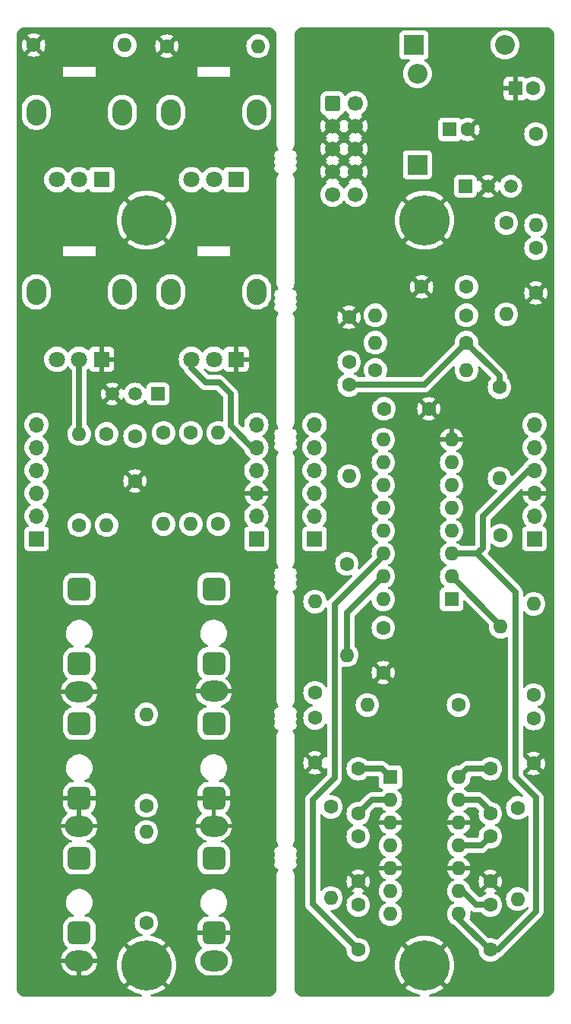
<source format=gbl>
%TF.GenerationSoftware,KiCad,Pcbnew,8.0.3*%
%TF.CreationDate,2024-07-04T10:47:54+01:00*%
%TF.ProjectId,dual-vca,6475616c-2d76-4636-912e-6b696361645f,rev?*%
%TF.SameCoordinates,Original*%
%TF.FileFunction,Copper,L2,Bot*%
%TF.FilePolarity,Positive*%
%FSLAX46Y46*%
G04 Gerber Fmt 4.6, Leading zero omitted, Abs format (unit mm)*
G04 Created by KiCad (PCBNEW 8.0.3) date 2024-07-04 10:47:54*
%MOMM*%
%LPD*%
G01*
G04 APERTURE LIST*
G04 Aperture macros list*
%AMRoundRect*
0 Rectangle with rounded corners*
0 $1 Rounding radius*
0 $2 $3 $4 $5 $6 $7 $8 $9 X,Y pos of 4 corners*
0 Add a 4 corners polygon primitive as box body*
4,1,4,$2,$3,$4,$5,$6,$7,$8,$9,$2,$3,0*
0 Add four circle primitives for the rounded corners*
1,1,$1+$1,$2,$3*
1,1,$1+$1,$4,$5*
1,1,$1+$1,$6,$7*
1,1,$1+$1,$8,$9*
0 Add four rect primitives between the rounded corners*
20,1,$1+$1,$2,$3,$4,$5,0*
20,1,$1+$1,$4,$5,$6,$7,0*
20,1,$1+$1,$6,$7,$8,$9,0*
20,1,$1+$1,$8,$9,$2,$3,0*%
G04 Aperture macros list end*
%TA.AperFunction,ComponentPad*%
%ADD10C,1.600000*%
%TD*%
%TA.AperFunction,ComponentPad*%
%ADD11O,1.600000X1.600000*%
%TD*%
%TA.AperFunction,ComponentPad*%
%ADD12R,2.200000X2.200000*%
%TD*%
%TA.AperFunction,ComponentPad*%
%ADD13O,2.200000X2.200000*%
%TD*%
%TA.AperFunction,ComponentPad*%
%ADD14RoundRect,0.250000X-0.600000X-0.600000X0.600000X-0.600000X0.600000X0.600000X-0.600000X0.600000X0*%
%TD*%
%TA.AperFunction,ComponentPad*%
%ADD15C,1.700000*%
%TD*%
%TA.AperFunction,ComponentPad*%
%ADD16R,1.600000X1.600000*%
%TD*%
%TA.AperFunction,ComponentPad*%
%ADD17R,1.500000X1.500000*%
%TD*%
%TA.AperFunction,ComponentPad*%
%ADD18C,1.500000*%
%TD*%
%TA.AperFunction,ComponentPad*%
%ADD19R,1.700000X1.700000*%
%TD*%
%TA.AperFunction,ComponentPad*%
%ADD20O,1.700000X1.700000*%
%TD*%
%TA.AperFunction,ComponentPad*%
%ADD21C,5.600000*%
%TD*%
%TA.AperFunction,ComponentPad*%
%ADD22O,2.200000X2.900000*%
%TD*%
%TA.AperFunction,ComponentPad*%
%ADD23R,1.800000X1.800000*%
%TD*%
%TA.AperFunction,ComponentPad*%
%ADD24C,1.800000*%
%TD*%
%TA.AperFunction,ComponentPad*%
%ADD25O,3.100000X2.300000*%
%TD*%
%TA.AperFunction,ComponentPad*%
%ADD26RoundRect,0.650000X0.650000X0.650000X-0.650000X0.650000X-0.650000X-0.650000X0.650000X-0.650000X0*%
%TD*%
%TA.AperFunction,ViaPad*%
%ADD27C,0.762000*%
%TD*%
%TA.AperFunction,Conductor*%
%ADD28C,0.635000*%
%TD*%
G04 APERTURE END LIST*
D10*
%TO.P,C8,1*%
%TO.N,Net-(U2A--)*%
X118110000Y-117602000D03*
%TO.P,C8,2*%
%TO.N,/OUTPUT1_MAIN*%
X118110000Y-112602000D03*
%TD*%
%TO.P,R3,1*%
%TO.N,AREF_-2.5*%
X133858000Y-70104000D03*
D11*
%TO.P,R3,2*%
%TO.N,/CV2_ATTN_MAIN*%
X133858000Y-80264000D03*
%TD*%
D10*
%TO.P,R10,1*%
%TO.N,Net-(C2-Pad2)*%
X130175000Y-62103000D03*
D11*
%TO.P,R10,2*%
%TO.N,Net-(R10-Pad2)*%
X120015000Y-62103000D03*
%TD*%
D10*
%TO.P,R11,1*%
%TO.N,GND*%
X96774000Y-32131000D03*
D11*
%TO.P,R11,2*%
%TO.N,Net-(R11-Pad2)*%
X106934000Y-32131000D03*
%TD*%
D10*
%TO.P,C7,1*%
%TO.N,Net-(U2D--)*%
X132842000Y-117602000D03*
%TO.P,C7,2*%
%TO.N,/OUTPUT2_MAIN*%
X132842000Y-112602000D03*
%TD*%
%TO.P,C11,1*%
%TO.N,VCC*%
X120904000Y-96901000D03*
%TO.P,C11,2*%
%TO.N,GND*%
X120904000Y-101901000D03*
%TD*%
%TO.P,C5,1*%
%TO.N,GND*%
X137668000Y-112014000D03*
%TO.P,C5,2*%
%TO.N,Net-(C5-Pad2)*%
X137668000Y-107014000D03*
%TD*%
%TO.P,R14,1*%
%TO.N,Net-(C5-Pad2)*%
X137668000Y-104394000D03*
D11*
%TO.P,R14,2*%
%TO.N,Net-(R13-Pad2)*%
X137668000Y-94234000D03*
%TD*%
D10*
%TO.P,C4,1*%
%TO.N,/CV1_ATTN_MAIN*%
X118110000Y-127762000D03*
%TO.P,C4,2*%
%TO.N,/RESPONSE1_TOP_MAIN*%
X118110000Y-132762000D03*
%TD*%
%TO.P,R4,1*%
%TO.N,AREF_-2.5*%
X134620000Y-51816000D03*
D11*
%TO.P,R4,2*%
%TO.N,Net-(R4-Pad2)*%
X134620000Y-61976000D03*
%TD*%
D10*
%TO.P,R9,1*%
%TO.N,Net-(J2-PadT)*%
X86995000Y-85471000D03*
D11*
%TO.P,R9,2*%
%TO.N,Net-(R9-Pad2)*%
X86995000Y-75311000D03*
%TD*%
D10*
%TO.P,R15,1*%
%TO.N,/INPUT1_MAIN*%
X116840000Y-89789000D03*
D11*
%TO.P,R15,2*%
%TO.N,Net-(R15-Pad2)*%
X116840000Y-99949000D03*
%TD*%
D10*
%TO.P,C2,1*%
%TO.N,GND*%
X125175000Y-58928000D03*
%TO.P,C2,2*%
%TO.N,Net-(C2-Pad2)*%
X130175000Y-58928000D03*
%TD*%
%TO.P,R18,1*%
%TO.N,/OUTPUT1_MAIN*%
X115062000Y-116840000D03*
D11*
%TO.P,R18,2*%
%TO.N,Net-(U2A--)*%
X115062000Y-127000000D03*
%TD*%
D12*
%TO.P,D1,1,K*%
%TO.N,VCC*%
X124714000Y-45339000D03*
D13*
%TO.P,D1,2,A*%
%TO.N,Net-(D1-A)*%
X124714000Y-35179000D03*
%TD*%
D10*
%TO.P,R1,1*%
%TO.N,/10V_REF_CTRL*%
X99441000Y-75184000D03*
D11*
%TO.P,R1,2*%
%TO.N,Net-(J1-PadTN)*%
X99441000Y-85344000D03*
%TD*%
D10*
%TO.P,R13,1*%
%TO.N,/INPUT2_MAIN*%
X133985000Y-86614000D03*
D11*
%TO.P,R13,2*%
%TO.N,Net-(R13-Pad2)*%
X133985000Y-96774000D03*
%TD*%
D14*
%TO.P,J5,1,-12V*%
%TO.N,Net-(D2-K)*%
X115250000Y-38500000D03*
D15*
%TO.P,J5,2,-12V*%
X117790000Y-38500000D03*
%TO.P,J5,3,GND*%
%TO.N,GND*%
X115250000Y-41040000D03*
%TO.P,J5,4,GND*%
X117790000Y-41040000D03*
%TO.P,J5,5,GND*%
X115250000Y-43580000D03*
%TO.P,J5,6,GND*%
X117790000Y-43580000D03*
%TO.P,J5,7,GND*%
X115250000Y-46120000D03*
%TO.P,J5,8,GND*%
X117790000Y-46120000D03*
%TO.P,J5,9,+12V*%
%TO.N,Net-(D1-A)*%
X115250000Y-48660000D03*
%TO.P,J5,10,+12V*%
X117790000Y-48660000D03*
%TD*%
D10*
%TO.P,C16,1*%
%TO.N,AREF_-2.5*%
X137922000Y-54610000D03*
%TO.P,C16,2*%
%TO.N,GND*%
X137922000Y-59610000D03*
%TD*%
D16*
%TO.P,U1,1,MODE*%
%TO.N,Net-(U1E-MODE)*%
X128524000Y-93726000D03*
D11*
%TO.P,U1,2*%
%TO.N,Net-(R13-Pad2)*%
X128524000Y-91186000D03*
%TO.P,U1,3*%
%TO.N,/RESPONSE2_TOP_MAIN*%
X128524000Y-88646000D03*
%TO.P,U1,4*%
%TO.N,Net-(U2D--)*%
X128524000Y-86106000D03*
%TO.P,U1,5*%
%TO.N,/CV2_ATTN_MAIN*%
X128524000Y-83566000D03*
%TO.P,U1,6*%
%TO.N,/RESPONSE2_WIPER_MAIN*%
X128524000Y-81026000D03*
%TO.P,U1,7*%
%TO.N,Net-(R4-Pad2)*%
X128524000Y-78486000D03*
%TO.P,U1,8,GND*%
%TO.N,GND*%
X128524000Y-75946000D03*
%TO.P,U1,9,V-*%
%TO.N,VEE*%
X120904000Y-75946000D03*
%TO.P,U1,10*%
%TO.N,Net-(R10-Pad2)*%
X120904000Y-78486000D03*
%TO.P,U1,11*%
%TO.N,/RESPONSE1_WIPER_MAIN*%
X120904000Y-81026000D03*
%TO.P,U1,12*%
%TO.N,/CV1_ATTN_MAIN*%
X120904000Y-83566000D03*
%TO.P,U1,13*%
%TO.N,Net-(U2A--)*%
X120904000Y-86106000D03*
%TO.P,U1,14*%
%TO.N,/RESPONSE1_TOP_MAIN*%
X120904000Y-88646000D03*
%TO.P,U1,15*%
%TO.N,Net-(R15-Pad2)*%
X120904000Y-91186000D03*
%TO.P,U1,16,V+*%
%TO.N,VCC*%
X120904000Y-93726000D03*
%TD*%
D17*
%TO.P,U3,1,NC*%
%TO.N,unconnected-(U3-NC-Pad1)*%
X95758000Y-70866000D03*
D18*
%TO.P,U3,2,K*%
%TO.N,/10V_REF_CTRL*%
X93218000Y-70866000D03*
%TO.P,U3,3,A*%
%TO.N,GND*%
X90678000Y-70866000D03*
%TD*%
D10*
%TO.P,R12,1*%
%TO.N,GND*%
X81915000Y-32004000D03*
D11*
%TO.P,R12,2*%
%TO.N,Net-(R12-Pad2)*%
X92075000Y-32004000D03*
%TD*%
D10*
%TO.P,C12,1*%
%TO.N,GND*%
X125984000Y-72517000D03*
%TO.P,C12,2*%
%TO.N,VEE*%
X120984000Y-72517000D03*
%TD*%
%TO.P,C15,1*%
%TO.N,/10V_REF_CTRL*%
X93218000Y-75565000D03*
%TO.P,C15,2*%
%TO.N,GND*%
X93218000Y-80565000D03*
%TD*%
%TO.P,C6,1*%
%TO.N,GND*%
X113284000Y-111934000D03*
%TO.P,C6,2*%
%TO.N,Net-(C6-Pad2)*%
X113284000Y-106934000D03*
%TD*%
%TO.P,C3,1*%
%TO.N,/CV2_ATTN_MAIN*%
X132842000Y-127762000D03*
%TO.P,C3,2*%
%TO.N,/RESPONSE2_TOP_MAIN*%
X132842000Y-132762000D03*
%TD*%
D19*
%TO.P,J9,1,Pin_1*%
%TO.N,/OUTPUT1_CTRL*%
X82250000Y-87000000D03*
D20*
%TO.P,J9,2,Pin_2*%
%TO.N,/INPUT1_CTRL*%
X82250000Y-84460000D03*
%TO.P,J9,3,Pin_3*%
%TO.N,/VCC_CTRL*%
X82250000Y-81920000D03*
%TO.P,J9,4,Pin_4*%
%TO.N,/RESPONSE1_TOP_CTRL*%
X82250000Y-79380000D03*
%TO.P,J9,5,Pin_5*%
%TO.N,/CV1_ATTN_CTRL*%
X82250000Y-76840000D03*
%TO.P,J9,6,Pin_6*%
%TO.N,/RESPONSE1_WIPER_CTRL*%
X82250000Y-74300000D03*
%TD*%
D10*
%TO.P,R21,1*%
%TO.N,/VCC_CTRL*%
X90043000Y-75311000D03*
D11*
%TO.P,R21,2*%
%TO.N,/10V_REF_CTRL*%
X90043000Y-85471000D03*
%TD*%
D10*
%TO.P,R6,1*%
%TO.N,Net-(C1-Pad2)*%
X120015000Y-68199000D03*
D11*
%TO.P,R6,2*%
%TO.N,Net-(R4-Pad2)*%
X130175000Y-68199000D03*
%TD*%
D16*
%TO.P,C9,1*%
%TO.N,VCC*%
X128330887Y-41402000D03*
D10*
%TO.P,C9,2*%
%TO.N,GND*%
X130330887Y-41402000D03*
%TD*%
%TO.P,R5,1*%
%TO.N,Net-(J1-PadT)*%
X102489000Y-85344000D03*
D11*
%TO.P,R5,2*%
%TO.N,Net-(R5-Pad2)*%
X102489000Y-75184000D03*
%TD*%
D21*
%TO.P,H1,1,1*%
%TO.N,GND*%
X94500000Y-134500000D03*
%TD*%
D10*
%TO.P,C1,1*%
%TO.N,GND*%
X117094000Y-62310000D03*
%TO.P,C1,2*%
%TO.N,Net-(C1-Pad2)*%
X117094000Y-67310000D03*
%TD*%
D19*
%TO.P,J11,1,Pin_1*%
%TO.N,/OUTPUT2_CTRL*%
X106750000Y-87000000D03*
D20*
%TO.P,J11,2,Pin_2*%
%TO.N,/INPUT2_CTRL*%
X106750000Y-84460000D03*
%TO.P,J11,3,Pin_3*%
%TO.N,GND*%
X106750000Y-81920000D03*
%TO.P,J11,4,Pin_4*%
%TO.N,/RESPONSE2_TOP_CTRL*%
X106750000Y-79380000D03*
%TO.P,J11,5,Pin_5*%
%TO.N,/CV2_ATTN_CTRL*%
X106750000Y-76840000D03*
%TO.P,J11,6,Pin_6*%
%TO.N,/RESPONSE2_WIPER_CTRL*%
X106750000Y-74300000D03*
%TD*%
D10*
%TO.P,R17,1*%
%TO.N,/OUTPUT2_MAIN*%
X135890000Y-116967000D03*
D11*
%TO.P,R17,2*%
%TO.N,Net-(U2D--)*%
X135890000Y-127127000D03*
%TD*%
D10*
%TO.P,R8,1*%
%TO.N,AREF_-2.5*%
X130175000Y-65151000D03*
D11*
%TO.P,R8,2*%
%TO.N,Net-(R10-Pad2)*%
X120015000Y-65151000D03*
%TD*%
D10*
%TO.P,R7,1*%
%TO.N,AREF_-2.5*%
X117094000Y-69850000D03*
D11*
%TO.P,R7,2*%
%TO.N,/CV1_ATTN_MAIN*%
X117094000Y-80010000D03*
%TD*%
D10*
%TO.P,R2,1*%
%TO.N,/10V_REF_CTRL*%
X96393000Y-75184000D03*
D11*
%TO.P,R2,2*%
%TO.N,Net-(J2-PadTN)*%
X96393000Y-85344000D03*
%TD*%
D10*
%TO.P,C14,1*%
%TO.N,GND*%
X118110000Y-125142000D03*
%TO.P,C14,2*%
%TO.N,VCC*%
X118110000Y-120142000D03*
%TD*%
%TO.P,C13,1*%
%TO.N,GND*%
X132842000Y-125142000D03*
%TO.P,C13,2*%
%TO.N,VEE*%
X132842000Y-120142000D03*
%TD*%
D16*
%TO.P,C10,1*%
%TO.N,GND*%
X135636000Y-36830000D03*
D10*
%TO.P,C10,2*%
%TO.N,VEE*%
X137636000Y-36830000D03*
%TD*%
D12*
%TO.P,D2,1,K*%
%TO.N,Net-(D2-K)*%
X124333000Y-32004000D03*
D13*
%TO.P,D2,2,A*%
%TO.N,VEE*%
X134493000Y-32004000D03*
%TD*%
D16*
%TO.P,U2,1*%
%TO.N,/OUTPUT1_MAIN*%
X121700000Y-113538000D03*
D11*
%TO.P,U2,2,-*%
%TO.N,Net-(U2A--)*%
X121700000Y-116078000D03*
%TO.P,U2,3,+*%
%TO.N,GND*%
X121700000Y-118618000D03*
%TO.P,U2,4,V+*%
%TO.N,VCC*%
X121700000Y-121158000D03*
%TO.P,U2,5,+*%
%TO.N,GND*%
X121700000Y-123698000D03*
%TO.P,U2,6,-*%
%TO.N,/CV1_ATTN_MAIN*%
X121700000Y-126238000D03*
%TO.P,U2,7*%
%TO.N,/RESPONSE1_TOP_MAIN*%
X121700000Y-128778000D03*
%TO.P,U2,8*%
%TO.N,/RESPONSE2_TOP_MAIN*%
X129320000Y-128778000D03*
%TO.P,U2,9,-*%
%TO.N,/CV2_ATTN_MAIN*%
X129320000Y-126238000D03*
%TO.P,U2,10,+*%
%TO.N,GND*%
X129320000Y-123698000D03*
%TO.P,U2,11,V-*%
%TO.N,VEE*%
X129320000Y-121158000D03*
%TO.P,U2,12,+*%
%TO.N,GND*%
X129320000Y-118618000D03*
%TO.P,U2,13,-*%
%TO.N,Net-(U2D--)*%
X129320000Y-116078000D03*
%TO.P,U2,14*%
%TO.N,/OUTPUT2_MAIN*%
X129320000Y-113538000D03*
%TD*%
D10*
%TO.P,R20,1*%
%TO.N,Net-(J7-PadT)*%
X94488000Y-116713000D03*
D11*
%TO.P,R20,2*%
%TO.N,/OUTPUT1_CTRL*%
X94488000Y-106553000D03*
%TD*%
D10*
%TO.P,R16,1*%
%TO.N,Net-(C6-Pad2)*%
X113284000Y-104140000D03*
D11*
%TO.P,R16,2*%
%TO.N,Net-(R15-Pad2)*%
X113284000Y-93980000D03*
%TD*%
D10*
%TO.P,R22,1*%
%TO.N,VEE*%
X137922000Y-41910000D03*
D11*
%TO.P,R22,2*%
%TO.N,AREF_-2.5*%
X137922000Y-52070000D03*
%TD*%
D21*
%TO.P,H3,1,1*%
%TO.N,GND*%
X125500000Y-51500000D03*
%TD*%
%TO.P,H2,1,1*%
%TO.N,GND*%
X94500000Y-51500000D03*
%TD*%
D10*
%TO.P,R19,1*%
%TO.N,Net-(J6-PadT)*%
X94488000Y-129794000D03*
D11*
%TO.P,R19,2*%
%TO.N,/OUTPUT2_CTRL*%
X94488000Y-119634000D03*
%TD*%
D10*
%TO.P,R23,1*%
%TO.N,Net-(U1E-MODE)*%
X129286000Y-105500000D03*
D11*
%TO.P,R23,2*%
%TO.N,VCC*%
X119126000Y-105500000D03*
%TD*%
D17*
%TO.P,U4,1,NC*%
%TO.N,unconnected-(U4-NC-Pad1)*%
X130048000Y-47731000D03*
D18*
%TO.P,U4,2,K*%
%TO.N,GND*%
X132588000Y-47731000D03*
%TO.P,U4,3,A*%
%TO.N,AREF_-2.5*%
X135128000Y-47731000D03*
%TD*%
D21*
%TO.P,H4,1,1*%
%TO.N,GND*%
X125500000Y-134500000D03*
%TD*%
D22*
%TO.P,RV1,*%
%TO.N,*%
X106800000Y-59500000D03*
X97200000Y-59500000D03*
D23*
%TO.P,RV1,1,1*%
%TO.N,GND*%
X104500000Y-67000000D03*
D24*
%TO.P,RV1,2,2*%
%TO.N,Net-(R5-Pad2)*%
X102000000Y-67000000D03*
%TO.P,RV1,3,3*%
%TO.N,/CV2_ATTN_CTRL*%
X99500000Y-67000000D03*
%TD*%
D19*
%TO.P,J8,1,Pin_1*%
%TO.N,/OUTPUT2_MAIN*%
X137750000Y-87000000D03*
D20*
%TO.P,J8,2,Pin_2*%
%TO.N,/INPUT2_MAIN*%
X137750000Y-84460000D03*
%TO.P,J8,3,Pin_3*%
%TO.N,GND*%
X137750000Y-81920000D03*
%TO.P,J8,4,Pin_4*%
%TO.N,/RESPONSE2_TOP_MAIN*%
X137750000Y-79380000D03*
%TO.P,J8,5,Pin_5*%
%TO.N,/CV2_ATTN_MAIN*%
X137750000Y-76840000D03*
%TO.P,J8,6,Pin_6*%
%TO.N,/RESPONSE2_WIPER_MAIN*%
X137750000Y-74300000D03*
%TD*%
D25*
%TO.P,J2,S*%
%TO.N,GND*%
X87000000Y-104000000D03*
D26*
%TO.P,J2,T*%
%TO.N,Net-(J2-PadT)*%
X87000000Y-92600000D03*
%TO.P,J2,TN*%
%TO.N,Net-(J2-PadTN)*%
X87000000Y-100900000D03*
%TD*%
D25*
%TO.P,J6,S*%
%TO.N,unconnected-(J6-PadS)*%
X102000000Y-133980000D03*
D26*
%TO.P,J6,T*%
%TO.N,Net-(J6-PadT)*%
X102000000Y-122580000D03*
%TO.P,J6,TN*%
%TO.N,GND*%
X102000000Y-130880000D03*
%TD*%
D25*
%TO.P,J1,S*%
%TO.N,GND*%
X102000000Y-103980000D03*
D26*
%TO.P,J1,T*%
%TO.N,Net-(J1-PadT)*%
X102000000Y-92580000D03*
%TO.P,J1,TN*%
%TO.N,Net-(J1-PadTN)*%
X102000000Y-100880000D03*
%TD*%
D22*
%TO.P,RV4,*%
%TO.N,*%
X91800000Y-39500000D03*
X82200000Y-39500000D03*
D23*
%TO.P,RV4,1,1*%
%TO.N,Net-(R12-Pad2)*%
X89500000Y-47000000D03*
D24*
%TO.P,RV4,2,2*%
%TO.N,/RESPONSE1_WIPER_CTRL*%
X87000000Y-47000000D03*
%TO.P,RV4,3,3*%
%TO.N,/RESPONSE1_TOP_CTRL*%
X84500000Y-47000000D03*
%TD*%
D22*
%TO.P,RV2,*%
%TO.N,*%
X91800000Y-59500000D03*
X82200000Y-59500000D03*
D23*
%TO.P,RV2,1,1*%
%TO.N,GND*%
X89500000Y-67000000D03*
D24*
%TO.P,RV2,2,2*%
%TO.N,Net-(R9-Pad2)*%
X87000000Y-67000000D03*
%TO.P,RV2,3,3*%
%TO.N,/CV1_ATTN_CTRL*%
X84500000Y-67000000D03*
%TD*%
D25*
%TO.P,J7,S*%
%TO.N,GND*%
X87000000Y-133980000D03*
D26*
%TO.P,J7,T*%
%TO.N,Net-(J7-PadT)*%
X87000000Y-122580000D03*
%TO.P,J7,TN*%
%TO.N,unconnected-(J7-PadTN)*%
X87000000Y-130880000D03*
%TD*%
D25*
%TO.P,J3,S*%
%TO.N,GND*%
X102000000Y-118980000D03*
D26*
%TO.P,J3,T*%
%TO.N,/INPUT2_CTRL*%
X102000000Y-107580000D03*
%TO.P,J3,TN*%
%TO.N,GND*%
X102000000Y-115880000D03*
%TD*%
D25*
%TO.P,J4,S*%
%TO.N,GND*%
X87000000Y-118980000D03*
D26*
%TO.P,J4,T*%
%TO.N,/INPUT1_CTRL*%
X87000000Y-107580000D03*
%TO.P,J4,TN*%
%TO.N,GND*%
X87000000Y-115880000D03*
%TD*%
D19*
%TO.P,J12,1,Pin_1*%
%TO.N,/OUTPUT1_MAIN*%
X113250000Y-87000000D03*
D20*
%TO.P,J12,2,Pin_2*%
%TO.N,/INPUT1_MAIN*%
X113250000Y-84460000D03*
%TO.P,J12,3,Pin_3*%
%TO.N,VCC*%
X113250000Y-81920000D03*
%TO.P,J12,4,Pin_4*%
%TO.N,/RESPONSE1_TOP_MAIN*%
X113250000Y-79380000D03*
%TO.P,J12,5,Pin_5*%
%TO.N,/CV1_ATTN_MAIN*%
X113250000Y-76840000D03*
%TO.P,J12,6,Pin_6*%
%TO.N,/RESPONSE1_WIPER_MAIN*%
X113250000Y-74300000D03*
%TD*%
D22*
%TO.P,RV3,*%
%TO.N,*%
X106800000Y-39500000D03*
X97200000Y-39500000D03*
D23*
%TO.P,RV3,1,1*%
%TO.N,Net-(R11-Pad2)*%
X104500000Y-47000000D03*
D24*
%TO.P,RV3,2,2*%
%TO.N,/RESPONSE2_WIPER_CTRL*%
X102000000Y-47000000D03*
%TO.P,RV3,3,3*%
%TO.N,/RESPONSE2_TOP_CTRL*%
X99500000Y-47000000D03*
%TD*%
D27*
%TO.N,GND*%
X121412000Y-108712000D03*
X123698000Y-82296000D03*
X129032000Y-109220000D03*
%TD*%
D28*
%TO.N,GND*%
X104500000Y-67000000D02*
X104000000Y-67500000D01*
%TO.N,/CV2_ATTN_MAIN*%
X131262000Y-127762000D02*
X132842000Y-127762000D01*
X129738000Y-126238000D02*
X131262000Y-127762000D01*
X129320000Y-126238000D02*
X129738000Y-126238000D01*
%TO.N,/RESPONSE2_TOP_MAIN*%
X128524000Y-88646000D02*
X131354000Y-88646000D01*
X132000000Y-84500000D02*
X137120000Y-79380000D01*
X133684000Y-132762000D02*
X132842000Y-132762000D01*
X131354000Y-88646000D02*
X132000000Y-88000000D01*
X137922000Y-128524000D02*
X133684000Y-132762000D01*
X137120000Y-79380000D02*
X137750000Y-79380000D01*
X132000000Y-88000000D02*
X132000000Y-84500000D01*
X137922000Y-115824000D02*
X137922000Y-128524000D01*
X131318000Y-88646000D02*
X135636000Y-92964000D01*
X135636000Y-113538000D02*
X137922000Y-115824000D01*
X135636000Y-92964000D02*
X135636000Y-113538000D01*
X129320000Y-128778000D02*
X129320000Y-129320000D01*
X128524000Y-88646000D02*
X131318000Y-88646000D01*
X132762000Y-132762000D02*
X132842000Y-132762000D01*
X129320000Y-129320000D02*
X132762000Y-132762000D01*
%TO.N,/RESPONSE1_TOP_MAIN*%
X113030000Y-127682000D02*
X118110000Y-132762000D01*
X115468500Y-94335500D02*
X115468500Y-113639500D01*
X120904000Y-88646000D02*
X120904000Y-88900000D01*
X113030000Y-116078000D02*
X113030000Y-127682000D01*
X120904000Y-88900000D02*
X115468500Y-94335500D01*
X115468500Y-113639500D02*
X113030000Y-116078000D01*
%TO.N,VEE*%
X129320000Y-121158000D02*
X131826000Y-121158000D01*
X131826000Y-121158000D02*
X132842000Y-120142000D01*
%TO.N,AREF_-2.5*%
X130175000Y-65151000D02*
X133858000Y-68834000D01*
X117094000Y-69850000D02*
X125476000Y-69850000D01*
X125476000Y-69850000D02*
X130175000Y-65151000D01*
X133858000Y-68834000D02*
X133858000Y-69977000D01*
%TO.N,/OUTPUT1_MAIN*%
X118110000Y-112602000D02*
X120764000Y-112602000D01*
X120764000Y-112602000D02*
X121700000Y-113538000D01*
%TO.N,/OUTPUT2_MAIN*%
X130222000Y-112602000D02*
X132842000Y-112602000D01*
X129320000Y-113504000D02*
X130222000Y-112602000D01*
X129320000Y-113538000D02*
X129320000Y-113504000D01*
%TO.N,/CV2_ATTN_CTRL*%
X99500000Y-68004000D02*
X99500000Y-67000000D01*
X101092000Y-69596000D02*
X99500000Y-68004000D01*
X103886000Y-70866000D02*
X102616000Y-69596000D01*
X106750000Y-76840000D02*
X106304000Y-76840000D01*
X106304000Y-76840000D02*
X103886000Y-74422000D01*
X103886000Y-74422000D02*
X103886000Y-70866000D01*
X102616000Y-69596000D02*
X101092000Y-69596000D01*
%TO.N,Net-(U2D--)*%
X129320000Y-116078000D02*
X131572000Y-116078000D01*
X132842000Y-117348000D02*
X132842000Y-117602000D01*
X131572000Y-116078000D02*
X132842000Y-117348000D01*
%TO.N,Net-(U2A--)*%
X118110000Y-117602000D02*
X119634000Y-116078000D01*
X119634000Y-116078000D02*
X121700000Y-116078000D01*
%TO.N,Net-(R9-Pad2)*%
X87000000Y-75306000D02*
X86995000Y-75311000D01*
X87000000Y-67000000D02*
X87000000Y-75306000D01*
%TO.N,Net-(R13-Pad2)*%
X133985000Y-96647000D02*
X133985000Y-96774000D01*
X128524000Y-91186000D02*
X133985000Y-96647000D01*
%TO.N,Net-(R15-Pad2)*%
X120904000Y-91186000D02*
X116840000Y-95250000D01*
X116840000Y-95250000D02*
X116840000Y-99695000D01*
%TD*%
%TA.AperFunction,Conductor*%
%TO.N,GND*%
G36*
X87250000Y-118680000D02*
G01*
X86750000Y-118680000D01*
X86750000Y-116180000D01*
X87250000Y-116180000D01*
X87250000Y-118680000D01*
G37*
%TD.AperFunction*%
%TA.AperFunction,Conductor*%
G36*
X102250000Y-118680000D02*
G01*
X101750000Y-118680000D01*
X101750000Y-116180000D01*
X102250000Y-116180000D01*
X102250000Y-118680000D01*
G37*
%TD.AperFunction*%
%TA.AperFunction,Conductor*%
G36*
X108001509Y-30000037D02*
G01*
X108007232Y-30000177D01*
X108087583Y-30002145D01*
X108108728Y-30004490D01*
X108279013Y-30038362D01*
X108302261Y-30045413D01*
X108461257Y-30111272D01*
X108482692Y-30122730D01*
X108625775Y-30218335D01*
X108644565Y-30233756D01*
X108766243Y-30355434D01*
X108781664Y-30374224D01*
X108877269Y-30517307D01*
X108888728Y-30538745D01*
X108951588Y-30690502D01*
X108954583Y-30697731D01*
X108961639Y-30720993D01*
X108995508Y-30891266D01*
X108997854Y-30912419D01*
X108999963Y-30998488D01*
X109000000Y-31001526D01*
X109000000Y-42999992D01*
X109002407Y-43098252D01*
X109002408Y-43098261D01*
X109040742Y-43290979D01*
X109040744Y-43290987D01*
X109115943Y-43472533D01*
X109115948Y-43472543D01*
X109187117Y-43579054D01*
X109207995Y-43645731D01*
X109189511Y-43713112D01*
X109137532Y-43759802D01*
X109116109Y-43767720D01*
X109056812Y-43783608D01*
X108942686Y-43849500D01*
X108942683Y-43849502D01*
X108849502Y-43942683D01*
X108849500Y-43942686D01*
X108783608Y-44056812D01*
X108749500Y-44184108D01*
X108749500Y-44315892D01*
X108756327Y-44341372D01*
X108783609Y-44443188D01*
X108783609Y-44443189D01*
X108852782Y-44563000D01*
X108869255Y-44630900D01*
X108852782Y-44687000D01*
X108783609Y-44806810D01*
X108783609Y-44806811D01*
X108749500Y-44934108D01*
X108749500Y-45065891D01*
X108783609Y-45193188D01*
X108783609Y-45193189D01*
X108852782Y-45313000D01*
X108869255Y-45380900D01*
X108852782Y-45437000D01*
X108783609Y-45556810D01*
X108783609Y-45556811D01*
X108783609Y-45556812D01*
X108783608Y-45556814D01*
X108749500Y-45684108D01*
X108749500Y-45815892D01*
X108749746Y-45816810D01*
X108783608Y-45943187D01*
X108793422Y-45960185D01*
X108849500Y-46057314D01*
X108942686Y-46150500D01*
X109056814Y-46216392D01*
X109116109Y-46232280D01*
X109175768Y-46268644D01*
X109206298Y-46331490D01*
X109198004Y-46400866D01*
X109187117Y-46420944D01*
X109115951Y-46527451D01*
X109115943Y-46527466D01*
X109040744Y-46709012D01*
X109040742Y-46709020D01*
X109002408Y-46901738D01*
X109002407Y-46901747D01*
X109000000Y-47000007D01*
X109000000Y-58499992D01*
X109002407Y-58598252D01*
X109002408Y-58598261D01*
X109040742Y-58790979D01*
X109040744Y-58790987D01*
X109115943Y-58972533D01*
X109115948Y-58972543D01*
X109187117Y-59079054D01*
X109207995Y-59145731D01*
X109189511Y-59213112D01*
X109137532Y-59259802D01*
X109116109Y-59267720D01*
X109056812Y-59283608D01*
X108942686Y-59349500D01*
X108942683Y-59349502D01*
X108849502Y-59442683D01*
X108849500Y-59442686D01*
X108783608Y-59556812D01*
X108757709Y-59653471D01*
X108749500Y-59684108D01*
X108749500Y-59815892D01*
X108781198Y-59934193D01*
X108783609Y-59943188D01*
X108783609Y-59943189D01*
X108852782Y-60063000D01*
X108869255Y-60130900D01*
X108852782Y-60187000D01*
X108783609Y-60306810D01*
X108783609Y-60306811D01*
X108783609Y-60306812D01*
X108783608Y-60306814D01*
X108749500Y-60434108D01*
X108749500Y-60565892D01*
X108783568Y-60693038D01*
X108783609Y-60693188D01*
X108783609Y-60693189D01*
X108852782Y-60813000D01*
X108869255Y-60880900D01*
X108852782Y-60937000D01*
X108783609Y-61056810D01*
X108783609Y-61056811D01*
X108783609Y-61056812D01*
X108783608Y-61056814D01*
X108749500Y-61184108D01*
X108749500Y-61315892D01*
X108759194Y-61352071D01*
X108783608Y-61443187D01*
X108804738Y-61479785D01*
X108849500Y-61557314D01*
X108942686Y-61650500D01*
X109056814Y-61716392D01*
X109116109Y-61732280D01*
X109175768Y-61768644D01*
X109206298Y-61831490D01*
X109198004Y-61900866D01*
X109187117Y-61920944D01*
X109115951Y-62027451D01*
X109115943Y-62027466D01*
X109040744Y-62209012D01*
X109040742Y-62209020D01*
X109002408Y-62401738D01*
X109002407Y-62401744D01*
X109002407Y-62401746D01*
X109001832Y-62425238D01*
X109000000Y-62500007D01*
X109000000Y-73999992D01*
X109002407Y-74098252D01*
X109002408Y-74098261D01*
X109040742Y-74290979D01*
X109040744Y-74290987D01*
X109115943Y-74472533D01*
X109115948Y-74472543D01*
X109187117Y-74579054D01*
X109207995Y-74645731D01*
X109189511Y-74713112D01*
X109137532Y-74759802D01*
X109116109Y-74767720D01*
X109056812Y-74783608D01*
X108942686Y-74849500D01*
X108942683Y-74849502D01*
X108849502Y-74942683D01*
X108849500Y-74942686D01*
X108783608Y-75056812D01*
X108749529Y-75183998D01*
X108749500Y-75184108D01*
X108749500Y-75315892D01*
X108783073Y-75441190D01*
X108783609Y-75443188D01*
X108783609Y-75443189D01*
X108852782Y-75563000D01*
X108869255Y-75630900D01*
X108852782Y-75687000D01*
X108783609Y-75806810D01*
X108783609Y-75806811D01*
X108783609Y-75806812D01*
X108783608Y-75806814D01*
X108749500Y-75934108D01*
X108749500Y-76065892D01*
X108783078Y-76191209D01*
X108783609Y-76193188D01*
X108783609Y-76193189D01*
X108852782Y-76313000D01*
X108869255Y-76380900D01*
X108852782Y-76437000D01*
X108783609Y-76556810D01*
X108783609Y-76556811D01*
X108783609Y-76556812D01*
X108783608Y-76556814D01*
X108770819Y-76604543D01*
X108749500Y-76684108D01*
X108749500Y-76815891D01*
X108783608Y-76943187D01*
X108788808Y-76952193D01*
X108849500Y-77057314D01*
X108942686Y-77150500D01*
X109041521Y-77207563D01*
X109049712Y-77212292D01*
X109056814Y-77216392D01*
X109116109Y-77232280D01*
X109175768Y-77268644D01*
X109206298Y-77331490D01*
X109198004Y-77400866D01*
X109187117Y-77420944D01*
X109115951Y-77527451D01*
X109115943Y-77527466D01*
X109040744Y-77709012D01*
X109040742Y-77709020D01*
X109002408Y-77901738D01*
X109002407Y-77901747D01*
X109000000Y-78000007D01*
X109000000Y-89499992D01*
X109002407Y-89598252D01*
X109002408Y-89598261D01*
X109040742Y-89790979D01*
X109040744Y-89790987D01*
X109115943Y-89972533D01*
X109115948Y-89972543D01*
X109187117Y-90079054D01*
X109207995Y-90145731D01*
X109189511Y-90213112D01*
X109137532Y-90259802D01*
X109116109Y-90267720D01*
X109056812Y-90283608D01*
X108942686Y-90349500D01*
X108942683Y-90349502D01*
X108849502Y-90442683D01*
X108849500Y-90442686D01*
X108783608Y-90556812D01*
X108749500Y-90684108D01*
X108749500Y-90815892D01*
X108781032Y-90933573D01*
X108783609Y-90943188D01*
X108783609Y-90943189D01*
X108852782Y-91063000D01*
X108869255Y-91130900D01*
X108852782Y-91187000D01*
X108783609Y-91306810D01*
X108783609Y-91306811D01*
X108783609Y-91306812D01*
X108783608Y-91306814D01*
X108749500Y-91434108D01*
X108749500Y-91565892D01*
X108768082Y-91635243D01*
X108783609Y-91693188D01*
X108783609Y-91693189D01*
X108852782Y-91813000D01*
X108869255Y-91880900D01*
X108852782Y-91937000D01*
X108783609Y-92056810D01*
X108783609Y-92056811D01*
X108783609Y-92056812D01*
X108783608Y-92056814D01*
X108749500Y-92184108D01*
X108749500Y-92315892D01*
X108750415Y-92319307D01*
X108783608Y-92443187D01*
X108791006Y-92456000D01*
X108849500Y-92557314D01*
X108942686Y-92650500D01*
X109041521Y-92707563D01*
X109056810Y-92716390D01*
X109056814Y-92716392D01*
X109116109Y-92732280D01*
X109175768Y-92768644D01*
X109206298Y-92831490D01*
X109198004Y-92900866D01*
X109187117Y-92920944D01*
X109115951Y-93027451D01*
X109115943Y-93027466D01*
X109040744Y-93209012D01*
X109040742Y-93209020D01*
X109002408Y-93401738D01*
X109002407Y-93401747D01*
X109000000Y-93500007D01*
X109000000Y-104999992D01*
X109002407Y-105098252D01*
X109002408Y-105098261D01*
X109040742Y-105290979D01*
X109040744Y-105290987D01*
X109115943Y-105472533D01*
X109115948Y-105472543D01*
X109187117Y-105579054D01*
X109207995Y-105645731D01*
X109189511Y-105713112D01*
X109137532Y-105759802D01*
X109116109Y-105767720D01*
X109056812Y-105783608D01*
X108942686Y-105849500D01*
X108942683Y-105849502D01*
X108849502Y-105942683D01*
X108849500Y-105942686D01*
X108783608Y-106056812D01*
X108753362Y-106169695D01*
X108749500Y-106184108D01*
X108749500Y-106315892D01*
X108762353Y-106363862D01*
X108783609Y-106443188D01*
X108783609Y-106443189D01*
X108852782Y-106563000D01*
X108869255Y-106630900D01*
X108852782Y-106687000D01*
X108783609Y-106806810D01*
X108783609Y-106806811D01*
X108783609Y-106806812D01*
X108783608Y-106806814D01*
X108749500Y-106934108D01*
X108749500Y-107065892D01*
X108775275Y-107162087D01*
X108783609Y-107193188D01*
X108783609Y-107193189D01*
X108852782Y-107313000D01*
X108869255Y-107380900D01*
X108852782Y-107437000D01*
X108783609Y-107556810D01*
X108783609Y-107556811D01*
X108783609Y-107556812D01*
X108783608Y-107556814D01*
X108749500Y-107684108D01*
X108749500Y-107815891D01*
X108783608Y-107943187D01*
X108791403Y-107956688D01*
X108849500Y-108057314D01*
X108942686Y-108150500D01*
X109056814Y-108216392D01*
X109116109Y-108232280D01*
X109175768Y-108268644D01*
X109206298Y-108331490D01*
X109198004Y-108400866D01*
X109187117Y-108420944D01*
X109115951Y-108527451D01*
X109115943Y-108527466D01*
X109040744Y-108709012D01*
X109040742Y-108709020D01*
X109002408Y-108901738D01*
X109002407Y-108901744D01*
X109002407Y-108901746D01*
X109000000Y-109000000D01*
X109000000Y-120500000D01*
X109001426Y-120558214D01*
X109002407Y-120598252D01*
X109002408Y-120598261D01*
X109040742Y-120790979D01*
X109040744Y-120790987D01*
X109115943Y-120972533D01*
X109115948Y-120972543D01*
X109187117Y-121079054D01*
X109207995Y-121145731D01*
X109189511Y-121213112D01*
X109137532Y-121259802D01*
X109116109Y-121267720D01*
X109056812Y-121283608D01*
X108942686Y-121349500D01*
X108942683Y-121349502D01*
X108849502Y-121442683D01*
X108849500Y-121442686D01*
X108783608Y-121556812D01*
X108749500Y-121684108D01*
X108749500Y-121815891D01*
X108783609Y-121943188D01*
X108783609Y-121943189D01*
X108852782Y-122063000D01*
X108869255Y-122130900D01*
X108852782Y-122187000D01*
X108783609Y-122306810D01*
X108783609Y-122306811D01*
X108783609Y-122306812D01*
X108783608Y-122306814D01*
X108749500Y-122434108D01*
X108749500Y-122565892D01*
X108750028Y-122567864D01*
X108783609Y-122693188D01*
X108783609Y-122693189D01*
X108852782Y-122813000D01*
X108869255Y-122880900D01*
X108852782Y-122937000D01*
X108783609Y-123056810D01*
X108783609Y-123056811D01*
X108749500Y-123184108D01*
X108749500Y-123315891D01*
X108783608Y-123443187D01*
X108786387Y-123448000D01*
X108849500Y-123557314D01*
X108942686Y-123650500D01*
X109056814Y-123716392D01*
X109116109Y-123732280D01*
X109175768Y-123768644D01*
X109206298Y-123831490D01*
X109198004Y-123900866D01*
X109187117Y-123920944D01*
X109115951Y-124027451D01*
X109115943Y-124027466D01*
X109040744Y-124209012D01*
X109040742Y-124209020D01*
X109002408Y-124401738D01*
X109002407Y-124401747D01*
X109000000Y-124500007D01*
X109000000Y-136998473D01*
X108999963Y-137001511D01*
X108997854Y-137087580D01*
X108995508Y-137108733D01*
X108961639Y-137279006D01*
X108954583Y-137302268D01*
X108888728Y-137461254D01*
X108877269Y-137482692D01*
X108781664Y-137625775D01*
X108766243Y-137644565D01*
X108644565Y-137766243D01*
X108625775Y-137781664D01*
X108482692Y-137877269D01*
X108461254Y-137888728D01*
X108302268Y-137954583D01*
X108279006Y-137961639D01*
X108108733Y-137995508D01*
X108087580Y-137997854D01*
X108004250Y-137999895D01*
X108001509Y-137999963D01*
X107998473Y-138000000D01*
X95090451Y-138000000D01*
X95023412Y-137980315D01*
X94977657Y-137927511D01*
X94967713Y-137858353D01*
X94996738Y-137794797D01*
X95055516Y-137757023D01*
X95063794Y-137754899D01*
X95384144Y-137684383D01*
X95723255Y-137570123D01*
X95723260Y-137570122D01*
X96048009Y-137419876D01*
X96354629Y-137235390D01*
X96354632Y-137235388D01*
X96639509Y-137018831D01*
X96652742Y-137006295D01*
X96652742Y-137006294D01*
X95440699Y-135794251D01*
X95542330Y-135720412D01*
X95720412Y-135542330D01*
X95794251Y-135440698D01*
X97003556Y-136650002D01*
X97130972Y-136499998D01*
X97130975Y-136499994D01*
X97331781Y-136203827D01*
X97499393Y-135887677D01*
X97499402Y-135887659D01*
X97631850Y-135555239D01*
X97631852Y-135555232D01*
X97727578Y-135210457D01*
X97727584Y-135210431D01*
X97785472Y-134857331D01*
X97785473Y-134857314D01*
X97804847Y-134500002D01*
X97804847Y-134499997D01*
X97785473Y-134142685D01*
X97785472Y-134142668D01*
X97737405Y-133849473D01*
X99941500Y-133849473D01*
X99941500Y-134110526D01*
X99982338Y-134368367D01*
X99982338Y-134368370D01*
X100063009Y-134616645D01*
X100181526Y-134849246D01*
X100334961Y-135060433D01*
X100334965Y-135060438D01*
X100519561Y-135245034D01*
X100519566Y-135245038D01*
X100648321Y-135338583D01*
X100730757Y-135398476D01*
X100963357Y-135516992D01*
X101211634Y-135597662D01*
X101469473Y-135638500D01*
X101469474Y-135638500D01*
X102530526Y-135638500D01*
X102530527Y-135638500D01*
X102788366Y-135597662D01*
X102788369Y-135597661D01*
X102788370Y-135597661D01*
X102833466Y-135583007D01*
X103036643Y-135516992D01*
X103269243Y-135398476D01*
X103480440Y-135245033D01*
X103665033Y-135060440D01*
X103818476Y-134849243D01*
X103936992Y-134616643D01*
X104003007Y-134413466D01*
X104017661Y-134368370D01*
X104017661Y-134368369D01*
X104017662Y-134368366D01*
X104058500Y-134110527D01*
X104058500Y-133849473D01*
X104017662Y-133591634D01*
X104017661Y-133591630D01*
X104017661Y-133591629D01*
X103985935Y-133493988D01*
X103936992Y-133343357D01*
X103818476Y-133110757D01*
X103798872Y-133083775D01*
X103665038Y-132899566D01*
X103665034Y-132899561D01*
X103480434Y-132714961D01*
X103367661Y-132633028D01*
X103324995Y-132577699D01*
X103319016Y-132508085D01*
X103351621Y-132446290D01*
X103370472Y-132430409D01*
X103387813Y-132418530D01*
X103387825Y-132418520D01*
X103538525Y-132267820D01*
X103658971Y-132091990D01*
X103745053Y-131897032D01*
X103745058Y-131897017D01*
X103793850Y-131689570D01*
X103793852Y-131689555D01*
X103800000Y-131600988D01*
X103800000Y-131130000D01*
X102666988Y-131130000D01*
X102684205Y-131120060D01*
X102740060Y-131064205D01*
X102779556Y-130995796D01*
X102800000Y-130919496D01*
X102800000Y-130840504D01*
X102779556Y-130764204D01*
X102740060Y-130695795D01*
X102684205Y-130639940D01*
X102666988Y-130630000D01*
X103799999Y-130630000D01*
X103799999Y-130159011D01*
X103793852Y-130070440D01*
X103793851Y-130070431D01*
X103745058Y-129862982D01*
X103745053Y-129862967D01*
X103658971Y-129668009D01*
X103538525Y-129492179D01*
X103387820Y-129341474D01*
X103211990Y-129221028D01*
X103017032Y-129134946D01*
X103017017Y-129134941D01*
X102809570Y-129086149D01*
X102809555Y-129086147D01*
X102720989Y-129080000D01*
X102690271Y-129080000D01*
X102623232Y-129060315D01*
X102577477Y-129007511D01*
X102567533Y-128938353D01*
X102596558Y-128874797D01*
X102634815Y-128845092D01*
X102725000Y-128800000D01*
X102950000Y-128650000D01*
X103125000Y-128500000D01*
X103275000Y-128300000D01*
X103425000Y-128000000D01*
X103475000Y-127725000D01*
X103500000Y-127500000D01*
X103475000Y-127275000D01*
X103425000Y-127050000D01*
X103325000Y-126800000D01*
X103175000Y-126575000D01*
X103025000Y-126400000D01*
X102800000Y-126225000D01*
X102600002Y-126125001D01*
X102600001Y-126125000D01*
X102374994Y-126049998D01*
X102374983Y-126049995D01*
X102150000Y-126000000D01*
X101875000Y-126000000D01*
X101625005Y-126049998D01*
X101475006Y-126099997D01*
X101416664Y-126125001D01*
X101300000Y-126175000D01*
X101299998Y-126175000D01*
X101299996Y-126175002D01*
X101150001Y-126274999D01*
X101149988Y-126275008D01*
X101024998Y-126375001D01*
X101024991Y-126375007D01*
X100875007Y-126524991D01*
X100875001Y-126524998D01*
X100775002Y-126649996D01*
X100650001Y-126849998D01*
X100649998Y-126850003D01*
X100575000Y-127049997D01*
X100525000Y-127199997D01*
X100512500Y-127275000D01*
X100506207Y-127312761D01*
X100500000Y-127350001D01*
X100500000Y-127675000D01*
X100549998Y-127924994D01*
X100600000Y-128075001D01*
X100600001Y-128075002D01*
X100674999Y-128224999D01*
X100749997Y-128349998D01*
X100749999Y-128350000D01*
X100874995Y-128499995D01*
X100875012Y-128500013D01*
X100999991Y-128624992D01*
X100999998Y-128624998D01*
X101000000Y-128625000D01*
X101125000Y-128725000D01*
X101125002Y-128725001D01*
X101299989Y-128824994D01*
X101299990Y-128824994D01*
X101300000Y-128825000D01*
X101339733Y-128842028D01*
X101393594Y-128886526D01*
X101414850Y-128953084D01*
X101396747Y-129020568D01*
X101345034Y-129067552D01*
X101290893Y-129080000D01*
X101279014Y-129080000D01*
X101190440Y-129086147D01*
X101190431Y-129086148D01*
X100982982Y-129134941D01*
X100982967Y-129134946D01*
X100788009Y-129221028D01*
X100612179Y-129341474D01*
X100461474Y-129492179D01*
X100341028Y-129668009D01*
X100254946Y-129862967D01*
X100254941Y-129862982D01*
X100206149Y-130070429D01*
X100206147Y-130070444D01*
X100200000Y-130159011D01*
X100200000Y-130630000D01*
X101333012Y-130630000D01*
X101315795Y-130639940D01*
X101259940Y-130695795D01*
X101220444Y-130764204D01*
X101200000Y-130840504D01*
X101200000Y-130919496D01*
X101220444Y-130995796D01*
X101259940Y-131064205D01*
X101315795Y-131120060D01*
X101333012Y-131130000D01*
X100200001Y-131130000D01*
X100200001Y-131600988D01*
X100206147Y-131689559D01*
X100206148Y-131689568D01*
X100254941Y-131897017D01*
X100254946Y-131897032D01*
X100341028Y-132091990D01*
X100461474Y-132267820D01*
X100612174Y-132418520D01*
X100612184Y-132418529D01*
X100629529Y-132430410D01*
X100673713Y-132484536D01*
X100681619Y-132553957D01*
X100650739Y-132616632D01*
X100632338Y-132633028D01*
X100519566Y-132714961D01*
X100519561Y-132714965D01*
X100334965Y-132899561D01*
X100334961Y-132899566D01*
X100181526Y-133110753D01*
X100063009Y-133343354D01*
X99982338Y-133591629D01*
X99982338Y-133591632D01*
X99941500Y-133849473D01*
X97737405Y-133849473D01*
X97727584Y-133789568D01*
X97727578Y-133789542D01*
X97631852Y-133444767D01*
X97631850Y-133444760D01*
X97499402Y-133112340D01*
X97499393Y-133112322D01*
X97331781Y-132796172D01*
X97130975Y-132500005D01*
X97130964Y-132499991D01*
X97003556Y-132349996D01*
X95794251Y-133559301D01*
X95720412Y-133457670D01*
X95542330Y-133279588D01*
X95440698Y-133205748D01*
X96652742Y-131993704D01*
X96639504Y-131981163D01*
X96354632Y-131764611D01*
X96354629Y-131764609D01*
X96048009Y-131580123D01*
X95723260Y-131429877D01*
X95723255Y-131429876D01*
X95384144Y-131315616D01*
X95034663Y-131238688D01*
X95031184Y-131238310D01*
X94966669Y-131211485D01*
X94926898Y-131154039D01*
X94924498Y-131084210D01*
X94960232Y-131024169D01*
X94992192Y-131002660D01*
X95144749Y-130931523D01*
X95332300Y-130800198D01*
X95494198Y-130638300D01*
X95625523Y-130450749D01*
X95722284Y-130243243D01*
X95781543Y-130022087D01*
X95801498Y-129794000D01*
X95800640Y-129784198D01*
X95790112Y-129663854D01*
X95781543Y-129565913D01*
X95722284Y-129344757D01*
X95717691Y-129334908D01*
X95667484Y-129227238D01*
X95625523Y-129137251D01*
X95494198Y-128949700D01*
X95332300Y-128787802D01*
X95144749Y-128656477D01*
X95144743Y-128656474D01*
X94937249Y-128559718D01*
X94937238Y-128559714D01*
X94716089Y-128500457D01*
X94716081Y-128500456D01*
X94488002Y-128480502D01*
X94487998Y-128480502D01*
X94259918Y-128500456D01*
X94259910Y-128500457D01*
X94038761Y-128559714D01*
X94038750Y-128559718D01*
X93831257Y-128656474D01*
X93831252Y-128656476D01*
X93831251Y-128656477D01*
X93643700Y-128787802D01*
X93643698Y-128787803D01*
X93643695Y-128787806D01*
X93481806Y-128949695D01*
X93481803Y-128949698D01*
X93481802Y-128949700D01*
X93442318Y-129006089D01*
X93350476Y-129137252D01*
X93350475Y-129137254D01*
X93253718Y-129344750D01*
X93253714Y-129344761D01*
X93194457Y-129565910D01*
X93194456Y-129565918D01*
X93174502Y-129793998D01*
X93174502Y-129794001D01*
X93194456Y-130022081D01*
X93194457Y-130022089D01*
X93253714Y-130243238D01*
X93253718Y-130243249D01*
X93350475Y-130450745D01*
X93350477Y-130450749D01*
X93481802Y-130638300D01*
X93643700Y-130800198D01*
X93831251Y-130931523D01*
X93989849Y-131005478D01*
X94042288Y-131051649D01*
X94061440Y-131118842D01*
X94041225Y-131185723D01*
X93988060Y-131231058D01*
X93964101Y-131238960D01*
X93615855Y-131315615D01*
X93276744Y-131429876D01*
X93276739Y-131429877D01*
X92951990Y-131580123D01*
X92645370Y-131764609D01*
X92645367Y-131764611D01*
X92360486Y-131981170D01*
X92360485Y-131981171D01*
X92347257Y-131993702D01*
X92347256Y-131993703D01*
X93559301Y-133205748D01*
X93457670Y-133279588D01*
X93279588Y-133457670D01*
X93205748Y-133559301D01*
X91996442Y-132349995D01*
X91996441Y-132349996D01*
X91869033Y-132499992D01*
X91668218Y-132796172D01*
X91500606Y-133112322D01*
X91500597Y-133112340D01*
X91368149Y-133444760D01*
X91368147Y-133444767D01*
X91272421Y-133789542D01*
X91272415Y-133789568D01*
X91214527Y-134142668D01*
X91214526Y-134142685D01*
X91195153Y-134499997D01*
X91195153Y-134500002D01*
X91214526Y-134857314D01*
X91214527Y-134857331D01*
X91272415Y-135210431D01*
X91272421Y-135210457D01*
X91368147Y-135555232D01*
X91368149Y-135555239D01*
X91500597Y-135887659D01*
X91500606Y-135887677D01*
X91668218Y-136203827D01*
X91869024Y-136499994D01*
X91869035Y-136500008D01*
X91996441Y-136650002D01*
X91996442Y-136650002D01*
X93205747Y-135440697D01*
X93279588Y-135542330D01*
X93457670Y-135720412D01*
X93559300Y-135794251D01*
X92347257Y-137006294D01*
X92360495Y-137018836D01*
X92645367Y-137235388D01*
X92645370Y-137235390D01*
X92951990Y-137419876D01*
X93276739Y-137570122D01*
X93276744Y-137570123D01*
X93615855Y-137684383D01*
X93936206Y-137754899D01*
X93997446Y-137788535D01*
X94030780Y-137849940D01*
X94025624Y-137919620D01*
X93983615Y-137975450D01*
X93918090Y-137999705D01*
X93909549Y-138000000D01*
X81001439Y-138000000D01*
X80998602Y-137999968D01*
X80995959Y-137999907D01*
X80912503Y-137997997D01*
X80891150Y-137995646D01*
X80720947Y-137961791D01*
X80697685Y-137954735D01*
X80538668Y-137888867D01*
X80517231Y-137877408D01*
X80374126Y-137781789D01*
X80355335Y-137766368D01*
X80233631Y-137644664D01*
X80218210Y-137625873D01*
X80122591Y-137482768D01*
X80111132Y-137461331D01*
X80093961Y-137419876D01*
X80045261Y-137302307D01*
X80038210Y-137279059D01*
X80004352Y-137108845D01*
X80002002Y-137087495D01*
X80000032Y-137001398D01*
X80000000Y-136998561D01*
X80000000Y-133730000D01*
X84969029Y-133730000D01*
X86333012Y-133730000D01*
X86315795Y-133739940D01*
X86259940Y-133795795D01*
X86220444Y-133864204D01*
X86200000Y-133940504D01*
X86200000Y-134019496D01*
X86220444Y-134095796D01*
X86259940Y-134164205D01*
X86315795Y-134220060D01*
X86333012Y-134230000D01*
X84969029Y-134230000D01*
X84990629Y-134366377D01*
X85070883Y-134613377D01*
X85188796Y-134844791D01*
X85341445Y-135054896D01*
X85341449Y-135054901D01*
X85525098Y-135238550D01*
X85525103Y-135238554D01*
X85735208Y-135391203D01*
X85966622Y-135509116D01*
X86213622Y-135589370D01*
X86470143Y-135630000D01*
X86750000Y-135630000D01*
X86750000Y-134280000D01*
X87250000Y-134280000D01*
X87250000Y-135630000D01*
X87529857Y-135630000D01*
X87786377Y-135589370D01*
X88033377Y-135509116D01*
X88264791Y-135391203D01*
X88474896Y-135238554D01*
X88474901Y-135238550D01*
X88658550Y-135054901D01*
X88658554Y-135054896D01*
X88811203Y-134844791D01*
X88929116Y-134613377D01*
X89009370Y-134366377D01*
X89030971Y-134230000D01*
X87666988Y-134230000D01*
X87684205Y-134220060D01*
X87740060Y-134164205D01*
X87779556Y-134095796D01*
X87800000Y-134019496D01*
X87800000Y-133940504D01*
X87779556Y-133864204D01*
X87740060Y-133795795D01*
X87684205Y-133739940D01*
X87666988Y-133730000D01*
X89030971Y-133730000D01*
X89009370Y-133593622D01*
X88929116Y-133346622D01*
X88811203Y-133115208D01*
X88658554Y-132905103D01*
X88658550Y-132905098D01*
X88474901Y-132721449D01*
X88474896Y-132721445D01*
X88367517Y-132643430D01*
X88324851Y-132588101D01*
X88318872Y-132518487D01*
X88351477Y-132456692D01*
X88370317Y-132440817D01*
X88393275Y-132425092D01*
X88545092Y-132273275D01*
X88666427Y-132096146D01*
X88753150Y-131899739D01*
X88802306Y-131690740D01*
X88808500Y-131601502D01*
X88808500Y-130158498D01*
X88802306Y-130069260D01*
X88802304Y-130069254D01*
X88802304Y-130069249D01*
X88753152Y-129860269D01*
X88753151Y-129860267D01*
X88753150Y-129860261D01*
X88719565Y-129784198D01*
X88666431Y-129663862D01*
X88666427Y-129663854D01*
X88599340Y-129565918D01*
X88545092Y-129486725D01*
X88393275Y-129334908D01*
X88292668Y-129265991D01*
X88216145Y-129213572D01*
X88216137Y-129213568D01*
X88019745Y-129126852D01*
X88019730Y-129126847D01*
X87810750Y-129077695D01*
X87810734Y-129077693D01*
X87721506Y-129071500D01*
X87721502Y-129071500D01*
X87707272Y-129071500D01*
X87640233Y-129051815D01*
X87594478Y-128999011D01*
X87584534Y-128929853D01*
X87613559Y-128866297D01*
X87651818Y-128836591D01*
X87675012Y-128824994D01*
X87725000Y-128800000D01*
X87950000Y-128650000D01*
X88125000Y-128500000D01*
X88275000Y-128300000D01*
X88425000Y-128000000D01*
X88475000Y-127725000D01*
X88500000Y-127500000D01*
X88475000Y-127275000D01*
X88425000Y-127050000D01*
X88325000Y-126800000D01*
X88175000Y-126575000D01*
X88025000Y-126400000D01*
X87800000Y-126225000D01*
X87600002Y-126125001D01*
X87600001Y-126125000D01*
X87374994Y-126049998D01*
X87374983Y-126049995D01*
X87150000Y-126000000D01*
X86875000Y-126000000D01*
X86625005Y-126049998D01*
X86475006Y-126099997D01*
X86416664Y-126125001D01*
X86300000Y-126175000D01*
X86299998Y-126175000D01*
X86299996Y-126175002D01*
X86150001Y-126274999D01*
X86149988Y-126275008D01*
X86024998Y-126375001D01*
X86024991Y-126375007D01*
X85875007Y-126524991D01*
X85875001Y-126524998D01*
X85775002Y-126649996D01*
X85650001Y-126849998D01*
X85649998Y-126850003D01*
X85575000Y-127049997D01*
X85525000Y-127199997D01*
X85512500Y-127275000D01*
X85506207Y-127312761D01*
X85500000Y-127350001D01*
X85500000Y-127675000D01*
X85549998Y-127924994D01*
X85600000Y-128075001D01*
X85600001Y-128075002D01*
X85674999Y-128224999D01*
X85749997Y-128349998D01*
X85749999Y-128350000D01*
X85874995Y-128499995D01*
X85875012Y-128500013D01*
X85999991Y-128624992D01*
X85999998Y-128624998D01*
X86000000Y-128625000D01*
X86125000Y-128725000D01*
X86300000Y-128825000D01*
X86320335Y-128833715D01*
X86374199Y-128878215D01*
X86395454Y-128944773D01*
X86377350Y-129012257D01*
X86325636Y-129059240D01*
X86280075Y-129071390D01*
X86189264Y-129077693D01*
X86189249Y-129077695D01*
X85980269Y-129126847D01*
X85980254Y-129126852D01*
X85783862Y-129213568D01*
X85783854Y-129213572D01*
X85606726Y-129334907D01*
X85606720Y-129334912D01*
X85454912Y-129486720D01*
X85454907Y-129486726D01*
X85333572Y-129663854D01*
X85333568Y-129663862D01*
X85246852Y-129860254D01*
X85246847Y-129860269D01*
X85197695Y-130069249D01*
X85197693Y-130069265D01*
X85191500Y-130158494D01*
X85191500Y-131601505D01*
X85197693Y-131690734D01*
X85197695Y-131690750D01*
X85246847Y-131899730D01*
X85246852Y-131899745D01*
X85333568Y-132096137D01*
X85333572Y-132096145D01*
X85339812Y-132105254D01*
X85454908Y-132273275D01*
X85606725Y-132425092D01*
X85606729Y-132425095D01*
X85606733Y-132425098D01*
X85629674Y-132440813D01*
X85673857Y-132494939D01*
X85681763Y-132564360D01*
X85650882Y-132627035D01*
X85632482Y-132643430D01*
X85525103Y-132721445D01*
X85525098Y-132721449D01*
X85341449Y-132905098D01*
X85341445Y-132905103D01*
X85188796Y-133115208D01*
X85070883Y-133346622D01*
X84990629Y-133593622D01*
X84969029Y-133730000D01*
X80000000Y-133730000D01*
X80000000Y-118730000D01*
X84969029Y-118730000D01*
X86333012Y-118730000D01*
X86315795Y-118739940D01*
X86259940Y-118795795D01*
X86220444Y-118864204D01*
X86200000Y-118940504D01*
X86200000Y-119019496D01*
X86220444Y-119095796D01*
X86259940Y-119164205D01*
X86315795Y-119220060D01*
X86333012Y-119230000D01*
X84969029Y-119230000D01*
X84990629Y-119366377D01*
X85070883Y-119613377D01*
X85188796Y-119844791D01*
X85341445Y-120054896D01*
X85341449Y-120054901D01*
X85525098Y-120238550D01*
X85525103Y-120238554D01*
X85735208Y-120391203D01*
X85966624Y-120509117D01*
X86117731Y-120558214D01*
X86175407Y-120597651D01*
X86202606Y-120662009D01*
X86190692Y-120730856D01*
X86143448Y-120782332D01*
X86107804Y-120796851D01*
X85980269Y-120826847D01*
X85980254Y-120826852D01*
X85783862Y-120913568D01*
X85783854Y-120913572D01*
X85606726Y-121034907D01*
X85606720Y-121034912D01*
X85454912Y-121186720D01*
X85454907Y-121186726D01*
X85333572Y-121363854D01*
X85333568Y-121363862D01*
X85246852Y-121560254D01*
X85246847Y-121560269D01*
X85197695Y-121769249D01*
X85197693Y-121769265D01*
X85191500Y-121858494D01*
X85191500Y-123301505D01*
X85197693Y-123390734D01*
X85197695Y-123390750D01*
X85246847Y-123599730D01*
X85246852Y-123599745D01*
X85333568Y-123796137D01*
X85333572Y-123796145D01*
X85333573Y-123796146D01*
X85454908Y-123973275D01*
X85606725Y-124125092D01*
X85729236Y-124209013D01*
X85783854Y-124246427D01*
X85783862Y-124246431D01*
X85980254Y-124333147D01*
X85980261Y-124333150D01*
X85980267Y-124333151D01*
X85980269Y-124333152D01*
X86189249Y-124382304D01*
X86189254Y-124382304D01*
X86189260Y-124382306D01*
X86238836Y-124385747D01*
X86278494Y-124388500D01*
X86278498Y-124388500D01*
X87721506Y-124388500D01*
X87757197Y-124386022D01*
X87810740Y-124382306D01*
X87810746Y-124382304D01*
X87810750Y-124382304D01*
X88019730Y-124333152D01*
X88019728Y-124333152D01*
X88019739Y-124333150D01*
X88216146Y-124246427D01*
X88393275Y-124125092D01*
X88545092Y-123973275D01*
X88666427Y-123796146D01*
X88753150Y-123599739D01*
X88776042Y-123502407D01*
X88802304Y-123390750D01*
X88802304Y-123390746D01*
X88802306Y-123390740D01*
X88807501Y-123315890D01*
X88808500Y-123301505D01*
X88808500Y-121858494D01*
X88804412Y-121799597D01*
X88802306Y-121769260D01*
X88802304Y-121769254D01*
X88802304Y-121769249D01*
X88753152Y-121560269D01*
X88753151Y-121560267D01*
X88753150Y-121560261D01*
X88725479Y-121497593D01*
X88666431Y-121363862D01*
X88666427Y-121363854D01*
X88611458Y-121283609D01*
X88545092Y-121186725D01*
X88393275Y-121034908D01*
X88240000Y-120929913D01*
X88216145Y-120913572D01*
X88216137Y-120913568D01*
X88019745Y-120826852D01*
X88019730Y-120826847D01*
X87892195Y-120796851D01*
X87831443Y-120762341D01*
X87798993Y-120700464D01*
X87805148Y-120630866D01*
X87847953Y-120575643D01*
X87882268Y-120558214D01*
X88033375Y-120509117D01*
X88264791Y-120391203D01*
X88474896Y-120238554D01*
X88474901Y-120238550D01*
X88658550Y-120054901D01*
X88658554Y-120054896D01*
X88811203Y-119844791D01*
X88918609Y-119633998D01*
X93174502Y-119633998D01*
X93174502Y-119634001D01*
X93194456Y-119862081D01*
X93194457Y-119862089D01*
X93253714Y-120083238D01*
X93253718Y-120083249D01*
X93281115Y-120142001D01*
X93350477Y-120290749D01*
X93481802Y-120478300D01*
X93643700Y-120640198D01*
X93831251Y-120771523D01*
X93949901Y-120826850D01*
X94038750Y-120868281D01*
X94038752Y-120868281D01*
X94038757Y-120868284D01*
X94259913Y-120927543D01*
X94422832Y-120941796D01*
X94487998Y-120947498D01*
X94488000Y-120947498D01*
X94488002Y-120947498D01*
X94545021Y-120942509D01*
X94716087Y-120927543D01*
X94937243Y-120868284D01*
X95144749Y-120771523D01*
X95332300Y-120640198D01*
X95494198Y-120478300D01*
X95625523Y-120290749D01*
X95722284Y-120083243D01*
X95781543Y-119862087D01*
X95801498Y-119634000D01*
X95781543Y-119405913D01*
X95722284Y-119184757D01*
X95625523Y-118977251D01*
X95494198Y-118789700D01*
X95434498Y-118730000D01*
X99969029Y-118730000D01*
X101333012Y-118730000D01*
X101315795Y-118739940D01*
X101259940Y-118795795D01*
X101220444Y-118864204D01*
X101200000Y-118940504D01*
X101200000Y-119019496D01*
X101220444Y-119095796D01*
X101259940Y-119164205D01*
X101315795Y-119220060D01*
X101333012Y-119230000D01*
X99969029Y-119230000D01*
X99990629Y-119366377D01*
X100070883Y-119613377D01*
X100188796Y-119844791D01*
X100341445Y-120054896D01*
X100341449Y-120054901D01*
X100525098Y-120238550D01*
X100525103Y-120238554D01*
X100735208Y-120391203D01*
X100966624Y-120509117D01*
X101117731Y-120558214D01*
X101175407Y-120597651D01*
X101202606Y-120662009D01*
X101190692Y-120730856D01*
X101143448Y-120782332D01*
X101107804Y-120796851D01*
X100980269Y-120826847D01*
X100980254Y-120826852D01*
X100783862Y-120913568D01*
X100783854Y-120913572D01*
X100606726Y-121034907D01*
X100606720Y-121034912D01*
X100454912Y-121186720D01*
X100454907Y-121186726D01*
X100333572Y-121363854D01*
X100333568Y-121363862D01*
X100246852Y-121560254D01*
X100246847Y-121560269D01*
X100197695Y-121769249D01*
X100197693Y-121769265D01*
X100191500Y-121858494D01*
X100191500Y-123301505D01*
X100197693Y-123390734D01*
X100197695Y-123390750D01*
X100246847Y-123599730D01*
X100246852Y-123599745D01*
X100333568Y-123796137D01*
X100333572Y-123796145D01*
X100333573Y-123796146D01*
X100454908Y-123973275D01*
X100606725Y-124125092D01*
X100729236Y-124209013D01*
X100783854Y-124246427D01*
X100783862Y-124246431D01*
X100980254Y-124333147D01*
X100980261Y-124333150D01*
X100980267Y-124333151D01*
X100980269Y-124333152D01*
X101189249Y-124382304D01*
X101189254Y-124382304D01*
X101189260Y-124382306D01*
X101238836Y-124385747D01*
X101278494Y-124388500D01*
X101278498Y-124388500D01*
X102721506Y-124388500D01*
X102757197Y-124386022D01*
X102810740Y-124382306D01*
X102810746Y-124382304D01*
X102810750Y-124382304D01*
X103019730Y-124333152D01*
X103019728Y-124333152D01*
X103019739Y-124333150D01*
X103216146Y-124246427D01*
X103393275Y-124125092D01*
X103545092Y-123973275D01*
X103666427Y-123796146D01*
X103753150Y-123599739D01*
X103776042Y-123502407D01*
X103802304Y-123390750D01*
X103802304Y-123390746D01*
X103802306Y-123390740D01*
X103807501Y-123315890D01*
X103808500Y-123301505D01*
X103808500Y-121858494D01*
X103804412Y-121799597D01*
X103802306Y-121769260D01*
X103802304Y-121769254D01*
X103802304Y-121769249D01*
X103753152Y-121560269D01*
X103753151Y-121560267D01*
X103753150Y-121560261D01*
X103725479Y-121497593D01*
X103666431Y-121363862D01*
X103666427Y-121363854D01*
X103611458Y-121283609D01*
X103545092Y-121186725D01*
X103393275Y-121034908D01*
X103240000Y-120929913D01*
X103216145Y-120913572D01*
X103216137Y-120913568D01*
X103019745Y-120826852D01*
X103019730Y-120826847D01*
X102892195Y-120796851D01*
X102831443Y-120762341D01*
X102798993Y-120700464D01*
X102805148Y-120630866D01*
X102847953Y-120575643D01*
X102882268Y-120558214D01*
X103033375Y-120509117D01*
X103264791Y-120391203D01*
X103474896Y-120238554D01*
X103474901Y-120238550D01*
X103658550Y-120054901D01*
X103658554Y-120054896D01*
X103811203Y-119844791D01*
X103929116Y-119613377D01*
X104009370Y-119366377D01*
X104030971Y-119230000D01*
X102666988Y-119230000D01*
X102684205Y-119220060D01*
X102740060Y-119164205D01*
X102779556Y-119095796D01*
X102800000Y-119019496D01*
X102800000Y-118940504D01*
X102779556Y-118864204D01*
X102740060Y-118795795D01*
X102684205Y-118739940D01*
X102666988Y-118730000D01*
X104030971Y-118730000D01*
X104009370Y-118593622D01*
X103929116Y-118346622D01*
X103811203Y-118115208D01*
X103658554Y-117905103D01*
X103658550Y-117905098D01*
X103474901Y-117721449D01*
X103474896Y-117721445D01*
X103360218Y-117638127D01*
X103317552Y-117582798D01*
X103311573Y-117513184D01*
X103344178Y-117451389D01*
X103363029Y-117435508D01*
X103387817Y-117418528D01*
X103538525Y-117267820D01*
X103658971Y-117091990D01*
X103745053Y-116897032D01*
X103745058Y-116897017D01*
X103793850Y-116689570D01*
X103793852Y-116689555D01*
X103800000Y-116600988D01*
X103800000Y-116130000D01*
X102666988Y-116130000D01*
X102684205Y-116120060D01*
X102740060Y-116064205D01*
X102779556Y-115995796D01*
X102800000Y-115919496D01*
X102800000Y-115840504D01*
X102779556Y-115764204D01*
X102740060Y-115695795D01*
X102684205Y-115639940D01*
X102666988Y-115630000D01*
X103799999Y-115630000D01*
X103799999Y-115159011D01*
X103793852Y-115070440D01*
X103793851Y-115070431D01*
X103745058Y-114862982D01*
X103745053Y-114862967D01*
X103658971Y-114668009D01*
X103538525Y-114492179D01*
X103387820Y-114341474D01*
X103211990Y-114221028D01*
X103017032Y-114134946D01*
X103017017Y-114134941D01*
X102809570Y-114086149D01*
X102809555Y-114086147D01*
X102720989Y-114080000D01*
X102690271Y-114080000D01*
X102623232Y-114060315D01*
X102577477Y-114007511D01*
X102567533Y-113938353D01*
X102596558Y-113874797D01*
X102634815Y-113845092D01*
X102725000Y-113800000D01*
X102950000Y-113650000D01*
X103125000Y-113500000D01*
X103275000Y-113300000D01*
X103425000Y-113000000D01*
X103475000Y-112725000D01*
X103500000Y-112500000D01*
X103475000Y-112275000D01*
X103425000Y-112050000D01*
X103353002Y-111870006D01*
X103325001Y-111800002D01*
X103325000Y-111800001D01*
X103325000Y-111800000D01*
X103175000Y-111575000D01*
X103025000Y-111400000D01*
X102800000Y-111225000D01*
X102600002Y-111125001D01*
X102600001Y-111125000D01*
X102374994Y-111049998D01*
X102374983Y-111049995D01*
X102150000Y-111000000D01*
X101875000Y-111000000D01*
X101625005Y-111049998D01*
X101475006Y-111099997D01*
X101416664Y-111125001D01*
X101300000Y-111175000D01*
X101299998Y-111175000D01*
X101299996Y-111175002D01*
X101150001Y-111274999D01*
X101149988Y-111275008D01*
X101024998Y-111375001D01*
X101024991Y-111375007D01*
X100875007Y-111524991D01*
X100875001Y-111524998D01*
X100775002Y-111649996D01*
X100650001Y-111849998D01*
X100649998Y-111850003D01*
X100575000Y-112049997D01*
X100525000Y-112199997D01*
X100500000Y-112350001D01*
X100500000Y-112675000D01*
X100549998Y-112924994D01*
X100600000Y-113075001D01*
X100600001Y-113075002D01*
X100674999Y-113224999D01*
X100749997Y-113349998D01*
X100749999Y-113350000D01*
X100874995Y-113499995D01*
X100875012Y-113500013D01*
X100999991Y-113624992D01*
X100999998Y-113624998D01*
X101000000Y-113625000D01*
X101125000Y-113725000D01*
X101125002Y-113725001D01*
X101299989Y-113824994D01*
X101299990Y-113824994D01*
X101300000Y-113825000D01*
X101339733Y-113842028D01*
X101393594Y-113886526D01*
X101414850Y-113953084D01*
X101396747Y-114020568D01*
X101345034Y-114067552D01*
X101290893Y-114080000D01*
X101279014Y-114080000D01*
X101190440Y-114086147D01*
X101190431Y-114086148D01*
X100982982Y-114134941D01*
X100982967Y-114134946D01*
X100788009Y-114221028D01*
X100612179Y-114341474D01*
X100461474Y-114492179D01*
X100341028Y-114668009D01*
X100254946Y-114862967D01*
X100254941Y-114862982D01*
X100206149Y-115070429D01*
X100206147Y-115070444D01*
X100200000Y-115159011D01*
X100200000Y-115630000D01*
X101333012Y-115630000D01*
X101315795Y-115639940D01*
X101259940Y-115695795D01*
X101220444Y-115764204D01*
X101200000Y-115840504D01*
X101200000Y-115919496D01*
X101220444Y-115995796D01*
X101259940Y-116064205D01*
X101315795Y-116120060D01*
X101333012Y-116130000D01*
X100200001Y-116130000D01*
X100200001Y-116600988D01*
X100206147Y-116689559D01*
X100206148Y-116689568D01*
X100254941Y-116897017D01*
X100254946Y-116897032D01*
X100341028Y-117091990D01*
X100461474Y-117267820D01*
X100612181Y-117418527D01*
X100636972Y-117435509D01*
X100681155Y-117489634D01*
X100689062Y-117559055D01*
X100658182Y-117621731D01*
X100639781Y-117638127D01*
X100525103Y-117721445D01*
X100525098Y-117721449D01*
X100341449Y-117905098D01*
X100341445Y-117905103D01*
X100188796Y-118115208D01*
X100070883Y-118346622D01*
X99990629Y-118593622D01*
X99969029Y-118730000D01*
X95434498Y-118730000D01*
X95332300Y-118627802D01*
X95144749Y-118496477D01*
X95144745Y-118496475D01*
X94937249Y-118399718D01*
X94937238Y-118399714D01*
X94716089Y-118340457D01*
X94716081Y-118340456D01*
X94488002Y-118320502D01*
X94487998Y-118320502D01*
X94259918Y-118340456D01*
X94259910Y-118340457D01*
X94038761Y-118399714D01*
X94038750Y-118399718D01*
X93831254Y-118496475D01*
X93831252Y-118496476D01*
X93831251Y-118496477D01*
X93643700Y-118627802D01*
X93643698Y-118627803D01*
X93643695Y-118627806D01*
X93481806Y-118789695D01*
X93481803Y-118789698D01*
X93481802Y-118789700D01*
X93430052Y-118863606D01*
X93350476Y-118977252D01*
X93350475Y-118977254D01*
X93253718Y-119184750D01*
X93253714Y-119184761D01*
X93194457Y-119405910D01*
X93194456Y-119405918D01*
X93174502Y-119633998D01*
X88918609Y-119633998D01*
X88929116Y-119613377D01*
X89009370Y-119366377D01*
X89030971Y-119230000D01*
X87666988Y-119230000D01*
X87684205Y-119220060D01*
X87740060Y-119164205D01*
X87779556Y-119095796D01*
X87800000Y-119019496D01*
X87800000Y-118940504D01*
X87779556Y-118864204D01*
X87740060Y-118795795D01*
X87684205Y-118739940D01*
X87666988Y-118730000D01*
X89030971Y-118730000D01*
X89009370Y-118593622D01*
X88929116Y-118346622D01*
X88811203Y-118115208D01*
X88658554Y-117905103D01*
X88658550Y-117905098D01*
X88474901Y-117721449D01*
X88474896Y-117721445D01*
X88360218Y-117638127D01*
X88317552Y-117582798D01*
X88311573Y-117513184D01*
X88344178Y-117451389D01*
X88363029Y-117435508D01*
X88387817Y-117418528D01*
X88538525Y-117267820D01*
X88658971Y-117091990D01*
X88745053Y-116897032D01*
X88745058Y-116897017D01*
X88788340Y-116712998D01*
X93174502Y-116712998D01*
X93174502Y-116713001D01*
X93194456Y-116941081D01*
X93194457Y-116941089D01*
X93253714Y-117162238D01*
X93253718Y-117162249D01*
X93329014Y-117323722D01*
X93350477Y-117369749D01*
X93481802Y-117557300D01*
X93643700Y-117719198D01*
X93831251Y-117850523D01*
X93941675Y-117902014D01*
X94038750Y-117947281D01*
X94038752Y-117947281D01*
X94038757Y-117947284D01*
X94259913Y-118006543D01*
X94422832Y-118020796D01*
X94487998Y-118026498D01*
X94488000Y-118026498D01*
X94488002Y-118026498D01*
X94545021Y-118021509D01*
X94716087Y-118006543D01*
X94937243Y-117947284D01*
X95144749Y-117850523D01*
X95332300Y-117719198D01*
X95494198Y-117557300D01*
X95625523Y-117369749D01*
X95722284Y-117162243D01*
X95781543Y-116941087D01*
X95801498Y-116713000D01*
X95781543Y-116484913D01*
X95722284Y-116263757D01*
X95625523Y-116056251D01*
X95494198Y-115868700D01*
X95332300Y-115706802D01*
X95144749Y-115575477D01*
X95093238Y-115551457D01*
X94937249Y-115478718D01*
X94937238Y-115478714D01*
X94716089Y-115419457D01*
X94716081Y-115419456D01*
X94488002Y-115399502D01*
X94487998Y-115399502D01*
X94259918Y-115419456D01*
X94259910Y-115419457D01*
X94038761Y-115478714D01*
X94038750Y-115478718D01*
X93831254Y-115575475D01*
X93831252Y-115575476D01*
X93788068Y-115605714D01*
X93643700Y-115706802D01*
X93643698Y-115706803D01*
X93643695Y-115706806D01*
X93481806Y-115868695D01*
X93481803Y-115868698D01*
X93481802Y-115868700D01*
X93399767Y-115985856D01*
X93350476Y-116056252D01*
X93350475Y-116056254D01*
X93253718Y-116263750D01*
X93253714Y-116263761D01*
X93194457Y-116484910D01*
X93194456Y-116484918D01*
X93174502Y-116712998D01*
X88788340Y-116712998D01*
X88793850Y-116689570D01*
X88793852Y-116689555D01*
X88800000Y-116600988D01*
X88800000Y-116130000D01*
X87666988Y-116130000D01*
X87684205Y-116120060D01*
X87740060Y-116064205D01*
X87779556Y-115995796D01*
X87800000Y-115919496D01*
X87800000Y-115840504D01*
X87779556Y-115764204D01*
X87740060Y-115695795D01*
X87684205Y-115639940D01*
X87666988Y-115630000D01*
X88799999Y-115630000D01*
X88799999Y-115159011D01*
X88793852Y-115070440D01*
X88793851Y-115070431D01*
X88745058Y-114862982D01*
X88745053Y-114862967D01*
X88658971Y-114668009D01*
X88538525Y-114492179D01*
X88387820Y-114341474D01*
X88211990Y-114221028D01*
X88017032Y-114134946D01*
X88017017Y-114134941D01*
X87809570Y-114086149D01*
X87809555Y-114086147D01*
X87720989Y-114080000D01*
X87690271Y-114080000D01*
X87623232Y-114060315D01*
X87577477Y-114007511D01*
X87567533Y-113938353D01*
X87596558Y-113874797D01*
X87634815Y-113845092D01*
X87725000Y-113800000D01*
X87950000Y-113650000D01*
X88125000Y-113500000D01*
X88275000Y-113300000D01*
X88425000Y-113000000D01*
X88475000Y-112725000D01*
X88500000Y-112500000D01*
X88475000Y-112275000D01*
X88425000Y-112050000D01*
X88353002Y-111870006D01*
X88325001Y-111800002D01*
X88325000Y-111800001D01*
X88325000Y-111800000D01*
X88175000Y-111575000D01*
X88025000Y-111400000D01*
X87800000Y-111225000D01*
X87600002Y-111125001D01*
X87600001Y-111125000D01*
X87374994Y-111049998D01*
X87374983Y-111049995D01*
X87150000Y-111000000D01*
X86875000Y-111000000D01*
X86625005Y-111049998D01*
X86475006Y-111099997D01*
X86416664Y-111125001D01*
X86300000Y-111175000D01*
X86299998Y-111175000D01*
X86299996Y-111175002D01*
X86150001Y-111274999D01*
X86149988Y-111275008D01*
X86024998Y-111375001D01*
X86024991Y-111375007D01*
X85875007Y-111524991D01*
X85875001Y-111524998D01*
X85775002Y-111649996D01*
X85650001Y-111849998D01*
X85649998Y-111850003D01*
X85575000Y-112049997D01*
X85525000Y-112199997D01*
X85500000Y-112350001D01*
X85500000Y-112675000D01*
X85549998Y-112924994D01*
X85600000Y-113075001D01*
X85600001Y-113075002D01*
X85674999Y-113224999D01*
X85749997Y-113349998D01*
X85749999Y-113350000D01*
X85874995Y-113499995D01*
X85875012Y-113500013D01*
X85999991Y-113624992D01*
X85999998Y-113624998D01*
X86000000Y-113625000D01*
X86125000Y-113725000D01*
X86125002Y-113725001D01*
X86299989Y-113824994D01*
X86299990Y-113824994D01*
X86300000Y-113825000D01*
X86339733Y-113842028D01*
X86393594Y-113886526D01*
X86414850Y-113953084D01*
X86396747Y-114020568D01*
X86345034Y-114067552D01*
X86290893Y-114080000D01*
X86279014Y-114080000D01*
X86190440Y-114086147D01*
X86190431Y-114086148D01*
X85982982Y-114134941D01*
X85982967Y-114134946D01*
X85788009Y-114221028D01*
X85612179Y-114341474D01*
X85461474Y-114492179D01*
X85341028Y-114668009D01*
X85254946Y-114862967D01*
X85254941Y-114862982D01*
X85206149Y-115070429D01*
X85206147Y-115070444D01*
X85200000Y-115159011D01*
X85200000Y-115630000D01*
X86333012Y-115630000D01*
X86315795Y-115639940D01*
X86259940Y-115695795D01*
X86220444Y-115764204D01*
X86200000Y-115840504D01*
X86200000Y-115919496D01*
X86220444Y-115995796D01*
X86259940Y-116064205D01*
X86315795Y-116120060D01*
X86333012Y-116130000D01*
X85200001Y-116130000D01*
X85200001Y-116600988D01*
X85206147Y-116689559D01*
X85206148Y-116689568D01*
X85254941Y-116897017D01*
X85254946Y-116897032D01*
X85341028Y-117091990D01*
X85461474Y-117267820D01*
X85612181Y-117418527D01*
X85636972Y-117435509D01*
X85681155Y-117489634D01*
X85689062Y-117559055D01*
X85658182Y-117621731D01*
X85639781Y-117638127D01*
X85525103Y-117721445D01*
X85525098Y-117721449D01*
X85341449Y-117905098D01*
X85341445Y-117905103D01*
X85188796Y-118115208D01*
X85070883Y-118346622D01*
X84990629Y-118593622D01*
X84969029Y-118730000D01*
X80000000Y-118730000D01*
X80000000Y-103750000D01*
X84969029Y-103750000D01*
X86333012Y-103750000D01*
X86315795Y-103759940D01*
X86259940Y-103815795D01*
X86220444Y-103884204D01*
X86200000Y-103960504D01*
X86200000Y-104039496D01*
X86220444Y-104115796D01*
X86259940Y-104184205D01*
X86315795Y-104240060D01*
X86333012Y-104250000D01*
X84969029Y-104250000D01*
X84990629Y-104386377D01*
X85070883Y-104633377D01*
X85188796Y-104864791D01*
X85341445Y-105074896D01*
X85341449Y-105074901D01*
X85525098Y-105258550D01*
X85525103Y-105258554D01*
X85735208Y-105411203D01*
X85966624Y-105529117D01*
X86082024Y-105566612D01*
X86139700Y-105606049D01*
X86166899Y-105670407D01*
X86154985Y-105739254D01*
X86107741Y-105790730D01*
X86072098Y-105805249D01*
X85980267Y-105826848D01*
X85980254Y-105826852D01*
X85783862Y-105913568D01*
X85783854Y-105913572D01*
X85606726Y-106034907D01*
X85606720Y-106034912D01*
X85454912Y-106186720D01*
X85454907Y-106186726D01*
X85333572Y-106363854D01*
X85333568Y-106363862D01*
X85246852Y-106560254D01*
X85246847Y-106560269D01*
X85197695Y-106769249D01*
X85197693Y-106769265D01*
X85191500Y-106858494D01*
X85191500Y-108301505D01*
X85197693Y-108390734D01*
X85197695Y-108390750D01*
X85246847Y-108599730D01*
X85246852Y-108599745D01*
X85333568Y-108796137D01*
X85333572Y-108796145D01*
X85333573Y-108796146D01*
X85454908Y-108973275D01*
X85606725Y-109125092D01*
X85783854Y-109246427D01*
X85783862Y-109246431D01*
X85980254Y-109333147D01*
X85980261Y-109333150D01*
X85980267Y-109333151D01*
X85980269Y-109333152D01*
X86189249Y-109382304D01*
X86189254Y-109382304D01*
X86189260Y-109382306D01*
X86238836Y-109385747D01*
X86278494Y-109388500D01*
X86278498Y-109388500D01*
X87721506Y-109388500D01*
X87757197Y-109386022D01*
X87810740Y-109382306D01*
X87810746Y-109382304D01*
X87810750Y-109382304D01*
X88019730Y-109333152D01*
X88019728Y-109333152D01*
X88019739Y-109333150D01*
X88216146Y-109246427D01*
X88393275Y-109125092D01*
X88545092Y-108973275D01*
X88666427Y-108796146D01*
X88753150Y-108599739D01*
X88795202Y-108420944D01*
X88802304Y-108390750D01*
X88802304Y-108390746D01*
X88802306Y-108390740D01*
X88808500Y-108301502D01*
X88808500Y-106858498D01*
X88802306Y-106769260D01*
X88802304Y-106769254D01*
X88802304Y-106769249D01*
X88753152Y-106560269D01*
X88753151Y-106560267D01*
X88753150Y-106560261D01*
X88749943Y-106552998D01*
X93174502Y-106552998D01*
X93174502Y-106553001D01*
X93194456Y-106781081D01*
X93194457Y-106781089D01*
X93253714Y-107002238D01*
X93253718Y-107002249D01*
X93342755Y-107193189D01*
X93350477Y-107209749D01*
X93481802Y-107397300D01*
X93643700Y-107559198D01*
X93831251Y-107690523D01*
X93956091Y-107748736D01*
X94038750Y-107787281D01*
X94038752Y-107787281D01*
X94038757Y-107787284D01*
X94259913Y-107846543D01*
X94422832Y-107860796D01*
X94487998Y-107866498D01*
X94488000Y-107866498D01*
X94488002Y-107866498D01*
X94545021Y-107861509D01*
X94716087Y-107846543D01*
X94937243Y-107787284D01*
X95144749Y-107690523D01*
X95332300Y-107559198D01*
X95494198Y-107397300D01*
X95625523Y-107209749D01*
X95722284Y-107002243D01*
X95781543Y-106781087D01*
X95801498Y-106553000D01*
X95781543Y-106324913D01*
X95722284Y-106103757D01*
X95625523Y-105896251D01*
X95494198Y-105708700D01*
X95332300Y-105546802D01*
X95144749Y-105415477D01*
X95144745Y-105415475D01*
X94937249Y-105318718D01*
X94937238Y-105318714D01*
X94716089Y-105259457D01*
X94716081Y-105259456D01*
X94488002Y-105239502D01*
X94487998Y-105239502D01*
X94259918Y-105259456D01*
X94259910Y-105259457D01*
X94038761Y-105318714D01*
X94038750Y-105318718D01*
X93831254Y-105415475D01*
X93831252Y-105415476D01*
X93776820Y-105453590D01*
X93643700Y-105546802D01*
X93643698Y-105546803D01*
X93643695Y-105546806D01*
X93481806Y-105708695D01*
X93481803Y-105708698D01*
X93481802Y-105708700D01*
X93406402Y-105816382D01*
X93350476Y-105896252D01*
X93350475Y-105896254D01*
X93253718Y-106103750D01*
X93253714Y-106103761D01*
X93194457Y-106324910D01*
X93194456Y-106324918D01*
X93174502Y-106552998D01*
X88749943Y-106552998D01*
X88729279Y-106506198D01*
X88666431Y-106363862D01*
X88666427Y-106363854D01*
X88637961Y-106322299D01*
X88545092Y-106186725D01*
X88393275Y-106034908D01*
X88216146Y-105913573D01*
X88216147Y-105913573D01*
X88216145Y-105913572D01*
X88216137Y-105913568D01*
X88019745Y-105826852D01*
X88019730Y-105826847D01*
X87927902Y-105805249D01*
X87867150Y-105770738D01*
X87834700Y-105708861D01*
X87840855Y-105639263D01*
X87883660Y-105584041D01*
X87917975Y-105566612D01*
X88033375Y-105529117D01*
X88264791Y-105411203D01*
X88474896Y-105258554D01*
X88474901Y-105258550D01*
X88658550Y-105074901D01*
X88658554Y-105074896D01*
X88811203Y-104864791D01*
X88929116Y-104633377D01*
X89009370Y-104386377D01*
X89030971Y-104250000D01*
X87666988Y-104250000D01*
X87684205Y-104240060D01*
X87740060Y-104184205D01*
X87779556Y-104115796D01*
X87800000Y-104039496D01*
X87800000Y-103960504D01*
X87779556Y-103884204D01*
X87740060Y-103815795D01*
X87684205Y-103759940D01*
X87666988Y-103750000D01*
X89030971Y-103750000D01*
X89027803Y-103730000D01*
X99969029Y-103730000D01*
X101333012Y-103730000D01*
X101315795Y-103739940D01*
X101259940Y-103795795D01*
X101220444Y-103864204D01*
X101200000Y-103940504D01*
X101200000Y-104019496D01*
X101220444Y-104095796D01*
X101259940Y-104164205D01*
X101315795Y-104220060D01*
X101333012Y-104230000D01*
X99969029Y-104230000D01*
X99990629Y-104366377D01*
X100070883Y-104613377D01*
X100188796Y-104844791D01*
X100341445Y-105054896D01*
X100341449Y-105054901D01*
X100525098Y-105238550D01*
X100525103Y-105238554D01*
X100735208Y-105391203D01*
X100966624Y-105509117D01*
X101117731Y-105558214D01*
X101175407Y-105597651D01*
X101202606Y-105662009D01*
X101190692Y-105730856D01*
X101143448Y-105782332D01*
X101107804Y-105796851D01*
X100980269Y-105826847D01*
X100980254Y-105826852D01*
X100783862Y-105913568D01*
X100783854Y-105913572D01*
X100606726Y-106034907D01*
X100606720Y-106034912D01*
X100454912Y-106186720D01*
X100454907Y-106186726D01*
X100333572Y-106363854D01*
X100333568Y-106363862D01*
X100246852Y-106560254D01*
X100246847Y-106560269D01*
X100197695Y-106769249D01*
X100197693Y-106769265D01*
X100191500Y-106858494D01*
X100191500Y-108301505D01*
X100197693Y-108390734D01*
X100197695Y-108390750D01*
X100246847Y-108599730D01*
X100246852Y-108599745D01*
X100333568Y-108796137D01*
X100333572Y-108796145D01*
X100333573Y-108796146D01*
X100454908Y-108973275D01*
X100606725Y-109125092D01*
X100783854Y-109246427D01*
X100783862Y-109246431D01*
X100980254Y-109333147D01*
X100980261Y-109333150D01*
X100980267Y-109333151D01*
X100980269Y-109333152D01*
X101189249Y-109382304D01*
X101189254Y-109382304D01*
X101189260Y-109382306D01*
X101238836Y-109385747D01*
X101278494Y-109388500D01*
X101278498Y-109388500D01*
X102721506Y-109388500D01*
X102757197Y-109386022D01*
X102810740Y-109382306D01*
X102810746Y-109382304D01*
X102810750Y-109382304D01*
X103019730Y-109333152D01*
X103019728Y-109333152D01*
X103019739Y-109333150D01*
X103216146Y-109246427D01*
X103393275Y-109125092D01*
X103545092Y-108973275D01*
X103666427Y-108796146D01*
X103753150Y-108599739D01*
X103795202Y-108420944D01*
X103802304Y-108390750D01*
X103802304Y-108390746D01*
X103802306Y-108390740D01*
X103808500Y-108301502D01*
X103808500Y-106858498D01*
X103802306Y-106769260D01*
X103802304Y-106769254D01*
X103802304Y-106769249D01*
X103753152Y-106560269D01*
X103753151Y-106560267D01*
X103753150Y-106560261D01*
X103729279Y-106506198D01*
X103666431Y-106363862D01*
X103666427Y-106363854D01*
X103637961Y-106322299D01*
X103545092Y-106186725D01*
X103393275Y-106034908D01*
X103216146Y-105913573D01*
X103216147Y-105913573D01*
X103216145Y-105913572D01*
X103216137Y-105913568D01*
X103019745Y-105826852D01*
X103019730Y-105826847D01*
X102892195Y-105796851D01*
X102831443Y-105762341D01*
X102798993Y-105700464D01*
X102805148Y-105630866D01*
X102847953Y-105575643D01*
X102882268Y-105558214D01*
X103033375Y-105509117D01*
X103264791Y-105391203D01*
X103474896Y-105238554D01*
X103474901Y-105238550D01*
X103658550Y-105054901D01*
X103658554Y-105054896D01*
X103811203Y-104844791D01*
X103929116Y-104613377D01*
X104009370Y-104366377D01*
X104030971Y-104230000D01*
X102666988Y-104230000D01*
X102684205Y-104220060D01*
X102740060Y-104164205D01*
X102779556Y-104095796D01*
X102800000Y-104019496D01*
X102800000Y-103940504D01*
X102779556Y-103864204D01*
X102740060Y-103795795D01*
X102684205Y-103739940D01*
X102666988Y-103730000D01*
X104030971Y-103730000D01*
X104009370Y-103593622D01*
X103929116Y-103346622D01*
X103811203Y-103115208D01*
X103658554Y-102905103D01*
X103658550Y-102905098D01*
X103474901Y-102721449D01*
X103474896Y-102721445D01*
X103367517Y-102643430D01*
X103324851Y-102588101D01*
X103318872Y-102518487D01*
X103351477Y-102456692D01*
X103370317Y-102440817D01*
X103393275Y-102425092D01*
X103545092Y-102273275D01*
X103666427Y-102096146D01*
X103753150Y-101899739D01*
X103765396Y-101847668D01*
X103802304Y-101690750D01*
X103802304Y-101690746D01*
X103802306Y-101690740D01*
X103808500Y-101601502D01*
X103808500Y-100158498D01*
X103802306Y-100069260D01*
X103802304Y-100069254D01*
X103802304Y-100069249D01*
X103753152Y-99860269D01*
X103753151Y-99860267D01*
X103753150Y-99860261D01*
X103753147Y-99860254D01*
X103666431Y-99663862D01*
X103666427Y-99663854D01*
X103545092Y-99486725D01*
X103393275Y-99334908D01*
X103245343Y-99233573D01*
X103216145Y-99213572D01*
X103216137Y-99213568D01*
X103019745Y-99126852D01*
X103019730Y-99126847D01*
X102810750Y-99077695D01*
X102810734Y-99077693D01*
X102721506Y-99071500D01*
X102721502Y-99071500D01*
X102707272Y-99071500D01*
X102640233Y-99051815D01*
X102594478Y-98999011D01*
X102584534Y-98929853D01*
X102613559Y-98866297D01*
X102651818Y-98836591D01*
X102685000Y-98820000D01*
X102725000Y-98800000D01*
X102950000Y-98650000D01*
X103125000Y-98500000D01*
X103275000Y-98300000D01*
X103425000Y-98000000D01*
X103475000Y-97725000D01*
X103500000Y-97500000D01*
X103475000Y-97275000D01*
X103425000Y-97050000D01*
X103333001Y-96820002D01*
X103325001Y-96800002D01*
X103325000Y-96800001D01*
X103325000Y-96800000D01*
X103175000Y-96575000D01*
X103025000Y-96400000D01*
X102800000Y-96225000D01*
X102600002Y-96125001D01*
X102600001Y-96125000D01*
X102374994Y-96049998D01*
X102374983Y-96049995D01*
X102150000Y-96000000D01*
X101875000Y-96000000D01*
X101625005Y-96049998D01*
X101475006Y-96099997D01*
X101416664Y-96125001D01*
X101300000Y-96175000D01*
X101299998Y-96175000D01*
X101299996Y-96175002D01*
X101150001Y-96274999D01*
X101149988Y-96275008D01*
X101024998Y-96375001D01*
X101024991Y-96375007D01*
X100875007Y-96524991D01*
X100875001Y-96524998D01*
X100775002Y-96649996D01*
X100650001Y-96849998D01*
X100649998Y-96850003D01*
X100575000Y-97049997D01*
X100525000Y-97199997D01*
X100500000Y-97350001D01*
X100500000Y-97675000D01*
X100549998Y-97924994D01*
X100600000Y-98075001D01*
X100600001Y-98075002D01*
X100674999Y-98224999D01*
X100749997Y-98349998D01*
X100749999Y-98350000D01*
X100874995Y-98499995D01*
X100875012Y-98500013D01*
X100999991Y-98624992D01*
X100999998Y-98624998D01*
X101000000Y-98625000D01*
X101125000Y-98725000D01*
X101300000Y-98825000D01*
X101320335Y-98833715D01*
X101374199Y-98878215D01*
X101395454Y-98944773D01*
X101377350Y-99012257D01*
X101325636Y-99059240D01*
X101280075Y-99071390D01*
X101189264Y-99077693D01*
X101189249Y-99077695D01*
X100980269Y-99126847D01*
X100980254Y-99126852D01*
X100783862Y-99213568D01*
X100783854Y-99213572D01*
X100606726Y-99334907D01*
X100606720Y-99334912D01*
X100454912Y-99486720D01*
X100454907Y-99486726D01*
X100333572Y-99663854D01*
X100333568Y-99663862D01*
X100246852Y-99860254D01*
X100246847Y-99860269D01*
X100197695Y-100069249D01*
X100197693Y-100069265D01*
X100191500Y-100158494D01*
X100191500Y-101601505D01*
X100197693Y-101690734D01*
X100197695Y-101690750D01*
X100246847Y-101899730D01*
X100246852Y-101899745D01*
X100333568Y-102096137D01*
X100333572Y-102096145D01*
X100389366Y-102177594D01*
X100454908Y-102273275D01*
X100606725Y-102425092D01*
X100606729Y-102425095D01*
X100606733Y-102425098D01*
X100629674Y-102440813D01*
X100673857Y-102494939D01*
X100681763Y-102564360D01*
X100650882Y-102627035D01*
X100632482Y-102643430D01*
X100525103Y-102721445D01*
X100525098Y-102721449D01*
X100341449Y-102905098D01*
X100341445Y-102905103D01*
X100188796Y-103115208D01*
X100070883Y-103346622D01*
X99990629Y-103593622D01*
X99969029Y-103730000D01*
X89027803Y-103730000D01*
X89009370Y-103613622D01*
X88929116Y-103366622D01*
X88811203Y-103135208D01*
X88658554Y-102925103D01*
X88658550Y-102925098D01*
X88474901Y-102741449D01*
X88474896Y-102741445D01*
X88367517Y-102663430D01*
X88324851Y-102608101D01*
X88318872Y-102538487D01*
X88351477Y-102476692D01*
X88370317Y-102460817D01*
X88393275Y-102445092D01*
X88545092Y-102293275D01*
X88666427Y-102116146D01*
X88753150Y-101919739D01*
X88769943Y-101848339D01*
X88802304Y-101710750D01*
X88802304Y-101710746D01*
X88802306Y-101710740D01*
X88808500Y-101621502D01*
X88808500Y-100178498D01*
X88802306Y-100089260D01*
X88802304Y-100089254D01*
X88802304Y-100089249D01*
X88753152Y-99880269D01*
X88753151Y-99880267D01*
X88753150Y-99880261D01*
X88682793Y-99720918D01*
X88666431Y-99683862D01*
X88666427Y-99683854D01*
X88652727Y-99663854D01*
X88545092Y-99506725D01*
X88393275Y-99354908D01*
X88216146Y-99233573D01*
X88216147Y-99233573D01*
X88216145Y-99233572D01*
X88216137Y-99233568D01*
X88019745Y-99146852D01*
X88019730Y-99146847D01*
X87810750Y-99097695D01*
X87810734Y-99097693D01*
X87721506Y-99091500D01*
X87721502Y-99091500D01*
X87707272Y-99091500D01*
X87640233Y-99071815D01*
X87594478Y-99019011D01*
X87584534Y-98949853D01*
X87613559Y-98886297D01*
X87651818Y-98856591D01*
X87675008Y-98844996D01*
X87725000Y-98820000D01*
X87950000Y-98670000D01*
X88125000Y-98520000D01*
X88275000Y-98320000D01*
X88425000Y-98020000D01*
X88475000Y-97745000D01*
X88500000Y-97520000D01*
X88475000Y-97295000D01*
X88425000Y-97070000D01*
X88325000Y-96820000D01*
X88175000Y-96595000D01*
X88025000Y-96420000D01*
X87800000Y-96245000D01*
X87600002Y-96145001D01*
X87600001Y-96145000D01*
X87374994Y-96069998D01*
X87374983Y-96069995D01*
X87150000Y-96020000D01*
X86875000Y-96020000D01*
X86625005Y-96069998D01*
X86475006Y-96119997D01*
X86416664Y-96145001D01*
X86300000Y-96195000D01*
X86299998Y-96195000D01*
X86299996Y-96195002D01*
X86150001Y-96294999D01*
X86149988Y-96295008D01*
X86024998Y-96395001D01*
X86024991Y-96395007D01*
X85875007Y-96544991D01*
X85875001Y-96544998D01*
X85775002Y-96669996D01*
X85650001Y-96869998D01*
X85649998Y-96870003D01*
X85575000Y-97069997D01*
X85525000Y-97219997D01*
X85500000Y-97370001D01*
X85500000Y-97695000D01*
X85549998Y-97944994D01*
X85600000Y-98095001D01*
X85600001Y-98095002D01*
X85674999Y-98244999D01*
X85749997Y-98369998D01*
X85749999Y-98370000D01*
X85874995Y-98519995D01*
X85875012Y-98520013D01*
X85999991Y-98644992D01*
X85999998Y-98644998D01*
X86000000Y-98645000D01*
X86125000Y-98745000D01*
X86300000Y-98845000D01*
X86320335Y-98853715D01*
X86374199Y-98898215D01*
X86395454Y-98964773D01*
X86377350Y-99032257D01*
X86325636Y-99079240D01*
X86280075Y-99091390D01*
X86189264Y-99097693D01*
X86189249Y-99097695D01*
X85980269Y-99146847D01*
X85980254Y-99146852D01*
X85783862Y-99233568D01*
X85783854Y-99233572D01*
X85606726Y-99354907D01*
X85606720Y-99354912D01*
X85454912Y-99506720D01*
X85454907Y-99506726D01*
X85333572Y-99683854D01*
X85333568Y-99683862D01*
X85246852Y-99880254D01*
X85246847Y-99880269D01*
X85197695Y-100089249D01*
X85197693Y-100089265D01*
X85191500Y-100178494D01*
X85191500Y-101621505D01*
X85197693Y-101710734D01*
X85197695Y-101710750D01*
X85246847Y-101919730D01*
X85246852Y-101919745D01*
X85333568Y-102116137D01*
X85333572Y-102116145D01*
X85333573Y-102116146D01*
X85454908Y-102293275D01*
X85606725Y-102445092D01*
X85606729Y-102445095D01*
X85606733Y-102445098D01*
X85629674Y-102460813D01*
X85673857Y-102514939D01*
X85681763Y-102584360D01*
X85650882Y-102647035D01*
X85632482Y-102663430D01*
X85525103Y-102741445D01*
X85525098Y-102741449D01*
X85341449Y-102925098D01*
X85341445Y-102925103D01*
X85188796Y-103135208D01*
X85070883Y-103366622D01*
X84990629Y-103613622D01*
X84969029Y-103750000D01*
X80000000Y-103750000D01*
X80000000Y-91878494D01*
X85191500Y-91878494D01*
X85191500Y-93321505D01*
X85197693Y-93410734D01*
X85197695Y-93410750D01*
X85246847Y-93619730D01*
X85246852Y-93619745D01*
X85333568Y-93816137D01*
X85333572Y-93816145D01*
X85333573Y-93816146D01*
X85454908Y-93993275D01*
X85606725Y-94145092D01*
X85754657Y-94246427D01*
X85783854Y-94266427D01*
X85783862Y-94266431D01*
X85934970Y-94333152D01*
X85980261Y-94353150D01*
X85980267Y-94353151D01*
X85980269Y-94353152D01*
X86189249Y-94402304D01*
X86189254Y-94402304D01*
X86189260Y-94402306D01*
X86238836Y-94405747D01*
X86278494Y-94408500D01*
X86278498Y-94408500D01*
X87721506Y-94408500D01*
X87757197Y-94406022D01*
X87810740Y-94402306D01*
X87810746Y-94402304D01*
X87810750Y-94402304D01*
X88019730Y-94353152D01*
X88019728Y-94353152D01*
X88019739Y-94353150D01*
X88216146Y-94266427D01*
X88393275Y-94145092D01*
X88545092Y-93993275D01*
X88666427Y-93816146D01*
X88753150Y-93619739D01*
X88802306Y-93410740D01*
X88807831Y-93331144D01*
X88808500Y-93321505D01*
X88808500Y-91878494D01*
X88807112Y-91858494D01*
X100191500Y-91858494D01*
X100191500Y-93301505D01*
X100197693Y-93390734D01*
X100197695Y-93390750D01*
X100246847Y-93599730D01*
X100246852Y-93599745D01*
X100333568Y-93796137D01*
X100333572Y-93796145D01*
X100347267Y-93816137D01*
X100454908Y-93973275D01*
X100606725Y-94125092D01*
X100727884Y-94208087D01*
X100783854Y-94246427D01*
X100783862Y-94246431D01*
X100980254Y-94333147D01*
X100980261Y-94333150D01*
X100980267Y-94333151D01*
X100980269Y-94333152D01*
X101189249Y-94382304D01*
X101189254Y-94382304D01*
X101189260Y-94382306D01*
X101238836Y-94385747D01*
X101278494Y-94388500D01*
X101278498Y-94388500D01*
X102721506Y-94388500D01*
X102757197Y-94386022D01*
X102810740Y-94382306D01*
X102810746Y-94382304D01*
X102810750Y-94382304D01*
X103019730Y-94333152D01*
X103019728Y-94333152D01*
X103019739Y-94333150D01*
X103216146Y-94246427D01*
X103393275Y-94125092D01*
X103545092Y-93973275D01*
X103666427Y-93796146D01*
X103753150Y-93599739D01*
X103797602Y-93410740D01*
X103802304Y-93390750D01*
X103802304Y-93390746D01*
X103802306Y-93390740D01*
X103808500Y-93301502D01*
X103808500Y-91858498D01*
X103802306Y-91769260D01*
X103802304Y-91769254D01*
X103802304Y-91769249D01*
X103753152Y-91560269D01*
X103753151Y-91560267D01*
X103753150Y-91560261D01*
X103753147Y-91560254D01*
X103666431Y-91363862D01*
X103666427Y-91363854D01*
X103627354Y-91306814D01*
X103545092Y-91186725D01*
X103393275Y-91034908D01*
X103280871Y-90957910D01*
X103216145Y-90913572D01*
X103216137Y-90913568D01*
X103019745Y-90826852D01*
X103019730Y-90826847D01*
X102810750Y-90777695D01*
X102810734Y-90777693D01*
X102721506Y-90771500D01*
X102721502Y-90771500D01*
X101278498Y-90771500D01*
X101278494Y-90771500D01*
X101189265Y-90777693D01*
X101189249Y-90777695D01*
X100980269Y-90826847D01*
X100980254Y-90826852D01*
X100783862Y-90913568D01*
X100783854Y-90913572D01*
X100606726Y-91034907D01*
X100606720Y-91034912D01*
X100454912Y-91186720D01*
X100454907Y-91186726D01*
X100333572Y-91363854D01*
X100333568Y-91363862D01*
X100246852Y-91560254D01*
X100246847Y-91560269D01*
X100197695Y-91769249D01*
X100197693Y-91769265D01*
X100191500Y-91858494D01*
X88807112Y-91858494D01*
X88802306Y-91789265D01*
X88802306Y-91789260D01*
X88802304Y-91789254D01*
X88802304Y-91789249D01*
X88753152Y-91580269D01*
X88753151Y-91580267D01*
X88753150Y-91580261D01*
X88753147Y-91580254D01*
X88666431Y-91383862D01*
X88666427Y-91383854D01*
X88652727Y-91363854D01*
X88545092Y-91206725D01*
X88393275Y-91054908D01*
X88251686Y-90957918D01*
X88216145Y-90933572D01*
X88216137Y-90933568D01*
X88019745Y-90846852D01*
X88019730Y-90846847D01*
X87810750Y-90797695D01*
X87810734Y-90797693D01*
X87721506Y-90791500D01*
X87721502Y-90791500D01*
X86278498Y-90791500D01*
X86278494Y-90791500D01*
X86189265Y-90797693D01*
X86189249Y-90797695D01*
X85980269Y-90846847D01*
X85980254Y-90846852D01*
X85783862Y-90933568D01*
X85783854Y-90933572D01*
X85606726Y-91054907D01*
X85606720Y-91054912D01*
X85454912Y-91206720D01*
X85454907Y-91206726D01*
X85333572Y-91383854D01*
X85333568Y-91383862D01*
X85246852Y-91580254D01*
X85246847Y-91580269D01*
X85197695Y-91789249D01*
X85197693Y-91789265D01*
X85191500Y-91878494D01*
X80000000Y-91878494D01*
X80000000Y-74299994D01*
X80886844Y-74299994D01*
X80886844Y-74300005D01*
X80905434Y-74524359D01*
X80905436Y-74524371D01*
X80960703Y-74742614D01*
X81051140Y-74948792D01*
X81174276Y-75137265D01*
X81174284Y-75137276D01*
X81326756Y-75302902D01*
X81326761Y-75302907D01*
X81343443Y-75315891D01*
X81504424Y-75441189D01*
X81504429Y-75441191D01*
X81504431Y-75441193D01*
X81540930Y-75460946D01*
X81590520Y-75510165D01*
X81605628Y-75578382D01*
X81581457Y-75643937D01*
X81540930Y-75679054D01*
X81504431Y-75698806D01*
X81504422Y-75698812D01*
X81326761Y-75837092D01*
X81326756Y-75837097D01*
X81174284Y-76002723D01*
X81174276Y-76002734D01*
X81051140Y-76191207D01*
X80960703Y-76397385D01*
X80905436Y-76615628D01*
X80905434Y-76615640D01*
X80886844Y-76839994D01*
X80886844Y-76840005D01*
X80905434Y-77064359D01*
X80905436Y-77064371D01*
X80960703Y-77282614D01*
X81051140Y-77488792D01*
X81174276Y-77677265D01*
X81174284Y-77677276D01*
X81314190Y-77829252D01*
X81326760Y-77842906D01*
X81504424Y-77981189D01*
X81504429Y-77981191D01*
X81504431Y-77981193D01*
X81540930Y-78000946D01*
X81590520Y-78050165D01*
X81605628Y-78118382D01*
X81581457Y-78183937D01*
X81540930Y-78219054D01*
X81504431Y-78238806D01*
X81504422Y-78238812D01*
X81326761Y-78377092D01*
X81326756Y-78377097D01*
X81174284Y-78542723D01*
X81174276Y-78542734D01*
X81051140Y-78731207D01*
X80960703Y-78937385D01*
X80905436Y-79155628D01*
X80905434Y-79155640D01*
X80886844Y-79379994D01*
X80886844Y-79380005D01*
X80905434Y-79604359D01*
X80905436Y-79604371D01*
X80960703Y-79822614D01*
X81051140Y-80028792D01*
X81174276Y-80217265D01*
X81174284Y-80217276D01*
X81326756Y-80382902D01*
X81326761Y-80382907D01*
X81385981Y-80429000D01*
X81504424Y-80521189D01*
X81504429Y-80521191D01*
X81504431Y-80521193D01*
X81540930Y-80540946D01*
X81590520Y-80590165D01*
X81605628Y-80658382D01*
X81581457Y-80723937D01*
X81540930Y-80759054D01*
X81504431Y-80778806D01*
X81504422Y-80778812D01*
X81326761Y-80917092D01*
X81326756Y-80917097D01*
X81174284Y-81082723D01*
X81174276Y-81082734D01*
X81051140Y-81271207D01*
X80960703Y-81477385D01*
X80905436Y-81695628D01*
X80905434Y-81695640D01*
X80886844Y-81919994D01*
X80886844Y-81920005D01*
X80905434Y-82144359D01*
X80905436Y-82144371D01*
X80960703Y-82362614D01*
X81051140Y-82568792D01*
X81174276Y-82757265D01*
X81174284Y-82757276D01*
X81314190Y-82909252D01*
X81326760Y-82922906D01*
X81504424Y-83061189D01*
X81504429Y-83061191D01*
X81504431Y-83061193D01*
X81540930Y-83080946D01*
X81590520Y-83130165D01*
X81605628Y-83198382D01*
X81581457Y-83263937D01*
X81540930Y-83299054D01*
X81504431Y-83318806D01*
X81504422Y-83318812D01*
X81326761Y-83457092D01*
X81326756Y-83457097D01*
X81174284Y-83622723D01*
X81174276Y-83622734D01*
X81051140Y-83811207D01*
X80960703Y-84017385D01*
X80905436Y-84235628D01*
X80905434Y-84235640D01*
X80886844Y-84459994D01*
X80886844Y-84460005D01*
X80905434Y-84684359D01*
X80905436Y-84684371D01*
X80960703Y-84902614D01*
X81051140Y-85108792D01*
X81174276Y-85297265D01*
X81174284Y-85297276D01*
X81319489Y-85455008D01*
X81350412Y-85517662D01*
X81342552Y-85587088D01*
X81298405Y-85641244D01*
X81271596Y-85655172D01*
X81153794Y-85699111D01*
X81036739Y-85786739D01*
X80949111Y-85903795D01*
X80898011Y-86040795D01*
X80898011Y-86040797D01*
X80891500Y-86101345D01*
X80891500Y-87898654D01*
X80898011Y-87959202D01*
X80898011Y-87959204D01*
X80943574Y-88081358D01*
X80949111Y-88096204D01*
X81036739Y-88213261D01*
X81153796Y-88300889D01*
X81290799Y-88351989D01*
X81318050Y-88354918D01*
X81351345Y-88358499D01*
X81351362Y-88358500D01*
X83148638Y-88358500D01*
X83148654Y-88358499D01*
X83175692Y-88355591D01*
X83209201Y-88351989D01*
X83346204Y-88300889D01*
X83463261Y-88213261D01*
X83550889Y-88096204D01*
X83601989Y-87959201D01*
X83607543Y-87907542D01*
X83608499Y-87898654D01*
X83608500Y-87898637D01*
X83608500Y-86101362D01*
X83608499Y-86101345D01*
X83605157Y-86070270D01*
X83601989Y-86040799D01*
X83588005Y-86003308D01*
X83570827Y-85957251D01*
X83550889Y-85903796D01*
X83463261Y-85786739D01*
X83346204Y-85699111D01*
X83341751Y-85697450D01*
X83228404Y-85655172D01*
X83172471Y-85613300D01*
X83148055Y-85547835D01*
X83162908Y-85479562D01*
X83169047Y-85470998D01*
X85681502Y-85470998D01*
X85681502Y-85471001D01*
X85701456Y-85699081D01*
X85701457Y-85699089D01*
X85760714Y-85920238D01*
X85760718Y-85920249D01*
X85847334Y-86105998D01*
X85857477Y-86127749D01*
X85988802Y-86315300D01*
X86150700Y-86477198D01*
X86338251Y-86608523D01*
X86349997Y-86614000D01*
X86545750Y-86705281D01*
X86545752Y-86705281D01*
X86545757Y-86705284D01*
X86766913Y-86764543D01*
X86929832Y-86778796D01*
X86994998Y-86784498D01*
X86995000Y-86784498D01*
X86995002Y-86784498D01*
X87052021Y-86779509D01*
X87223087Y-86764543D01*
X87444243Y-86705284D01*
X87651749Y-86608523D01*
X87839300Y-86477198D01*
X88001198Y-86315300D01*
X88132523Y-86127749D01*
X88229284Y-85920243D01*
X88288543Y-85699087D01*
X88308498Y-85471000D01*
X88308498Y-85470998D01*
X88729502Y-85470998D01*
X88729502Y-85471001D01*
X88749456Y-85699081D01*
X88749457Y-85699089D01*
X88808714Y-85920238D01*
X88808718Y-85920249D01*
X88895334Y-86105998D01*
X88905477Y-86127749D01*
X89036802Y-86315300D01*
X89198700Y-86477198D01*
X89386251Y-86608523D01*
X89397997Y-86614000D01*
X89593750Y-86705281D01*
X89593752Y-86705281D01*
X89593757Y-86705284D01*
X89814913Y-86764543D01*
X89977832Y-86778796D01*
X90042998Y-86784498D01*
X90043000Y-86784498D01*
X90043002Y-86784498D01*
X90100021Y-86779509D01*
X90271087Y-86764543D01*
X90492243Y-86705284D01*
X90699749Y-86608523D01*
X90887300Y-86477198D01*
X91049198Y-86315300D01*
X91180523Y-86127749D01*
X91277284Y-85920243D01*
X91336543Y-85699087D01*
X91356498Y-85471000D01*
X91354595Y-85449254D01*
X91348512Y-85379716D01*
X91345387Y-85343998D01*
X95079502Y-85343998D01*
X95079502Y-85344001D01*
X95099456Y-85572081D01*
X95099457Y-85572089D01*
X95158714Y-85793238D01*
X95158718Y-85793249D01*
X95235194Y-85957252D01*
X95255477Y-86000749D01*
X95386802Y-86188300D01*
X95548700Y-86350198D01*
X95736251Y-86481523D01*
X95861091Y-86539736D01*
X95943750Y-86578281D01*
X95943752Y-86578281D01*
X95943757Y-86578284D01*
X96164913Y-86637543D01*
X96327832Y-86651796D01*
X96392998Y-86657498D01*
X96393000Y-86657498D01*
X96393002Y-86657498D01*
X96450021Y-86652509D01*
X96621087Y-86637543D01*
X96842243Y-86578284D01*
X97049749Y-86481523D01*
X97237300Y-86350198D01*
X97399198Y-86188300D01*
X97530523Y-86000749D01*
X97627284Y-85793243D01*
X97686543Y-85572087D01*
X97706498Y-85344000D01*
X97706498Y-85343998D01*
X98127502Y-85343998D01*
X98127502Y-85344001D01*
X98147456Y-85572081D01*
X98147457Y-85572089D01*
X98206714Y-85793238D01*
X98206718Y-85793249D01*
X98283194Y-85957252D01*
X98303477Y-86000749D01*
X98434802Y-86188300D01*
X98596700Y-86350198D01*
X98784251Y-86481523D01*
X98909091Y-86539736D01*
X98991750Y-86578281D01*
X98991752Y-86578281D01*
X98991757Y-86578284D01*
X99212913Y-86637543D01*
X99375832Y-86651796D01*
X99440998Y-86657498D01*
X99441000Y-86657498D01*
X99441002Y-86657498D01*
X99498021Y-86652509D01*
X99669087Y-86637543D01*
X99890243Y-86578284D01*
X100097749Y-86481523D01*
X100285300Y-86350198D01*
X100447198Y-86188300D01*
X100578523Y-86000749D01*
X100675284Y-85793243D01*
X100734543Y-85572087D01*
X100754498Y-85344000D01*
X100754498Y-85343998D01*
X101175502Y-85343998D01*
X101175502Y-85344001D01*
X101195456Y-85572081D01*
X101195457Y-85572089D01*
X101254714Y-85793238D01*
X101254718Y-85793249D01*
X101331194Y-85957252D01*
X101351477Y-86000749D01*
X101482802Y-86188300D01*
X101644700Y-86350198D01*
X101832251Y-86481523D01*
X101957091Y-86539736D01*
X102039750Y-86578281D01*
X102039752Y-86578281D01*
X102039757Y-86578284D01*
X102260913Y-86637543D01*
X102423832Y-86651796D01*
X102488998Y-86657498D01*
X102489000Y-86657498D01*
X102489002Y-86657498D01*
X102546021Y-86652509D01*
X102717087Y-86637543D01*
X102938243Y-86578284D01*
X103145749Y-86481523D01*
X103333300Y-86350198D01*
X103495198Y-86188300D01*
X103626523Y-86000749D01*
X103723284Y-85793243D01*
X103782543Y-85572087D01*
X103802498Y-85344000D01*
X103798409Y-85297268D01*
X103782543Y-85115918D01*
X103782543Y-85115913D01*
X103723284Y-84894757D01*
X103698748Y-84842140D01*
X103634111Y-84703524D01*
X103626523Y-84687251D01*
X103495198Y-84499700D01*
X103333300Y-84337802D01*
X103145749Y-84206477D01*
X103145745Y-84206475D01*
X102938249Y-84109718D01*
X102938238Y-84109714D01*
X102717089Y-84050457D01*
X102717081Y-84050456D01*
X102489002Y-84030502D01*
X102488998Y-84030502D01*
X102260918Y-84050456D01*
X102260910Y-84050457D01*
X102039761Y-84109714D01*
X102039750Y-84109718D01*
X101832254Y-84206475D01*
X101832252Y-84206476D01*
X101832251Y-84206477D01*
X101644700Y-84337802D01*
X101644698Y-84337803D01*
X101644695Y-84337806D01*
X101482806Y-84499695D01*
X101351476Y-84687252D01*
X101351475Y-84687254D01*
X101254718Y-84894750D01*
X101254714Y-84894761D01*
X101195457Y-85115910D01*
X101195456Y-85115918D01*
X101175502Y-85343998D01*
X100754498Y-85343998D01*
X100750409Y-85297268D01*
X100734543Y-85115918D01*
X100734543Y-85115913D01*
X100675284Y-84894757D01*
X100650748Y-84842140D01*
X100586111Y-84703524D01*
X100578523Y-84687251D01*
X100447198Y-84499700D01*
X100285300Y-84337802D01*
X100097749Y-84206477D01*
X100097745Y-84206475D01*
X99890249Y-84109718D01*
X99890238Y-84109714D01*
X99669089Y-84050457D01*
X99669081Y-84050456D01*
X99441002Y-84030502D01*
X99440998Y-84030502D01*
X99212918Y-84050456D01*
X99212910Y-84050457D01*
X98991761Y-84109714D01*
X98991750Y-84109718D01*
X98784254Y-84206475D01*
X98784252Y-84206476D01*
X98784251Y-84206477D01*
X98596700Y-84337802D01*
X98596698Y-84337803D01*
X98596695Y-84337806D01*
X98434806Y-84499695D01*
X98303476Y-84687252D01*
X98303475Y-84687254D01*
X98206718Y-84894750D01*
X98206714Y-84894761D01*
X98147457Y-85115910D01*
X98147456Y-85115918D01*
X98127502Y-85343998D01*
X97706498Y-85343998D01*
X97702409Y-85297268D01*
X97686543Y-85115918D01*
X97686543Y-85115913D01*
X97627284Y-84894757D01*
X97602748Y-84842140D01*
X97538111Y-84703524D01*
X97530523Y-84687251D01*
X97399198Y-84499700D01*
X97237300Y-84337802D01*
X97049749Y-84206477D01*
X97049745Y-84206475D01*
X96842249Y-84109718D01*
X96842238Y-84109714D01*
X96621089Y-84050457D01*
X96621081Y-84050456D01*
X96393002Y-84030502D01*
X96392998Y-84030502D01*
X96164918Y-84050456D01*
X96164910Y-84050457D01*
X95943761Y-84109714D01*
X95943750Y-84109718D01*
X95736254Y-84206475D01*
X95736252Y-84206476D01*
X95736251Y-84206477D01*
X95548700Y-84337802D01*
X95548698Y-84337803D01*
X95548695Y-84337806D01*
X95386806Y-84499695D01*
X95255476Y-84687252D01*
X95255475Y-84687254D01*
X95158718Y-84894750D01*
X95158714Y-84894761D01*
X95099457Y-85115910D01*
X95099456Y-85115918D01*
X95079502Y-85343998D01*
X91345387Y-85343998D01*
X91336543Y-85242913D01*
X91277284Y-85021757D01*
X91180523Y-84814251D01*
X91049198Y-84626700D01*
X90887300Y-84464802D01*
X90699749Y-84333477D01*
X90699745Y-84333475D01*
X90492249Y-84236718D01*
X90492238Y-84236714D01*
X90271089Y-84177457D01*
X90271081Y-84177456D01*
X90043002Y-84157502D01*
X90042998Y-84157502D01*
X89814918Y-84177456D01*
X89814910Y-84177457D01*
X89593761Y-84236714D01*
X89593750Y-84236718D01*
X89386254Y-84333475D01*
X89386252Y-84333476D01*
X89315856Y-84382767D01*
X89198700Y-84464802D01*
X89198698Y-84464803D01*
X89198695Y-84464806D01*
X89036806Y-84626695D01*
X89036803Y-84626698D01*
X89036802Y-84626700D01*
X88996420Y-84684371D01*
X88905476Y-84814252D01*
X88905475Y-84814254D01*
X88808718Y-85021750D01*
X88808714Y-85021761D01*
X88749457Y-85242910D01*
X88749456Y-85242918D01*
X88729502Y-85470998D01*
X88308498Y-85470998D01*
X88306595Y-85449254D01*
X88300512Y-85379716D01*
X88288543Y-85242913D01*
X88229284Y-85021757D01*
X88132523Y-84814251D01*
X88001198Y-84626700D01*
X87839300Y-84464802D01*
X87651749Y-84333477D01*
X87651745Y-84333475D01*
X87444249Y-84236718D01*
X87444238Y-84236714D01*
X87223089Y-84177457D01*
X87223081Y-84177456D01*
X86995002Y-84157502D01*
X86994998Y-84157502D01*
X86766918Y-84177456D01*
X86766910Y-84177457D01*
X86545761Y-84236714D01*
X86545750Y-84236718D01*
X86338254Y-84333475D01*
X86338252Y-84333476D01*
X86267856Y-84382767D01*
X86150700Y-84464802D01*
X86150698Y-84464803D01*
X86150695Y-84464806D01*
X85988806Y-84626695D01*
X85988803Y-84626698D01*
X85988802Y-84626700D01*
X85948420Y-84684371D01*
X85857476Y-84814252D01*
X85857475Y-84814254D01*
X85760718Y-85021750D01*
X85760714Y-85021761D01*
X85701457Y-85242910D01*
X85701456Y-85242918D01*
X85681502Y-85470998D01*
X83169047Y-85470998D01*
X83180504Y-85455014D01*
X83325722Y-85297268D01*
X83448860Y-85108791D01*
X83539296Y-84902616D01*
X83594564Y-84684368D01*
X83603859Y-84572198D01*
X83613156Y-84460005D01*
X83613156Y-84459994D01*
X83594565Y-84235640D01*
X83594563Y-84235628D01*
X83562677Y-84109714D01*
X83539296Y-84017384D01*
X83448860Y-83811209D01*
X83325722Y-83622732D01*
X83325719Y-83622729D01*
X83325715Y-83622723D01*
X83173243Y-83457097D01*
X83173238Y-83457092D01*
X82995577Y-83318812D01*
X82995578Y-83318812D01*
X82995576Y-83318811D01*
X82959070Y-83299055D01*
X82909479Y-83249836D01*
X82894371Y-83181619D01*
X82918541Y-83116064D01*
X82959070Y-83080945D01*
X82959084Y-83080936D01*
X82995576Y-83061189D01*
X83173240Y-82922906D01*
X83325722Y-82757268D01*
X83448860Y-82568791D01*
X83539296Y-82362616D01*
X83594564Y-82144368D01*
X83603859Y-82032198D01*
X83613156Y-81920005D01*
X83613156Y-81919994D01*
X83594565Y-81695640D01*
X83594563Y-81695628D01*
X83544589Y-81498285D01*
X83539296Y-81477384D01*
X83448860Y-81271209D01*
X83448199Y-81270198D01*
X83325723Y-81082734D01*
X83325715Y-81082723D01*
X83173243Y-80917097D01*
X83173238Y-80917092D01*
X82995577Y-80778812D01*
X82995578Y-80778812D01*
X82995576Y-80778811D01*
X82959070Y-80759055D01*
X82909479Y-80709836D01*
X82894371Y-80641619D01*
X82918541Y-80576064D01*
X82931313Y-80564997D01*
X91913034Y-80564997D01*
X91913034Y-80565002D01*
X91932858Y-80791599D01*
X91932860Y-80791610D01*
X91991730Y-81011317D01*
X91991735Y-81011331D01*
X92087863Y-81217478D01*
X92138974Y-81290472D01*
X92818000Y-80611446D01*
X92818000Y-80617661D01*
X92845259Y-80719394D01*
X92897920Y-80810606D01*
X92972394Y-80885080D01*
X93063606Y-80937741D01*
X93165339Y-80965000D01*
X93171553Y-80965000D01*
X92492526Y-81644025D01*
X92565513Y-81695132D01*
X92565521Y-81695136D01*
X92771668Y-81791264D01*
X92771682Y-81791269D01*
X92991389Y-81850139D01*
X92991400Y-81850141D01*
X93217998Y-81869966D01*
X93218002Y-81869966D01*
X93444599Y-81850141D01*
X93444610Y-81850139D01*
X93664317Y-81791269D01*
X93664331Y-81791264D01*
X93870478Y-81695136D01*
X93943471Y-81644024D01*
X93264447Y-80965000D01*
X93270661Y-80965000D01*
X93372394Y-80937741D01*
X93463606Y-80885080D01*
X93538080Y-80810606D01*
X93590741Y-80719394D01*
X93618000Y-80617661D01*
X93618000Y-80611447D01*
X94297024Y-81290471D01*
X94348136Y-81217478D01*
X94444264Y-81011331D01*
X94444269Y-81011317D01*
X94503139Y-80791610D01*
X94503141Y-80791599D01*
X94522966Y-80565002D01*
X94522966Y-80564997D01*
X94503141Y-80338400D01*
X94503139Y-80338389D01*
X94444269Y-80118682D01*
X94444264Y-80118668D01*
X94348136Y-79912521D01*
X94348132Y-79912513D01*
X94297025Y-79839526D01*
X93618000Y-80518551D01*
X93618000Y-80512339D01*
X93590741Y-80410606D01*
X93538080Y-80319394D01*
X93463606Y-80244920D01*
X93372394Y-80192259D01*
X93270661Y-80165000D01*
X93264448Y-80165000D01*
X93943472Y-79485974D01*
X93870478Y-79434863D01*
X93664331Y-79338735D01*
X93664317Y-79338730D01*
X93444610Y-79279860D01*
X93444599Y-79279858D01*
X93218002Y-79260034D01*
X93217998Y-79260034D01*
X92991400Y-79279858D01*
X92991389Y-79279860D01*
X92771682Y-79338730D01*
X92771673Y-79338734D01*
X92565516Y-79434866D01*
X92565512Y-79434868D01*
X92492526Y-79485973D01*
X92492526Y-79485974D01*
X93171553Y-80165000D01*
X93165339Y-80165000D01*
X93063606Y-80192259D01*
X92972394Y-80244920D01*
X92897920Y-80319394D01*
X92845259Y-80410606D01*
X92818000Y-80512339D01*
X92818000Y-80518552D01*
X92138974Y-79839526D01*
X92138973Y-79839526D01*
X92087868Y-79912512D01*
X92087866Y-79912516D01*
X91991734Y-80118673D01*
X91991730Y-80118682D01*
X91932860Y-80338389D01*
X91932858Y-80338400D01*
X91913034Y-80564997D01*
X82931313Y-80564997D01*
X82959070Y-80540945D01*
X82959084Y-80540936D01*
X82995576Y-80521189D01*
X83173240Y-80382906D01*
X83325722Y-80217268D01*
X83448860Y-80028791D01*
X83539296Y-79822616D01*
X83594564Y-79604368D01*
X83594565Y-79604359D01*
X83613156Y-79380005D01*
X83613156Y-79379994D01*
X83594565Y-79155640D01*
X83594563Y-79155628D01*
X83539296Y-78937385D01*
X83538359Y-78935249D01*
X83448860Y-78731209D01*
X83448855Y-78731202D01*
X83325723Y-78542734D01*
X83325715Y-78542723D01*
X83173243Y-78377097D01*
X83173238Y-78377092D01*
X82995577Y-78238812D01*
X82995578Y-78238812D01*
X82995576Y-78238811D01*
X82959070Y-78219055D01*
X82909479Y-78169836D01*
X82894371Y-78101619D01*
X82918541Y-78036064D01*
X82959070Y-78000945D01*
X82960816Y-78000000D01*
X82995576Y-77981189D01*
X83173240Y-77842906D01*
X83296492Y-77709020D01*
X83325715Y-77677276D01*
X83325716Y-77677274D01*
X83325722Y-77677268D01*
X83448860Y-77488791D01*
X83539296Y-77282616D01*
X83594564Y-77064368D01*
X83594565Y-77064359D01*
X83613156Y-76840005D01*
X83613156Y-76839994D01*
X83594565Y-76615640D01*
X83594563Y-76615628D01*
X83544589Y-76418285D01*
X83539296Y-76397384D01*
X83448860Y-76191209D01*
X83448199Y-76190198D01*
X83333246Y-76014249D01*
X83325722Y-76002732D01*
X83325719Y-76002729D01*
X83325715Y-76002723D01*
X83173243Y-75837097D01*
X83173238Y-75837092D01*
X82995577Y-75698812D01*
X82995578Y-75698812D01*
X82995576Y-75698811D01*
X82959070Y-75679055D01*
X82909479Y-75629836D01*
X82894371Y-75561619D01*
X82918541Y-75496064D01*
X82959070Y-75460945D01*
X82959084Y-75460936D01*
X82995576Y-75441189D01*
X83173240Y-75302906D01*
X83272614Y-75194957D01*
X83325715Y-75137276D01*
X83325716Y-75137274D01*
X83325722Y-75137268D01*
X83448860Y-74948791D01*
X83539296Y-74742616D01*
X83594564Y-74524368D01*
X83594565Y-74524359D01*
X83613156Y-74300005D01*
X83613156Y-74299994D01*
X83594565Y-74075640D01*
X83594563Y-74075628D01*
X83539296Y-73857385D01*
X83527502Y-73830498D01*
X83448860Y-73651209D01*
X83446196Y-73647132D01*
X83325723Y-73462734D01*
X83325715Y-73462723D01*
X83173243Y-73297097D01*
X83173238Y-73297092D01*
X83014768Y-73173749D01*
X82995576Y-73158811D01*
X82995575Y-73158810D01*
X82995572Y-73158808D01*
X82797580Y-73051661D01*
X82797577Y-73051659D01*
X82797574Y-73051658D01*
X82797571Y-73051657D01*
X82797569Y-73051656D01*
X82584637Y-72978556D01*
X82362569Y-72941500D01*
X82137431Y-72941500D01*
X81915362Y-72978556D01*
X81702430Y-73051656D01*
X81702419Y-73051661D01*
X81504427Y-73158808D01*
X81504422Y-73158812D01*
X81326761Y-73297092D01*
X81326756Y-73297097D01*
X81174284Y-73462723D01*
X81174276Y-73462734D01*
X81051140Y-73651207D01*
X80960703Y-73857385D01*
X80905436Y-74075628D01*
X80905434Y-74075640D01*
X80886844Y-74299994D01*
X80000000Y-74299994D01*
X80000000Y-66999994D01*
X83086673Y-66999994D01*
X83086673Y-67000005D01*
X83105948Y-67232622D01*
X83163251Y-67458907D01*
X83257015Y-67672668D01*
X83384686Y-67868084D01*
X83537619Y-68034212D01*
X83542780Y-68039818D01*
X83726983Y-68183190D01*
X83726985Y-68183191D01*
X83726988Y-68183193D01*
X83756197Y-68199000D01*
X83932273Y-68294287D01*
X84046914Y-68333643D01*
X84153045Y-68370079D01*
X84153047Y-68370079D01*
X84153049Y-68370080D01*
X84383288Y-68408500D01*
X84383289Y-68408500D01*
X84616711Y-68408500D01*
X84616712Y-68408500D01*
X84846951Y-68370080D01*
X85067727Y-68294287D01*
X85273017Y-68183190D01*
X85457220Y-68039818D01*
X85615314Y-67868083D01*
X85646191Y-67820821D01*
X85699337Y-67775465D01*
X85768568Y-67766041D01*
X85831904Y-67795542D01*
X85853809Y-67820822D01*
X85884686Y-67868084D01*
X86037619Y-68034212D01*
X86042780Y-68039818D01*
X86126163Y-68104718D01*
X86166975Y-68161427D01*
X86174000Y-68202570D01*
X86174000Y-74230140D01*
X86154315Y-74297179D01*
X86137681Y-74317821D01*
X85988806Y-74466695D01*
X85988803Y-74466698D01*
X85988802Y-74466700D01*
X85917163Y-74569011D01*
X85857476Y-74654252D01*
X85857475Y-74654254D01*
X85760718Y-74861750D01*
X85760714Y-74861761D01*
X85701457Y-75082910D01*
X85701456Y-75082918D01*
X85681502Y-75310998D01*
X85681502Y-75311001D01*
X85701456Y-75539081D01*
X85701457Y-75539089D01*
X85760714Y-75760238D01*
X85760718Y-75760249D01*
X85822779Y-75893339D01*
X85857477Y-75967749D01*
X85988802Y-76155300D01*
X86150700Y-76317198D01*
X86338251Y-76448523D01*
X86400483Y-76477542D01*
X86545750Y-76545281D01*
X86545752Y-76545281D01*
X86545757Y-76545284D01*
X86766913Y-76604543D01*
X86929832Y-76618796D01*
X86994998Y-76624498D01*
X86995000Y-76624498D01*
X86995002Y-76624498D01*
X87052021Y-76619509D01*
X87223087Y-76604543D01*
X87444243Y-76545284D01*
X87651749Y-76448523D01*
X87839300Y-76317198D01*
X88001198Y-76155300D01*
X88132523Y-75967749D01*
X88229284Y-75760243D01*
X88288543Y-75539087D01*
X88308498Y-75311000D01*
X88308498Y-75310998D01*
X88729502Y-75310998D01*
X88729502Y-75311001D01*
X88749456Y-75539081D01*
X88749457Y-75539089D01*
X88808714Y-75760238D01*
X88808718Y-75760249D01*
X88870779Y-75893339D01*
X88905477Y-75967749D01*
X89036802Y-76155300D01*
X89198700Y-76317198D01*
X89386251Y-76448523D01*
X89448483Y-76477542D01*
X89593750Y-76545281D01*
X89593752Y-76545281D01*
X89593757Y-76545284D01*
X89814913Y-76604543D01*
X89977832Y-76618796D01*
X90042998Y-76624498D01*
X90043000Y-76624498D01*
X90043002Y-76624498D01*
X90100021Y-76619509D01*
X90271087Y-76604543D01*
X90492243Y-76545284D01*
X90699749Y-76448523D01*
X90887300Y-76317198D01*
X91049198Y-76155300D01*
X91180523Y-75967749D01*
X91277284Y-75760243D01*
X91329600Y-75564998D01*
X91904502Y-75564998D01*
X91904502Y-75565001D01*
X91924456Y-75793081D01*
X91924457Y-75793089D01*
X91983714Y-76014238D01*
X91983718Y-76014249D01*
X92066235Y-76191207D01*
X92080477Y-76221749D01*
X92211802Y-76409300D01*
X92373700Y-76571198D01*
X92561251Y-76702523D01*
X92686091Y-76760736D01*
X92768750Y-76799281D01*
X92768752Y-76799281D01*
X92768757Y-76799284D01*
X92989913Y-76858543D01*
X93152832Y-76872796D01*
X93217998Y-76878498D01*
X93218000Y-76878498D01*
X93218002Y-76878498D01*
X93275021Y-76873509D01*
X93446087Y-76858543D01*
X93667243Y-76799284D01*
X93874749Y-76702523D01*
X94062300Y-76571198D01*
X94224198Y-76409300D01*
X94355523Y-76221749D01*
X94452284Y-76014243D01*
X94511543Y-75793087D01*
X94531498Y-75565000D01*
X94511543Y-75336913D01*
X94470569Y-75183998D01*
X95079502Y-75183998D01*
X95079502Y-75184001D01*
X95099456Y-75412081D01*
X95099457Y-75412089D01*
X95158714Y-75633238D01*
X95158718Y-75633249D01*
X95239652Y-75806812D01*
X95255477Y-75840749D01*
X95386802Y-76028300D01*
X95548700Y-76190198D01*
X95736251Y-76321523D01*
X95838283Y-76369101D01*
X95943750Y-76418281D01*
X95943752Y-76418281D01*
X95943757Y-76418284D01*
X96164913Y-76477543D01*
X96327832Y-76491796D01*
X96392998Y-76497498D01*
X96393000Y-76497498D01*
X96393002Y-76497498D01*
X96450021Y-76492509D01*
X96621087Y-76477543D01*
X96842243Y-76418284D01*
X97049749Y-76321523D01*
X97237300Y-76190198D01*
X97399198Y-76028300D01*
X97530523Y-75840749D01*
X97627284Y-75633243D01*
X97686543Y-75412087D01*
X97706498Y-75184000D01*
X97706498Y-75183998D01*
X98127502Y-75183998D01*
X98127502Y-75184001D01*
X98147456Y-75412081D01*
X98147457Y-75412089D01*
X98206714Y-75633238D01*
X98206718Y-75633249D01*
X98287652Y-75806812D01*
X98303477Y-75840749D01*
X98434802Y-76028300D01*
X98596700Y-76190198D01*
X98784251Y-76321523D01*
X98886283Y-76369101D01*
X98991750Y-76418281D01*
X98991752Y-76418281D01*
X98991757Y-76418284D01*
X99212913Y-76477543D01*
X99375832Y-76491796D01*
X99440998Y-76497498D01*
X99441000Y-76497498D01*
X99441002Y-76497498D01*
X99498021Y-76492509D01*
X99669087Y-76477543D01*
X99890243Y-76418284D01*
X100097749Y-76321523D01*
X100285300Y-76190198D01*
X100447198Y-76028300D01*
X100578523Y-75840749D01*
X100675284Y-75633243D01*
X100734543Y-75412087D01*
X100754498Y-75184000D01*
X100750409Y-75137268D01*
X100743371Y-75056814D01*
X100734543Y-74955913D01*
X100675284Y-74734757D01*
X100578523Y-74527251D01*
X100447198Y-74339700D01*
X100285300Y-74177802D01*
X100097749Y-74046477D01*
X100059191Y-74028497D01*
X99890249Y-73949718D01*
X99890238Y-73949714D01*
X99669089Y-73890457D01*
X99669081Y-73890456D01*
X99441002Y-73870502D01*
X99440998Y-73870502D01*
X99212918Y-73890456D01*
X99212910Y-73890457D01*
X98991761Y-73949714D01*
X98991750Y-73949718D01*
X98784254Y-74046475D01*
X98784252Y-74046476D01*
X98784251Y-74046477D01*
X98596700Y-74177802D01*
X98596698Y-74177803D01*
X98596695Y-74177806D01*
X98434806Y-74339695D01*
X98434803Y-74339698D01*
X98434802Y-74339700D01*
X98373340Y-74427477D01*
X98303476Y-74527252D01*
X98303475Y-74527254D01*
X98206718Y-74734750D01*
X98206714Y-74734761D01*
X98147457Y-74955910D01*
X98147456Y-74955918D01*
X98127502Y-75183998D01*
X97706498Y-75183998D01*
X97702409Y-75137268D01*
X97695371Y-75056814D01*
X97686543Y-74955913D01*
X97627284Y-74734757D01*
X97530523Y-74527251D01*
X97399198Y-74339700D01*
X97237300Y-74177802D01*
X97049749Y-74046477D01*
X97011191Y-74028497D01*
X96842249Y-73949718D01*
X96842238Y-73949714D01*
X96621089Y-73890457D01*
X96621081Y-73890456D01*
X96393002Y-73870502D01*
X96392998Y-73870502D01*
X96164918Y-73890456D01*
X96164910Y-73890457D01*
X95943761Y-73949714D01*
X95943750Y-73949718D01*
X95736254Y-74046475D01*
X95736252Y-74046476D01*
X95736251Y-74046477D01*
X95548700Y-74177802D01*
X95548698Y-74177803D01*
X95548695Y-74177806D01*
X95386806Y-74339695D01*
X95386803Y-74339698D01*
X95386802Y-74339700D01*
X95325340Y-74427477D01*
X95255476Y-74527252D01*
X95255475Y-74527254D01*
X95158718Y-74734750D01*
X95158714Y-74734761D01*
X95099457Y-74955910D01*
X95099456Y-74955918D01*
X95079502Y-75183998D01*
X94470569Y-75183998D01*
X94452284Y-75115757D01*
X94355523Y-74908251D01*
X94224198Y-74720700D01*
X94062300Y-74558802D01*
X93874749Y-74427477D01*
X93874745Y-74427475D01*
X93667249Y-74330718D01*
X93667238Y-74330714D01*
X93446089Y-74271457D01*
X93446081Y-74271456D01*
X93218002Y-74251502D01*
X93217998Y-74251502D01*
X92989918Y-74271456D01*
X92989910Y-74271457D01*
X92768761Y-74330714D01*
X92768750Y-74330718D01*
X92561254Y-74427475D01*
X92561252Y-74427476D01*
X92561251Y-74427477D01*
X92373700Y-74558802D01*
X92373698Y-74558803D01*
X92373695Y-74558806D01*
X92211806Y-74720695D01*
X92211803Y-74720698D01*
X92211802Y-74720700D01*
X92150340Y-74808477D01*
X92080476Y-74908252D01*
X92080475Y-74908254D01*
X91983718Y-75115750D01*
X91983714Y-75115761D01*
X91924457Y-75336910D01*
X91924456Y-75336918D01*
X91904502Y-75564998D01*
X91329600Y-75564998D01*
X91336543Y-75539087D01*
X91356498Y-75311000D01*
X91354968Y-75293517D01*
X91350796Y-75245832D01*
X91336543Y-75082913D01*
X91277284Y-74861757D01*
X91271569Y-74849502D01*
X91207318Y-74711714D01*
X91180523Y-74654251D01*
X91049198Y-74466700D01*
X90887300Y-74304802D01*
X90699749Y-74173477D01*
X90699745Y-74173475D01*
X90492249Y-74076718D01*
X90492238Y-74076714D01*
X90271089Y-74017457D01*
X90271081Y-74017456D01*
X90043002Y-73997502D01*
X90042998Y-73997502D01*
X89814918Y-74017456D01*
X89814910Y-74017457D01*
X89593761Y-74076714D01*
X89593750Y-74076718D01*
X89386254Y-74173475D01*
X89386252Y-74173476D01*
X89315856Y-74222767D01*
X89198700Y-74304802D01*
X89198698Y-74304803D01*
X89198695Y-74304806D01*
X89036806Y-74466695D01*
X89036803Y-74466698D01*
X89036802Y-74466700D01*
X88965163Y-74569011D01*
X88905476Y-74654252D01*
X88905475Y-74654254D01*
X88808718Y-74861750D01*
X88808714Y-74861761D01*
X88749457Y-75082910D01*
X88749456Y-75082918D01*
X88729502Y-75310998D01*
X88308498Y-75310998D01*
X88306968Y-75293517D01*
X88302796Y-75245832D01*
X88288543Y-75082913D01*
X88229284Y-74861757D01*
X88223569Y-74849502D01*
X88159318Y-74711714D01*
X88132523Y-74654251D01*
X88001198Y-74466700D01*
X87862319Y-74327821D01*
X87828834Y-74266498D01*
X87826000Y-74240140D01*
X87826000Y-70865999D01*
X89423225Y-70865999D01*
X89423225Y-70866000D01*
X89442287Y-71083884D01*
X89442289Y-71083894D01*
X89498894Y-71295150D01*
X89498898Y-71295159D01*
X89591333Y-71493387D01*
X89634874Y-71555571D01*
X90278000Y-70912445D01*
X90278000Y-70918661D01*
X90305259Y-71020394D01*
X90357920Y-71111606D01*
X90432394Y-71186080D01*
X90523606Y-71238741D01*
X90625339Y-71266000D01*
X90631553Y-71266000D01*
X89988427Y-71909124D01*
X90050612Y-71952666D01*
X90248840Y-72045101D01*
X90248849Y-72045105D01*
X90460105Y-72101710D01*
X90460115Y-72101712D01*
X90677999Y-72120775D01*
X90678001Y-72120775D01*
X90895884Y-72101712D01*
X90895894Y-72101710D01*
X91107150Y-72045105D01*
X91107164Y-72045100D01*
X91305383Y-71952669D01*
X91305385Y-71952668D01*
X91367571Y-71909124D01*
X90724448Y-71266000D01*
X90730661Y-71266000D01*
X90832394Y-71238741D01*
X90923606Y-71186080D01*
X90998080Y-71111606D01*
X91050741Y-71020394D01*
X91078000Y-70918661D01*
X91078000Y-70912446D01*
X91721124Y-71555570D01*
X91764668Y-71493385D01*
X91764669Y-71493383D01*
X91830929Y-71351288D01*
X91877101Y-71298848D01*
X91944294Y-71279696D01*
X92011175Y-71299911D01*
X92055693Y-71351288D01*
X92096114Y-71437973D01*
X92123944Y-71497654D01*
X92250251Y-71678038D01*
X92405962Y-71833749D01*
X92586346Y-71960056D01*
X92785924Y-72053120D01*
X92998629Y-72110115D01*
X93155322Y-72123823D01*
X93217998Y-72129307D01*
X93218000Y-72129307D01*
X93218002Y-72129307D01*
X93272957Y-72124499D01*
X93437371Y-72110115D01*
X93650076Y-72053120D01*
X93849654Y-71960056D01*
X94030038Y-71833749D01*
X94185749Y-71678038D01*
X94273927Y-71552107D01*
X94328502Y-71508485D01*
X94398001Y-71501292D01*
X94460355Y-71532814D01*
X94495769Y-71593044D01*
X94499500Y-71623233D01*
X94499500Y-71664654D01*
X94506011Y-71725202D01*
X94506011Y-71725204D01*
X94556383Y-71860251D01*
X94557111Y-71862204D01*
X94644739Y-71979261D01*
X94761796Y-72066889D01*
X94898799Y-72117989D01*
X94926050Y-72120918D01*
X94959345Y-72124499D01*
X94959362Y-72124500D01*
X96556638Y-72124500D01*
X96556654Y-72124499D01*
X96583692Y-72121591D01*
X96617201Y-72117989D01*
X96754204Y-72066889D01*
X96871261Y-71979261D01*
X96958889Y-71862204D01*
X97009989Y-71725201D01*
X97013591Y-71691692D01*
X97016499Y-71664654D01*
X97016500Y-71664637D01*
X97016500Y-70067362D01*
X97016499Y-70067345D01*
X97013157Y-70036270D01*
X97009989Y-70006799D01*
X96958889Y-69869796D01*
X96871261Y-69752739D01*
X96754204Y-69665111D01*
X96726455Y-69654761D01*
X96617203Y-69614011D01*
X96556654Y-69607500D01*
X96556638Y-69607500D01*
X94959362Y-69607500D01*
X94959345Y-69607500D01*
X94898797Y-69614011D01*
X94898795Y-69614011D01*
X94761795Y-69665111D01*
X94644739Y-69752739D01*
X94557111Y-69869795D01*
X94506011Y-70006795D01*
X94506011Y-70006797D01*
X94499500Y-70067345D01*
X94499500Y-70108766D01*
X94479815Y-70175805D01*
X94427011Y-70221560D01*
X94357853Y-70231504D01*
X94294297Y-70202479D01*
X94273925Y-70179890D01*
X94233771Y-70122545D01*
X94185749Y-70053962D01*
X94030038Y-69898251D01*
X93849654Y-69771944D01*
X93849650Y-69771942D01*
X93650081Y-69678882D01*
X93650079Y-69678881D01*
X93650076Y-69678880D01*
X93468735Y-69630289D01*
X93437372Y-69621885D01*
X93437365Y-69621884D01*
X93218002Y-69602693D01*
X93217998Y-69602693D01*
X92998634Y-69621884D01*
X92998627Y-69621885D01*
X92785920Y-69678881D01*
X92586346Y-69771944D01*
X92586342Y-69771946D01*
X92405967Y-69898247D01*
X92405960Y-69898252D01*
X92250252Y-70053960D01*
X92250247Y-70053967D01*
X92123946Y-70234342D01*
X92123944Y-70234346D01*
X92055693Y-70380712D01*
X92009521Y-70433151D01*
X91942327Y-70452303D01*
X91875446Y-70432087D01*
X91830929Y-70380712D01*
X91764667Y-70238614D01*
X91764666Y-70238612D01*
X91721124Y-70176428D01*
X91721124Y-70176427D01*
X91078000Y-70819551D01*
X91078000Y-70813339D01*
X91050741Y-70711606D01*
X90998080Y-70620394D01*
X90923606Y-70545920D01*
X90832394Y-70493259D01*
X90730661Y-70466000D01*
X90724447Y-70466000D01*
X91367571Y-69822874D01*
X91305387Y-69779333D01*
X91107159Y-69686898D01*
X91107150Y-69686894D01*
X90895894Y-69630289D01*
X90895884Y-69630287D01*
X90678001Y-69611225D01*
X90677999Y-69611225D01*
X90460115Y-69630287D01*
X90460105Y-69630289D01*
X90248849Y-69686894D01*
X90248840Y-69686898D01*
X90050613Y-69779333D01*
X89988428Y-69822874D01*
X90631554Y-70466000D01*
X90625339Y-70466000D01*
X90523606Y-70493259D01*
X90432394Y-70545920D01*
X90357920Y-70620394D01*
X90305259Y-70711606D01*
X90278000Y-70813339D01*
X90278000Y-70819554D01*
X89634874Y-70176428D01*
X89591333Y-70238613D01*
X89498898Y-70436840D01*
X89498894Y-70436849D01*
X89442289Y-70648105D01*
X89442287Y-70648115D01*
X89423225Y-70865999D01*
X87826000Y-70865999D01*
X87826000Y-68202570D01*
X87845685Y-68135531D01*
X87873834Y-68104719D01*
X87948907Y-68046288D01*
X88013899Y-68020646D01*
X88082439Y-68034212D01*
X88132764Y-68082681D01*
X88141250Y-68100809D01*
X88156645Y-68142086D01*
X88156649Y-68142093D01*
X88242809Y-68257187D01*
X88242812Y-68257190D01*
X88357906Y-68343350D01*
X88357913Y-68343354D01*
X88492620Y-68393596D01*
X88492627Y-68393598D01*
X88552155Y-68399999D01*
X88552172Y-68400000D01*
X89250000Y-68400000D01*
X89250000Y-67433012D01*
X89307007Y-67465925D01*
X89434174Y-67500000D01*
X89565826Y-67500000D01*
X89692993Y-67465925D01*
X89750000Y-67433012D01*
X89750000Y-68400000D01*
X90447828Y-68400000D01*
X90447844Y-68399999D01*
X90507372Y-68393598D01*
X90507379Y-68393596D01*
X90642086Y-68343354D01*
X90642093Y-68343350D01*
X90757187Y-68257190D01*
X90757190Y-68257187D01*
X90843350Y-68142093D01*
X90843354Y-68142086D01*
X90893596Y-68007379D01*
X90893598Y-68007372D01*
X90899999Y-67947844D01*
X90900000Y-67947827D01*
X90900000Y-67250000D01*
X89933012Y-67250000D01*
X89965925Y-67192993D01*
X90000000Y-67065826D01*
X90000000Y-66999994D01*
X98086673Y-66999994D01*
X98086673Y-67000005D01*
X98105948Y-67232622D01*
X98163251Y-67458907D01*
X98257015Y-67672668D01*
X98384686Y-67868084D01*
X98542776Y-68039814D01*
X98542781Y-68039819D01*
X98650874Y-68123952D01*
X98691687Y-68180663D01*
X98696328Y-68197612D01*
X98705740Y-68244930D01*
X98705742Y-68244935D01*
X98768006Y-68395255D01*
X98768011Y-68395264D01*
X98858403Y-68530544D01*
X98858406Y-68530548D01*
X98977774Y-68649916D01*
X98977796Y-68649936D01*
X100447278Y-70119418D01*
X100447307Y-70119449D01*
X100565451Y-70237593D01*
X100565455Y-70237596D01*
X100700735Y-70327988D01*
X100700744Y-70327993D01*
X100710628Y-70332087D01*
X100851065Y-70390258D01*
X101010641Y-70421999D01*
X101010645Y-70422000D01*
X101010646Y-70422000D01*
X101010647Y-70422000D01*
X101173353Y-70422000D01*
X102222498Y-70422000D01*
X102289537Y-70441685D01*
X102310179Y-70458319D01*
X103023681Y-71171821D01*
X103057166Y-71233144D01*
X103060000Y-71259502D01*
X103060000Y-73820740D01*
X103040315Y-73887779D01*
X102987511Y-73933534D01*
X102918353Y-73943478D01*
X102903907Y-73940515D01*
X102717092Y-73890458D01*
X102717088Y-73890457D01*
X102717087Y-73890457D01*
X102717086Y-73890456D01*
X102717081Y-73890456D01*
X102489002Y-73870502D01*
X102488998Y-73870502D01*
X102260918Y-73890456D01*
X102260910Y-73890457D01*
X102039761Y-73949714D01*
X102039750Y-73949718D01*
X101832254Y-74046475D01*
X101832252Y-74046476D01*
X101832251Y-74046477D01*
X101644700Y-74177802D01*
X101644698Y-74177803D01*
X101644695Y-74177806D01*
X101482806Y-74339695D01*
X101482803Y-74339698D01*
X101482802Y-74339700D01*
X101421340Y-74427477D01*
X101351476Y-74527252D01*
X101351475Y-74527254D01*
X101254718Y-74734750D01*
X101254714Y-74734761D01*
X101195457Y-74955910D01*
X101195456Y-74955918D01*
X101175502Y-75183998D01*
X101175502Y-75184001D01*
X101195456Y-75412081D01*
X101195457Y-75412089D01*
X101254714Y-75633238D01*
X101254718Y-75633249D01*
X101335652Y-75806812D01*
X101351477Y-75840749D01*
X101482802Y-76028300D01*
X101644700Y-76190198D01*
X101832251Y-76321523D01*
X101934283Y-76369101D01*
X102039750Y-76418281D01*
X102039752Y-76418281D01*
X102039757Y-76418284D01*
X102260913Y-76477543D01*
X102423832Y-76491796D01*
X102488998Y-76497498D01*
X102489000Y-76497498D01*
X102489002Y-76497498D01*
X102546021Y-76492509D01*
X102717087Y-76477543D01*
X102938243Y-76418284D01*
X103145749Y-76321523D01*
X103333300Y-76190198D01*
X103495198Y-76028300D01*
X103626523Y-75840749D01*
X103713898Y-75653371D01*
X103760066Y-75600936D01*
X103827260Y-75581784D01*
X103894141Y-75601999D01*
X103913958Y-75618099D01*
X105396622Y-77100763D01*
X105429146Y-77158003D01*
X105460700Y-77282605D01*
X105460703Y-77282613D01*
X105460704Y-77282616D01*
X105480779Y-77328382D01*
X105551140Y-77488792D01*
X105674276Y-77677265D01*
X105674284Y-77677276D01*
X105814190Y-77829252D01*
X105826760Y-77842906D01*
X106004424Y-77981189D01*
X106004429Y-77981191D01*
X106004431Y-77981193D01*
X106040930Y-78000946D01*
X106090520Y-78050165D01*
X106105628Y-78118382D01*
X106081457Y-78183937D01*
X106040930Y-78219054D01*
X106004431Y-78238806D01*
X106004422Y-78238812D01*
X105826761Y-78377092D01*
X105826756Y-78377097D01*
X105674284Y-78542723D01*
X105674276Y-78542734D01*
X105551140Y-78731207D01*
X105460703Y-78937385D01*
X105405436Y-79155628D01*
X105405434Y-79155640D01*
X105386844Y-79379994D01*
X105386844Y-79380005D01*
X105405434Y-79604359D01*
X105405436Y-79604371D01*
X105460703Y-79822614D01*
X105551140Y-80028792D01*
X105674276Y-80217265D01*
X105674284Y-80217276D01*
X105826756Y-80382902D01*
X105826761Y-80382907D01*
X105885981Y-80429000D01*
X106004424Y-80521189D01*
X106040930Y-80540945D01*
X106047695Y-80544606D01*
X106097286Y-80593825D01*
X106112394Y-80662042D01*
X106088224Y-80727597D01*
X106059802Y-80755236D01*
X105878922Y-80881890D01*
X105878920Y-80881891D01*
X105711891Y-81048920D01*
X105711886Y-81048926D01*
X105576400Y-81242420D01*
X105576399Y-81242422D01*
X105476570Y-81456507D01*
X105476567Y-81456513D01*
X105419364Y-81669999D01*
X105419364Y-81670000D01*
X106316988Y-81670000D01*
X106284075Y-81727007D01*
X106250000Y-81854174D01*
X106250000Y-81985826D01*
X106284075Y-82112993D01*
X106316988Y-82170000D01*
X105419364Y-82170000D01*
X105476567Y-82383486D01*
X105476570Y-82383492D01*
X105576399Y-82597578D01*
X105711894Y-82791082D01*
X105878917Y-82958105D01*
X106059802Y-83084763D01*
X106103427Y-83139340D01*
X106110619Y-83208839D01*
X106079097Y-83271193D01*
X106047697Y-83295392D01*
X106004427Y-83318809D01*
X106004422Y-83318812D01*
X105826761Y-83457092D01*
X105826756Y-83457097D01*
X105674284Y-83622723D01*
X105674276Y-83622734D01*
X105551140Y-83811207D01*
X105460703Y-84017385D01*
X105405436Y-84235628D01*
X105405434Y-84235640D01*
X105386844Y-84459994D01*
X105386844Y-84460005D01*
X105405434Y-84684359D01*
X105405436Y-84684371D01*
X105460703Y-84902614D01*
X105551140Y-85108792D01*
X105674276Y-85297265D01*
X105674284Y-85297276D01*
X105819489Y-85455008D01*
X105850412Y-85517662D01*
X105842552Y-85587088D01*
X105798405Y-85641244D01*
X105771596Y-85655172D01*
X105653794Y-85699111D01*
X105536739Y-85786739D01*
X105449111Y-85903795D01*
X105398011Y-86040795D01*
X105398011Y-86040797D01*
X105391500Y-86101345D01*
X105391500Y-87898654D01*
X105398011Y-87959202D01*
X105398011Y-87959204D01*
X105443574Y-88081358D01*
X105449111Y-88096204D01*
X105536739Y-88213261D01*
X105653796Y-88300889D01*
X105790799Y-88351989D01*
X105818050Y-88354918D01*
X105851345Y-88358499D01*
X105851362Y-88358500D01*
X107648638Y-88358500D01*
X107648654Y-88358499D01*
X107675692Y-88355591D01*
X107709201Y-88351989D01*
X107846204Y-88300889D01*
X107963261Y-88213261D01*
X108050889Y-88096204D01*
X108101989Y-87959201D01*
X108107543Y-87907542D01*
X108108499Y-87898654D01*
X108108500Y-87898637D01*
X108108500Y-86101362D01*
X108108499Y-86101345D01*
X108105157Y-86070270D01*
X108101989Y-86040799D01*
X108088005Y-86003308D01*
X108070827Y-85957251D01*
X108050889Y-85903796D01*
X107963261Y-85786739D01*
X107846204Y-85699111D01*
X107841751Y-85697450D01*
X107728404Y-85655172D01*
X107672471Y-85613300D01*
X107648055Y-85547835D01*
X107662908Y-85479562D01*
X107680504Y-85455014D01*
X107825722Y-85297268D01*
X107948860Y-85108791D01*
X108039296Y-84902616D01*
X108094564Y-84684368D01*
X108103859Y-84572198D01*
X108113156Y-84460005D01*
X108113156Y-84459994D01*
X108094565Y-84235640D01*
X108094563Y-84235628D01*
X108062677Y-84109714D01*
X108039296Y-84017384D01*
X107948860Y-83811209D01*
X107825722Y-83622732D01*
X107825719Y-83622729D01*
X107825715Y-83622723D01*
X107673243Y-83457097D01*
X107673238Y-83457092D01*
X107495577Y-83318812D01*
X107495577Y-83318811D01*
X107452303Y-83295393D01*
X107402713Y-83246173D01*
X107387605Y-83177957D01*
X107411775Y-83112401D01*
X107440198Y-83084763D01*
X107621079Y-82958108D01*
X107788105Y-82791082D01*
X107923600Y-82597578D01*
X108023429Y-82383492D01*
X108023432Y-82383486D01*
X108080636Y-82170000D01*
X107183012Y-82170000D01*
X107215925Y-82112993D01*
X107250000Y-81985826D01*
X107250000Y-81854174D01*
X107215925Y-81727007D01*
X107183012Y-81670000D01*
X108080636Y-81670000D01*
X108080635Y-81669999D01*
X108023432Y-81456513D01*
X108023429Y-81456507D01*
X107923600Y-81242422D01*
X107923599Y-81242420D01*
X107788113Y-81048926D01*
X107788108Y-81048920D01*
X107621082Y-80881894D01*
X107440197Y-80755236D01*
X107396572Y-80700659D01*
X107389380Y-80631160D01*
X107420902Y-80568806D01*
X107452300Y-80544608D01*
X107495576Y-80521189D01*
X107673240Y-80382906D01*
X107825722Y-80217268D01*
X107948860Y-80028791D01*
X108039296Y-79822616D01*
X108094564Y-79604368D01*
X108094565Y-79604359D01*
X108113156Y-79380005D01*
X108113156Y-79379994D01*
X108094565Y-79155640D01*
X108094563Y-79155628D01*
X108039296Y-78937385D01*
X108038359Y-78935249D01*
X107948860Y-78731209D01*
X107948855Y-78731202D01*
X107825723Y-78542734D01*
X107825715Y-78542723D01*
X107673243Y-78377097D01*
X107673238Y-78377092D01*
X107495577Y-78238812D01*
X107495578Y-78238812D01*
X107495576Y-78238811D01*
X107459070Y-78219055D01*
X107409479Y-78169836D01*
X107394371Y-78101619D01*
X107418541Y-78036064D01*
X107459070Y-78000945D01*
X107460816Y-78000000D01*
X107495576Y-77981189D01*
X107673240Y-77842906D01*
X107796492Y-77709020D01*
X107825715Y-77677276D01*
X107825716Y-77677274D01*
X107825722Y-77677268D01*
X107948860Y-77488791D01*
X108039296Y-77282616D01*
X108094564Y-77064368D01*
X108094565Y-77064359D01*
X108113156Y-76840005D01*
X108113156Y-76839994D01*
X108094565Y-76615640D01*
X108094563Y-76615628D01*
X108044589Y-76418285D01*
X108039296Y-76397384D01*
X107948860Y-76191209D01*
X107948199Y-76190198D01*
X107833246Y-76014249D01*
X107825722Y-76002732D01*
X107825719Y-76002729D01*
X107825715Y-76002723D01*
X107673243Y-75837097D01*
X107673238Y-75837092D01*
X107495577Y-75698812D01*
X107495578Y-75698812D01*
X107495576Y-75698811D01*
X107459070Y-75679055D01*
X107409479Y-75629836D01*
X107394371Y-75561619D01*
X107418541Y-75496064D01*
X107459070Y-75460945D01*
X107459084Y-75460936D01*
X107495576Y-75441189D01*
X107673240Y-75302906D01*
X107772614Y-75194957D01*
X107825715Y-75137276D01*
X107825716Y-75137274D01*
X107825722Y-75137268D01*
X107948860Y-74948791D01*
X108039296Y-74742616D01*
X108094564Y-74524368D01*
X108094565Y-74524359D01*
X108113156Y-74300005D01*
X108113156Y-74299994D01*
X108094565Y-74075640D01*
X108094563Y-74075628D01*
X108039296Y-73857385D01*
X108027502Y-73830498D01*
X107948860Y-73651209D01*
X107946196Y-73647132D01*
X107825723Y-73462734D01*
X107825715Y-73462723D01*
X107673243Y-73297097D01*
X107673238Y-73297092D01*
X107514768Y-73173749D01*
X107495576Y-73158811D01*
X107495575Y-73158810D01*
X107495572Y-73158808D01*
X107297580Y-73051661D01*
X107297577Y-73051659D01*
X107297574Y-73051658D01*
X107297571Y-73051657D01*
X107297569Y-73051656D01*
X107084637Y-72978556D01*
X106862569Y-72941500D01*
X106637431Y-72941500D01*
X106415362Y-72978556D01*
X106202430Y-73051656D01*
X106202419Y-73051661D01*
X106004427Y-73158808D01*
X106004422Y-73158812D01*
X105826761Y-73297092D01*
X105826756Y-73297097D01*
X105674284Y-73462723D01*
X105674276Y-73462734D01*
X105551140Y-73651207D01*
X105460703Y-73857385D01*
X105405436Y-74075628D01*
X105405434Y-74075640D01*
X105386844Y-74299994D01*
X105386844Y-74300000D01*
X105390134Y-74339700D01*
X105399992Y-74458674D01*
X105385910Y-74527110D01*
X105337065Y-74577069D01*
X105268963Y-74592689D01*
X105203228Y-74569011D01*
X105188734Y-74556594D01*
X105104683Y-74472543D01*
X104748319Y-74116178D01*
X104714834Y-74054855D01*
X104712000Y-74028497D01*
X104712000Y-70784645D01*
X104711999Y-70784641D01*
X104707246Y-70760745D01*
X104680258Y-70625065D01*
X104650511Y-70553249D01*
X104629923Y-70503544D01*
X104617994Y-70474745D01*
X104617993Y-70474743D01*
X104590718Y-70433924D01*
X104572794Y-70407098D01*
X104527596Y-70339455D01*
X104527593Y-70339451D01*
X104409449Y-70221307D01*
X104409418Y-70221278D01*
X103261936Y-69073796D01*
X103261916Y-69073774D01*
X103142548Y-68954406D01*
X103142544Y-68954403D01*
X103007264Y-68864011D01*
X103007255Y-68864006D01*
X102856935Y-68801742D01*
X102856927Y-68801740D01*
X102697358Y-68770000D01*
X102697354Y-68770000D01*
X101485502Y-68770000D01*
X101418463Y-68750315D01*
X101397821Y-68733681D01*
X100926556Y-68262416D01*
X100893071Y-68201093D01*
X100898055Y-68131401D01*
X100939927Y-68075468D01*
X101005391Y-68051051D01*
X101073664Y-68065903D01*
X101090396Y-68076879D01*
X101226983Y-68183190D01*
X101226985Y-68183191D01*
X101226988Y-68183193D01*
X101256197Y-68199000D01*
X101432273Y-68294287D01*
X101546914Y-68333643D01*
X101653045Y-68370079D01*
X101653047Y-68370079D01*
X101653049Y-68370080D01*
X101883288Y-68408500D01*
X101883289Y-68408500D01*
X102116711Y-68408500D01*
X102116712Y-68408500D01*
X102346951Y-68370080D01*
X102567727Y-68294287D01*
X102773017Y-68183190D01*
X102948907Y-68046288D01*
X103013899Y-68020646D01*
X103082439Y-68034212D01*
X103132764Y-68082680D01*
X103141250Y-68100809D01*
X103156645Y-68142086D01*
X103156649Y-68142093D01*
X103242809Y-68257187D01*
X103242812Y-68257190D01*
X103357906Y-68343350D01*
X103357913Y-68343354D01*
X103492620Y-68393596D01*
X103492627Y-68393598D01*
X103552155Y-68399999D01*
X103552172Y-68400000D01*
X104250000Y-68400000D01*
X104250000Y-67433012D01*
X104307007Y-67465925D01*
X104434174Y-67500000D01*
X104565826Y-67500000D01*
X104692993Y-67465925D01*
X104750000Y-67433012D01*
X104750000Y-68400000D01*
X105447828Y-68400000D01*
X105447844Y-68399999D01*
X105507372Y-68393598D01*
X105507379Y-68393596D01*
X105642086Y-68343354D01*
X105642093Y-68343350D01*
X105757187Y-68257190D01*
X105757190Y-68257187D01*
X105843350Y-68142093D01*
X105843354Y-68142086D01*
X105893596Y-68007379D01*
X105893598Y-68007372D01*
X105899999Y-67947844D01*
X105900000Y-67947827D01*
X105900000Y-67250000D01*
X104933012Y-67250000D01*
X104965925Y-67192993D01*
X105000000Y-67065826D01*
X105000000Y-66934174D01*
X104965925Y-66807007D01*
X104933012Y-66750000D01*
X105900000Y-66750000D01*
X105900000Y-66052172D01*
X105899999Y-66052155D01*
X105893598Y-65992627D01*
X105893596Y-65992620D01*
X105843354Y-65857913D01*
X105843350Y-65857906D01*
X105757190Y-65742812D01*
X105757187Y-65742809D01*
X105642093Y-65656649D01*
X105642086Y-65656645D01*
X105507379Y-65606403D01*
X105507372Y-65606401D01*
X105447844Y-65600000D01*
X104750000Y-65600000D01*
X104750000Y-66566988D01*
X104692993Y-66534075D01*
X104565826Y-66500000D01*
X104434174Y-66500000D01*
X104307007Y-66534075D01*
X104250000Y-66566988D01*
X104250000Y-65600000D01*
X103552155Y-65600000D01*
X103492627Y-65606401D01*
X103492620Y-65606403D01*
X103357913Y-65656645D01*
X103357906Y-65656649D01*
X103242812Y-65742809D01*
X103242809Y-65742812D01*
X103156649Y-65857906D01*
X103156646Y-65857912D01*
X103141250Y-65899191D01*
X103099378Y-65955124D01*
X103033913Y-65979541D01*
X102965641Y-65964689D01*
X102948906Y-65953710D01*
X102773020Y-65816812D01*
X102773011Y-65816806D01*
X102567733Y-65705716D01*
X102567730Y-65705715D01*
X102567727Y-65705713D01*
X102567721Y-65705711D01*
X102567719Y-65705710D01*
X102346954Y-65629920D01*
X102167650Y-65600000D01*
X102116712Y-65591500D01*
X101883288Y-65591500D01*
X101837240Y-65599184D01*
X101653045Y-65629920D01*
X101432280Y-65705710D01*
X101432266Y-65705716D01*
X101226988Y-65816806D01*
X101226985Y-65816808D01*
X101042781Y-65960181D01*
X101042776Y-65960185D01*
X100884688Y-66131913D01*
X100853809Y-66179178D01*
X100800662Y-66224534D01*
X100731431Y-66233958D01*
X100668095Y-66204456D01*
X100646191Y-66179178D01*
X100631831Y-66157198D01*
X100615314Y-66131917D01*
X100615312Y-66131915D01*
X100615311Y-66131913D01*
X100457223Y-65960185D01*
X100457222Y-65960184D01*
X100457220Y-65960182D01*
X100273017Y-65816810D01*
X100273015Y-65816809D01*
X100273014Y-65816808D01*
X100273011Y-65816806D01*
X100067733Y-65705716D01*
X100067730Y-65705715D01*
X100067727Y-65705713D01*
X100067721Y-65705711D01*
X100067719Y-65705710D01*
X99846954Y-65629920D01*
X99667650Y-65600000D01*
X99616712Y-65591500D01*
X99383288Y-65591500D01*
X99337240Y-65599184D01*
X99153045Y-65629920D01*
X98932280Y-65705710D01*
X98932266Y-65705716D01*
X98726988Y-65816806D01*
X98726985Y-65816808D01*
X98542781Y-65960181D01*
X98542776Y-65960185D01*
X98384686Y-66131915D01*
X98257015Y-66327331D01*
X98163251Y-66541092D01*
X98105948Y-66767377D01*
X98086673Y-66999994D01*
X90000000Y-66999994D01*
X90000000Y-66934174D01*
X89965925Y-66807007D01*
X89933012Y-66750000D01*
X90900000Y-66750000D01*
X90900000Y-66052172D01*
X90899999Y-66052155D01*
X90893598Y-65992627D01*
X90893596Y-65992620D01*
X90843354Y-65857913D01*
X90843350Y-65857906D01*
X90757190Y-65742812D01*
X90757187Y-65742809D01*
X90642093Y-65656649D01*
X90642086Y-65656645D01*
X90507379Y-65606403D01*
X90507372Y-65606401D01*
X90447844Y-65600000D01*
X89750000Y-65600000D01*
X89750000Y-66566988D01*
X89692993Y-66534075D01*
X89565826Y-66500000D01*
X89434174Y-66500000D01*
X89307007Y-66534075D01*
X89250000Y-66566988D01*
X89250000Y-65600000D01*
X88552155Y-65600000D01*
X88492627Y-65606401D01*
X88492620Y-65606403D01*
X88357913Y-65656645D01*
X88357906Y-65656649D01*
X88242812Y-65742809D01*
X88242809Y-65742812D01*
X88156649Y-65857906D01*
X88156646Y-65857912D01*
X88141250Y-65899191D01*
X88099378Y-65955124D01*
X88033913Y-65979541D01*
X87965641Y-65964689D01*
X87948906Y-65953710D01*
X87773020Y-65816812D01*
X87773011Y-65816806D01*
X87567733Y-65705716D01*
X87567730Y-65705715D01*
X87567727Y-65705713D01*
X87567721Y-65705711D01*
X87567719Y-65705710D01*
X87346954Y-65629920D01*
X87167650Y-65600000D01*
X87116712Y-65591500D01*
X86883288Y-65591500D01*
X86837240Y-65599184D01*
X86653045Y-65629920D01*
X86432280Y-65705710D01*
X86432266Y-65705716D01*
X86226988Y-65816806D01*
X86226985Y-65816808D01*
X86042781Y-65960181D01*
X86042776Y-65960185D01*
X85884688Y-66131913D01*
X85853809Y-66179178D01*
X85800662Y-66224534D01*
X85731431Y-66233958D01*
X85668095Y-66204456D01*
X85646191Y-66179178D01*
X85631831Y-66157198D01*
X85615314Y-66131917D01*
X85615312Y-66131915D01*
X85615311Y-66131913D01*
X85457223Y-65960185D01*
X85457222Y-65960184D01*
X85457220Y-65960182D01*
X85273017Y-65816810D01*
X85273015Y-65816809D01*
X85273014Y-65816808D01*
X85273011Y-65816806D01*
X85067733Y-65705716D01*
X85067730Y-65705715D01*
X85067727Y-65705713D01*
X85067721Y-65705711D01*
X85067719Y-65705710D01*
X84846954Y-65629920D01*
X84667650Y-65600000D01*
X84616712Y-65591500D01*
X84383288Y-65591500D01*
X84337240Y-65599184D01*
X84153045Y-65629920D01*
X83932280Y-65705710D01*
X83932266Y-65705716D01*
X83726988Y-65816806D01*
X83726985Y-65816808D01*
X83542781Y-65960181D01*
X83542776Y-65960185D01*
X83384686Y-66131915D01*
X83257015Y-66327331D01*
X83163251Y-66541092D01*
X83105948Y-66767377D01*
X83086673Y-66999994D01*
X80000000Y-66999994D01*
X80000000Y-59023402D01*
X80591500Y-59023402D01*
X80591500Y-59976597D01*
X80619640Y-60154264D01*
X80631106Y-60226658D01*
X80709344Y-60467450D01*
X80824287Y-60693038D01*
X80973105Y-60897868D01*
X81152132Y-61076895D01*
X81356962Y-61225713D01*
X81582550Y-61340656D01*
X81823342Y-61418894D01*
X81952176Y-61439299D01*
X82073403Y-61458500D01*
X82073408Y-61458500D01*
X82326597Y-61458500D01*
X82437108Y-61440996D01*
X82576658Y-61418894D01*
X82817450Y-61340656D01*
X83043038Y-61225713D01*
X83247868Y-61076895D01*
X83426895Y-60897868D01*
X83575713Y-60693038D01*
X83690656Y-60467450D01*
X83768894Y-60226658D01*
X83803209Y-60010000D01*
X83808500Y-59976597D01*
X83808500Y-59023402D01*
X90191500Y-59023402D01*
X90191500Y-59976597D01*
X90219640Y-60154264D01*
X90231106Y-60226658D01*
X90309344Y-60467450D01*
X90424287Y-60693038D01*
X90573105Y-60897868D01*
X90752132Y-61076895D01*
X90956962Y-61225713D01*
X91182550Y-61340656D01*
X91423342Y-61418894D01*
X91552176Y-61439299D01*
X91673403Y-61458500D01*
X91673408Y-61458500D01*
X91926597Y-61458500D01*
X92037108Y-61440996D01*
X92176658Y-61418894D01*
X92417450Y-61340656D01*
X92643038Y-61225713D01*
X92847868Y-61076895D01*
X93026895Y-60897868D01*
X93175713Y-60693038D01*
X93290656Y-60467450D01*
X93368894Y-60226658D01*
X93403209Y-60010000D01*
X93408500Y-59976597D01*
X93408500Y-59023402D01*
X95591500Y-59023402D01*
X95591500Y-59976597D01*
X95619640Y-60154264D01*
X95631106Y-60226658D01*
X95709344Y-60467450D01*
X95824287Y-60693038D01*
X95973105Y-60897868D01*
X96152132Y-61076895D01*
X96356962Y-61225713D01*
X96582550Y-61340656D01*
X96823342Y-61418894D01*
X96952176Y-61439299D01*
X97073403Y-61458500D01*
X97073408Y-61458500D01*
X97326597Y-61458500D01*
X97437108Y-61440996D01*
X97576658Y-61418894D01*
X97817450Y-61340656D01*
X98043038Y-61225713D01*
X98247868Y-61076895D01*
X98426895Y-60897868D01*
X98575713Y-60693038D01*
X98690656Y-60467450D01*
X98768894Y-60226658D01*
X98803209Y-60010000D01*
X98808500Y-59976597D01*
X98808500Y-59023402D01*
X105191500Y-59023402D01*
X105191500Y-59976597D01*
X105219640Y-60154264D01*
X105231106Y-60226658D01*
X105309344Y-60467450D01*
X105424287Y-60693038D01*
X105573105Y-60897868D01*
X105752132Y-61076895D01*
X105956962Y-61225713D01*
X106182550Y-61340656D01*
X106423342Y-61418894D01*
X106552176Y-61439299D01*
X106673403Y-61458500D01*
X106673408Y-61458500D01*
X106926597Y-61458500D01*
X107037108Y-61440996D01*
X107176658Y-61418894D01*
X107417450Y-61340656D01*
X107643038Y-61225713D01*
X107847868Y-61076895D01*
X108026895Y-60897868D01*
X108175713Y-60693038D01*
X108290656Y-60467450D01*
X108368894Y-60226658D01*
X108403209Y-60010000D01*
X108408500Y-59976597D01*
X108408500Y-59023402D01*
X108386504Y-58884526D01*
X108368894Y-58773342D01*
X108290656Y-58532550D01*
X108175713Y-58306962D01*
X108026895Y-58102132D01*
X107847868Y-57923105D01*
X107643038Y-57774287D01*
X107417450Y-57659344D01*
X107176658Y-57581106D01*
X106926597Y-57541500D01*
X106926592Y-57541500D01*
X106673408Y-57541500D01*
X106673403Y-57541500D01*
X106423341Y-57581106D01*
X106182547Y-57659345D01*
X105956961Y-57774287D01*
X105854166Y-57848973D01*
X105752132Y-57923105D01*
X105752130Y-57923107D01*
X105752129Y-57923107D01*
X105573107Y-58102129D01*
X105573107Y-58102130D01*
X105573105Y-58102132D01*
X105509193Y-58190098D01*
X105424287Y-58306961D01*
X105309345Y-58532547D01*
X105231106Y-58773341D01*
X105191500Y-59023402D01*
X98808500Y-59023402D01*
X98786504Y-58884526D01*
X98768894Y-58773342D01*
X98690656Y-58532550D01*
X98575713Y-58306962D01*
X98426895Y-58102132D01*
X98247868Y-57923105D01*
X98043038Y-57774287D01*
X97817450Y-57659344D01*
X97576658Y-57581106D01*
X97326597Y-57541500D01*
X97326592Y-57541500D01*
X97073408Y-57541500D01*
X97073403Y-57541500D01*
X96823341Y-57581106D01*
X96582547Y-57659345D01*
X96356961Y-57774287D01*
X96254166Y-57848973D01*
X96152132Y-57923105D01*
X96152130Y-57923107D01*
X96152129Y-57923107D01*
X95973107Y-58102129D01*
X95973107Y-58102130D01*
X95973105Y-58102132D01*
X95909193Y-58190098D01*
X95824287Y-58306961D01*
X95709345Y-58532547D01*
X95631106Y-58773341D01*
X95591500Y-59023402D01*
X93408500Y-59023402D01*
X93386504Y-58884526D01*
X93368894Y-58773342D01*
X93290656Y-58532550D01*
X93175713Y-58306962D01*
X93026895Y-58102132D01*
X92847868Y-57923105D01*
X92643038Y-57774287D01*
X92417450Y-57659344D01*
X92176658Y-57581106D01*
X91926597Y-57541500D01*
X91926592Y-57541500D01*
X91673408Y-57541500D01*
X91673403Y-57541500D01*
X91423341Y-57581106D01*
X91182547Y-57659345D01*
X90956961Y-57774287D01*
X90854166Y-57848973D01*
X90752132Y-57923105D01*
X90752130Y-57923107D01*
X90752129Y-57923107D01*
X90573107Y-58102129D01*
X90573107Y-58102130D01*
X90573105Y-58102132D01*
X90509193Y-58190098D01*
X90424287Y-58306961D01*
X90309345Y-58532547D01*
X90231106Y-58773341D01*
X90191500Y-59023402D01*
X83808500Y-59023402D01*
X83786504Y-58884526D01*
X83768894Y-58773342D01*
X83690656Y-58532550D01*
X83575713Y-58306962D01*
X83426895Y-58102132D01*
X83247868Y-57923105D01*
X83043038Y-57774287D01*
X82817450Y-57659344D01*
X82576658Y-57581106D01*
X82326597Y-57541500D01*
X82326592Y-57541500D01*
X82073408Y-57541500D01*
X82073403Y-57541500D01*
X81823341Y-57581106D01*
X81582547Y-57659345D01*
X81356961Y-57774287D01*
X81254166Y-57848973D01*
X81152132Y-57923105D01*
X81152130Y-57923107D01*
X81152129Y-57923107D01*
X80973107Y-58102129D01*
X80973107Y-58102130D01*
X80973105Y-58102132D01*
X80909193Y-58190098D01*
X80824287Y-58306961D01*
X80709345Y-58532547D01*
X80631106Y-58773341D01*
X80591500Y-59023402D01*
X80000000Y-59023402D01*
X80000000Y-55500000D01*
X85200000Y-55500000D01*
X88800000Y-55500000D01*
X100200000Y-55500000D01*
X103800000Y-55500000D01*
X103800000Y-54400000D01*
X100200000Y-54400000D01*
X100200000Y-55500000D01*
X88800000Y-55500000D01*
X88800000Y-54400000D01*
X85200000Y-54400000D01*
X85200000Y-55500000D01*
X80000000Y-55500000D01*
X80000000Y-51499997D01*
X91195153Y-51499997D01*
X91195153Y-51500002D01*
X91214526Y-51857314D01*
X91214527Y-51857331D01*
X91272415Y-52210431D01*
X91272421Y-52210457D01*
X91368147Y-52555232D01*
X91368149Y-52555239D01*
X91500597Y-52887659D01*
X91500606Y-52887677D01*
X91668218Y-53203827D01*
X91869024Y-53499994D01*
X91869035Y-53500008D01*
X91996441Y-53650002D01*
X91996442Y-53650002D01*
X93205747Y-52440697D01*
X93279588Y-52542330D01*
X93457670Y-52720412D01*
X93559300Y-52794251D01*
X92347257Y-54006294D01*
X92360495Y-54018836D01*
X92645367Y-54235388D01*
X92645370Y-54235390D01*
X92951990Y-54419876D01*
X93276739Y-54570122D01*
X93276744Y-54570123D01*
X93615855Y-54684383D01*
X93965339Y-54761311D01*
X94321075Y-54799999D01*
X94321085Y-54800000D01*
X94678915Y-54800000D01*
X94678924Y-54799999D01*
X95034660Y-54761311D01*
X95384144Y-54684383D01*
X95723255Y-54570123D01*
X95723260Y-54570122D01*
X96048009Y-54419876D01*
X96354629Y-54235390D01*
X96354632Y-54235388D01*
X96639509Y-54018831D01*
X96652742Y-54006295D01*
X96652742Y-54006294D01*
X95440699Y-52794251D01*
X95542330Y-52720412D01*
X95720412Y-52542330D01*
X95794251Y-52440698D01*
X97003556Y-53650002D01*
X97130972Y-53499998D01*
X97130975Y-53499994D01*
X97331781Y-53203827D01*
X97499393Y-52887677D01*
X97499402Y-52887659D01*
X97631850Y-52555239D01*
X97631852Y-52555232D01*
X97727578Y-52210457D01*
X97727584Y-52210431D01*
X97785472Y-51857331D01*
X97785473Y-51857314D01*
X97804847Y-51500002D01*
X97804847Y-51499997D01*
X97785473Y-51142685D01*
X97785472Y-51142668D01*
X97727584Y-50789568D01*
X97727578Y-50789542D01*
X97631852Y-50444767D01*
X97631850Y-50444760D01*
X97499402Y-50112340D01*
X97499393Y-50112322D01*
X97331781Y-49796172D01*
X97130975Y-49500005D01*
X97130964Y-49499991D01*
X97003556Y-49349996D01*
X95794251Y-50559301D01*
X95720412Y-50457670D01*
X95542330Y-50279588D01*
X95440698Y-50205748D01*
X96652742Y-48993704D01*
X96639504Y-48981163D01*
X96354632Y-48764611D01*
X96354629Y-48764609D01*
X96048009Y-48580123D01*
X95723260Y-48429877D01*
X95723255Y-48429876D01*
X95384144Y-48315616D01*
X95034660Y-48238688D01*
X94678924Y-48200000D01*
X94321075Y-48200000D01*
X93965339Y-48238688D01*
X93615855Y-48315616D01*
X93276744Y-48429876D01*
X93276739Y-48429877D01*
X92951990Y-48580123D01*
X92645370Y-48764609D01*
X92645367Y-48764611D01*
X92360486Y-48981170D01*
X92360485Y-48981171D01*
X92347257Y-48993702D01*
X92347256Y-48993703D01*
X93559301Y-50205748D01*
X93457670Y-50279588D01*
X93279588Y-50457670D01*
X93205748Y-50559301D01*
X91996442Y-49349995D01*
X91996441Y-49349996D01*
X91869033Y-49499992D01*
X91668218Y-49796172D01*
X91500606Y-50112322D01*
X91500597Y-50112340D01*
X91368149Y-50444760D01*
X91368147Y-50444767D01*
X91272421Y-50789542D01*
X91272415Y-50789568D01*
X91214527Y-51142668D01*
X91214526Y-51142685D01*
X91195153Y-51499997D01*
X80000000Y-51499997D01*
X80000000Y-46999994D01*
X83086673Y-46999994D01*
X83086673Y-47000005D01*
X83105948Y-47232622D01*
X83163251Y-47458907D01*
X83257015Y-47672668D01*
X83384686Y-47868084D01*
X83542776Y-48039814D01*
X83542780Y-48039818D01*
X83726983Y-48183190D01*
X83726985Y-48183191D01*
X83726988Y-48183193D01*
X83758045Y-48200000D01*
X83932273Y-48294287D01*
X83994402Y-48315616D01*
X84153045Y-48370079D01*
X84153047Y-48370079D01*
X84153049Y-48370080D01*
X84383288Y-48408500D01*
X84383289Y-48408500D01*
X84616711Y-48408500D01*
X84616712Y-48408500D01*
X84846951Y-48370080D01*
X85067727Y-48294287D01*
X85273017Y-48183190D01*
X85457220Y-48039818D01*
X85615314Y-47868083D01*
X85646191Y-47820821D01*
X85699337Y-47775465D01*
X85768568Y-47766041D01*
X85831904Y-47795542D01*
X85853809Y-47820822D01*
X85884686Y-47868084D01*
X86042776Y-48039814D01*
X86042780Y-48039818D01*
X86226983Y-48183190D01*
X86226985Y-48183191D01*
X86226988Y-48183193D01*
X86258045Y-48200000D01*
X86432273Y-48294287D01*
X86494402Y-48315616D01*
X86653045Y-48370079D01*
X86653047Y-48370079D01*
X86653049Y-48370080D01*
X86883288Y-48408500D01*
X86883289Y-48408500D01*
X87116711Y-48408500D01*
X87116712Y-48408500D01*
X87346951Y-48370080D01*
X87567727Y-48294287D01*
X87773017Y-48183190D01*
X87941876Y-48051760D01*
X88006869Y-48026118D01*
X88075409Y-48039684D01*
X88125734Y-48088153D01*
X88134219Y-48106278D01*
X88149111Y-48146205D01*
X88189382Y-48200000D01*
X88236739Y-48263261D01*
X88353796Y-48350889D01*
X88490799Y-48401989D01*
X88518050Y-48404918D01*
X88551345Y-48408499D01*
X88551362Y-48408500D01*
X90448638Y-48408500D01*
X90448654Y-48408499D01*
X90475692Y-48405591D01*
X90509201Y-48401989D01*
X90646204Y-48350889D01*
X90763261Y-48263261D01*
X90850889Y-48146204D01*
X90901989Y-48009201D01*
X90908314Y-47950371D01*
X90908499Y-47948654D01*
X90908500Y-47948637D01*
X90908500Y-46999994D01*
X98086673Y-46999994D01*
X98086673Y-47000005D01*
X98105948Y-47232622D01*
X98163251Y-47458907D01*
X98257015Y-47672668D01*
X98384686Y-47868084D01*
X98542776Y-48039814D01*
X98542780Y-48039818D01*
X98726983Y-48183190D01*
X98726985Y-48183191D01*
X98726988Y-48183193D01*
X98758045Y-48200000D01*
X98932273Y-48294287D01*
X98994402Y-48315616D01*
X99153045Y-48370079D01*
X99153047Y-48370079D01*
X99153049Y-48370080D01*
X99383288Y-48408500D01*
X99383289Y-48408500D01*
X99616711Y-48408500D01*
X99616712Y-48408500D01*
X99846951Y-48370080D01*
X100067727Y-48294287D01*
X100273017Y-48183190D01*
X100457220Y-48039818D01*
X100615314Y-47868083D01*
X100646191Y-47820821D01*
X100699337Y-47775465D01*
X100768568Y-47766041D01*
X100831904Y-47795542D01*
X100853809Y-47820822D01*
X100884686Y-47868084D01*
X101042776Y-48039814D01*
X101042780Y-48039818D01*
X101226983Y-48183190D01*
X101226985Y-48183191D01*
X101226988Y-48183193D01*
X101258045Y-48200000D01*
X101432273Y-48294287D01*
X101494402Y-48315616D01*
X101653045Y-48370079D01*
X101653047Y-48370079D01*
X101653049Y-48370080D01*
X101883288Y-48408500D01*
X101883289Y-48408500D01*
X102116711Y-48408500D01*
X102116712Y-48408500D01*
X102346951Y-48370080D01*
X102567727Y-48294287D01*
X102773017Y-48183190D01*
X102941876Y-48051760D01*
X103006869Y-48026118D01*
X103075409Y-48039684D01*
X103125734Y-48088153D01*
X103134219Y-48106278D01*
X103149111Y-48146205D01*
X103189382Y-48200000D01*
X103236739Y-48263261D01*
X103353796Y-48350889D01*
X103490799Y-48401989D01*
X103518050Y-48404918D01*
X103551345Y-48408499D01*
X103551362Y-48408500D01*
X105448638Y-48408500D01*
X105448654Y-48408499D01*
X105475692Y-48405591D01*
X105509201Y-48401989D01*
X105646204Y-48350889D01*
X105763261Y-48263261D01*
X105850889Y-48146204D01*
X105901989Y-48009201D01*
X105908314Y-47950371D01*
X105908499Y-47948654D01*
X105908500Y-47948637D01*
X105908500Y-46051362D01*
X105908499Y-46051345D01*
X105905157Y-46020270D01*
X105901989Y-45990799D01*
X105890570Y-45960185D01*
X105876299Y-45921923D01*
X105850889Y-45853796D01*
X105763261Y-45736739D01*
X105646204Y-45649111D01*
X105509203Y-45598011D01*
X105448654Y-45591500D01*
X105448638Y-45591500D01*
X103551362Y-45591500D01*
X103551345Y-45591500D01*
X103490797Y-45598011D01*
X103490795Y-45598011D01*
X103353795Y-45649111D01*
X103236739Y-45736739D01*
X103149112Y-45853794D01*
X103134219Y-45893722D01*
X103092346Y-45949654D01*
X103026881Y-45974069D01*
X102958608Y-45959216D01*
X102941876Y-45948238D01*
X102820534Y-45853794D01*
X102773017Y-45816810D01*
X102773014Y-45816808D01*
X102773011Y-45816806D01*
X102567733Y-45705716D01*
X102567730Y-45705715D01*
X102567727Y-45705713D01*
X102567721Y-45705711D01*
X102567719Y-45705710D01*
X102346954Y-45629920D01*
X102155730Y-45598011D01*
X102116712Y-45591500D01*
X101883288Y-45591500D01*
X101844270Y-45598011D01*
X101653045Y-45629920D01*
X101432280Y-45705710D01*
X101432266Y-45705716D01*
X101226988Y-45816806D01*
X101226985Y-45816808D01*
X101042781Y-45960181D01*
X101042776Y-45960185D01*
X100884688Y-46131913D01*
X100853809Y-46179178D01*
X100800662Y-46224534D01*
X100731431Y-46233958D01*
X100668095Y-46204456D01*
X100646191Y-46179178D01*
X100615311Y-46131913D01*
X100457223Y-45960185D01*
X100457222Y-45960184D01*
X100457220Y-45960182D01*
X100273017Y-45816810D01*
X100273015Y-45816809D01*
X100273014Y-45816808D01*
X100273011Y-45816806D01*
X100067733Y-45705716D01*
X100067730Y-45705715D01*
X100067727Y-45705713D01*
X100067721Y-45705711D01*
X100067719Y-45705710D01*
X99846954Y-45629920D01*
X99655730Y-45598011D01*
X99616712Y-45591500D01*
X99383288Y-45591500D01*
X99344270Y-45598011D01*
X99153045Y-45629920D01*
X98932280Y-45705710D01*
X98932266Y-45705716D01*
X98726988Y-45816806D01*
X98726985Y-45816808D01*
X98542781Y-45960181D01*
X98542776Y-45960185D01*
X98384686Y-46131915D01*
X98257015Y-46327331D01*
X98163251Y-46541092D01*
X98105948Y-46767377D01*
X98086673Y-46999994D01*
X90908500Y-46999994D01*
X90908500Y-46051362D01*
X90908499Y-46051345D01*
X90905157Y-46020270D01*
X90901989Y-45990799D01*
X90890570Y-45960185D01*
X90876299Y-45921923D01*
X90850889Y-45853796D01*
X90763261Y-45736739D01*
X90646204Y-45649111D01*
X90509203Y-45598011D01*
X90448654Y-45591500D01*
X90448638Y-45591500D01*
X88551362Y-45591500D01*
X88551345Y-45591500D01*
X88490797Y-45598011D01*
X88490795Y-45598011D01*
X88353795Y-45649111D01*
X88236739Y-45736739D01*
X88149112Y-45853794D01*
X88134219Y-45893722D01*
X88092346Y-45949654D01*
X88026881Y-45974069D01*
X87958608Y-45959216D01*
X87941876Y-45948238D01*
X87820534Y-45853794D01*
X87773017Y-45816810D01*
X87773014Y-45816808D01*
X87773011Y-45816806D01*
X87567733Y-45705716D01*
X87567730Y-45705715D01*
X87567727Y-45705713D01*
X87567721Y-45705711D01*
X87567719Y-45705710D01*
X87346954Y-45629920D01*
X87155730Y-45598011D01*
X87116712Y-45591500D01*
X86883288Y-45591500D01*
X86844270Y-45598011D01*
X86653045Y-45629920D01*
X86432280Y-45705710D01*
X86432266Y-45705716D01*
X86226988Y-45816806D01*
X86226985Y-45816808D01*
X86042781Y-45960181D01*
X86042776Y-45960185D01*
X85884688Y-46131913D01*
X85853809Y-46179178D01*
X85800662Y-46224534D01*
X85731431Y-46233958D01*
X85668095Y-46204456D01*
X85646191Y-46179178D01*
X85615311Y-46131913D01*
X85457223Y-45960185D01*
X85457222Y-45960184D01*
X85457220Y-45960182D01*
X85273017Y-45816810D01*
X85273015Y-45816809D01*
X85273014Y-45816808D01*
X85273011Y-45816806D01*
X85067733Y-45705716D01*
X85067730Y-45705715D01*
X85067727Y-45705713D01*
X85067721Y-45705711D01*
X85067719Y-45705710D01*
X84846954Y-45629920D01*
X84655730Y-45598011D01*
X84616712Y-45591500D01*
X84383288Y-45591500D01*
X84344270Y-45598011D01*
X84153045Y-45629920D01*
X83932280Y-45705710D01*
X83932266Y-45705716D01*
X83726988Y-45816806D01*
X83726985Y-45816808D01*
X83542781Y-45960181D01*
X83542776Y-45960185D01*
X83384686Y-46131915D01*
X83257015Y-46327331D01*
X83163251Y-46541092D01*
X83105948Y-46767377D01*
X83086673Y-46999994D01*
X80000000Y-46999994D01*
X80000000Y-39023402D01*
X80591500Y-39023402D01*
X80591500Y-39976597D01*
X80623041Y-40175735D01*
X80631106Y-40226658D01*
X80709344Y-40467450D01*
X80824287Y-40693038D01*
X80973105Y-40897868D01*
X81152132Y-41076895D01*
X81356962Y-41225713D01*
X81582550Y-41340656D01*
X81823342Y-41418894D01*
X81952176Y-41439299D01*
X82073403Y-41458500D01*
X82073408Y-41458500D01*
X82326597Y-41458500D01*
X82442773Y-41440099D01*
X82576658Y-41418894D01*
X82817450Y-41340656D01*
X83043038Y-41225713D01*
X83247868Y-41076895D01*
X83426895Y-40897868D01*
X83575713Y-40693038D01*
X83690656Y-40467450D01*
X83768894Y-40226658D01*
X83790996Y-40087108D01*
X83808500Y-39976597D01*
X83808500Y-39023402D01*
X90191500Y-39023402D01*
X90191500Y-39976597D01*
X90223041Y-40175735D01*
X90231106Y-40226658D01*
X90309344Y-40467450D01*
X90424287Y-40693038D01*
X90573105Y-40897868D01*
X90752132Y-41076895D01*
X90956962Y-41225713D01*
X91182550Y-41340656D01*
X91423342Y-41418894D01*
X91552176Y-41439299D01*
X91673403Y-41458500D01*
X91673408Y-41458500D01*
X91926597Y-41458500D01*
X92042773Y-41440099D01*
X92176658Y-41418894D01*
X92417450Y-41340656D01*
X92643038Y-41225713D01*
X92847868Y-41076895D01*
X93026895Y-40897868D01*
X93175713Y-40693038D01*
X93290656Y-40467450D01*
X93368894Y-40226658D01*
X93390996Y-40087108D01*
X93408500Y-39976597D01*
X93408500Y-39023402D01*
X95591500Y-39023402D01*
X95591500Y-39976597D01*
X95623041Y-40175735D01*
X95631106Y-40226658D01*
X95709344Y-40467450D01*
X95824287Y-40693038D01*
X95973105Y-40897868D01*
X96152132Y-41076895D01*
X96356962Y-41225713D01*
X96582550Y-41340656D01*
X96823342Y-41418894D01*
X96952176Y-41439299D01*
X97073403Y-41458500D01*
X97073408Y-41458500D01*
X97326597Y-41458500D01*
X97442773Y-41440099D01*
X97576658Y-41418894D01*
X97817450Y-41340656D01*
X98043038Y-41225713D01*
X98247868Y-41076895D01*
X98426895Y-40897868D01*
X98575713Y-40693038D01*
X98690656Y-40467450D01*
X98768894Y-40226658D01*
X98790996Y-40087108D01*
X98808500Y-39976597D01*
X98808500Y-39023402D01*
X105191500Y-39023402D01*
X105191500Y-39976597D01*
X105223041Y-40175735D01*
X105231106Y-40226658D01*
X105309344Y-40467450D01*
X105424287Y-40693038D01*
X105573105Y-40897868D01*
X105752132Y-41076895D01*
X105956962Y-41225713D01*
X106182550Y-41340656D01*
X106423342Y-41418894D01*
X106552176Y-41439299D01*
X106673403Y-41458500D01*
X106673408Y-41458500D01*
X106926597Y-41458500D01*
X107042773Y-41440099D01*
X107176658Y-41418894D01*
X107417450Y-41340656D01*
X107643038Y-41225713D01*
X107847868Y-41076895D01*
X108026895Y-40897868D01*
X108175713Y-40693038D01*
X108290656Y-40467450D01*
X108368894Y-40226658D01*
X108390996Y-40087108D01*
X108408500Y-39976597D01*
X108408500Y-39023402D01*
X108387495Y-38890788D01*
X108368894Y-38773342D01*
X108290656Y-38532550D01*
X108175713Y-38306962D01*
X108026895Y-38102132D01*
X107847868Y-37923105D01*
X107643038Y-37774287D01*
X107417450Y-37659344D01*
X107176658Y-37581106D01*
X106926597Y-37541500D01*
X106926592Y-37541500D01*
X106673408Y-37541500D01*
X106673403Y-37541500D01*
X106423341Y-37581106D01*
X106182547Y-37659345D01*
X105956961Y-37774287D01*
X105871756Y-37836193D01*
X105752132Y-37923105D01*
X105752130Y-37923107D01*
X105752129Y-37923107D01*
X105573107Y-38102129D01*
X105573107Y-38102130D01*
X105573105Y-38102132D01*
X105552858Y-38130000D01*
X105424287Y-38306961D01*
X105309345Y-38532547D01*
X105231106Y-38773341D01*
X105191500Y-39023402D01*
X98808500Y-39023402D01*
X98787495Y-38890788D01*
X98768894Y-38773342D01*
X98690656Y-38532550D01*
X98575713Y-38306962D01*
X98426895Y-38102132D01*
X98247868Y-37923105D01*
X98043038Y-37774287D01*
X97817450Y-37659344D01*
X97576658Y-37581106D01*
X97326597Y-37541500D01*
X97326592Y-37541500D01*
X97073408Y-37541500D01*
X97073403Y-37541500D01*
X96823341Y-37581106D01*
X96582547Y-37659345D01*
X96356961Y-37774287D01*
X96271756Y-37836193D01*
X96152132Y-37923105D01*
X96152130Y-37923107D01*
X96152129Y-37923107D01*
X95973107Y-38102129D01*
X95973107Y-38102130D01*
X95973105Y-38102132D01*
X95952858Y-38130000D01*
X95824287Y-38306961D01*
X95709345Y-38532547D01*
X95631106Y-38773341D01*
X95591500Y-39023402D01*
X93408500Y-39023402D01*
X93387495Y-38890788D01*
X93368894Y-38773342D01*
X93290656Y-38532550D01*
X93175713Y-38306962D01*
X93026895Y-38102132D01*
X92847868Y-37923105D01*
X92643038Y-37774287D01*
X92417450Y-37659344D01*
X92176658Y-37581106D01*
X91926597Y-37541500D01*
X91926592Y-37541500D01*
X91673408Y-37541500D01*
X91673403Y-37541500D01*
X91423341Y-37581106D01*
X91182547Y-37659345D01*
X90956961Y-37774287D01*
X90871756Y-37836193D01*
X90752132Y-37923105D01*
X90752130Y-37923107D01*
X90752129Y-37923107D01*
X90573107Y-38102129D01*
X90573107Y-38102130D01*
X90573105Y-38102132D01*
X90552858Y-38130000D01*
X90424287Y-38306961D01*
X90309345Y-38532547D01*
X90231106Y-38773341D01*
X90191500Y-39023402D01*
X83808500Y-39023402D01*
X83787495Y-38890788D01*
X83768894Y-38773342D01*
X83690656Y-38532550D01*
X83575713Y-38306962D01*
X83426895Y-38102132D01*
X83247868Y-37923105D01*
X83043038Y-37774287D01*
X82817450Y-37659344D01*
X82576658Y-37581106D01*
X82326597Y-37541500D01*
X82326592Y-37541500D01*
X82073408Y-37541500D01*
X82073403Y-37541500D01*
X81823341Y-37581106D01*
X81582547Y-37659345D01*
X81356961Y-37774287D01*
X81271756Y-37836193D01*
X81152132Y-37923105D01*
X81152130Y-37923107D01*
X81152129Y-37923107D01*
X80973107Y-38102129D01*
X80973107Y-38102130D01*
X80973105Y-38102132D01*
X80952858Y-38130000D01*
X80824287Y-38306961D01*
X80709345Y-38532547D01*
X80631106Y-38773341D01*
X80591500Y-39023402D01*
X80000000Y-39023402D01*
X80000000Y-35500000D01*
X85200000Y-35500000D01*
X88800000Y-35500000D01*
X100200000Y-35500000D01*
X103800000Y-35500000D01*
X103800000Y-34400000D01*
X100200000Y-34400000D01*
X100200000Y-35500000D01*
X88800000Y-35500000D01*
X88800000Y-34400000D01*
X85200000Y-34400000D01*
X85200000Y-35500000D01*
X80000000Y-35500000D01*
X80000000Y-32003997D01*
X80610034Y-32003997D01*
X80610034Y-32004002D01*
X80629858Y-32230599D01*
X80629860Y-32230610D01*
X80688730Y-32450317D01*
X80688735Y-32450331D01*
X80784863Y-32656478D01*
X80835974Y-32729472D01*
X81515000Y-32050446D01*
X81515000Y-32056661D01*
X81542259Y-32158394D01*
X81594920Y-32249606D01*
X81669394Y-32324080D01*
X81760606Y-32376741D01*
X81862339Y-32404000D01*
X81868553Y-32404000D01*
X81189526Y-33083025D01*
X81262513Y-33134132D01*
X81262521Y-33134136D01*
X81468668Y-33230264D01*
X81468682Y-33230269D01*
X81688389Y-33289139D01*
X81688400Y-33289141D01*
X81914998Y-33308966D01*
X81915002Y-33308966D01*
X82141599Y-33289141D01*
X82141610Y-33289139D01*
X82361317Y-33230269D01*
X82361331Y-33230264D01*
X82567478Y-33134136D01*
X82640471Y-33083024D01*
X81961447Y-32404000D01*
X81967661Y-32404000D01*
X82069394Y-32376741D01*
X82160606Y-32324080D01*
X82235080Y-32249606D01*
X82287741Y-32158394D01*
X82315000Y-32056661D01*
X82315000Y-32050447D01*
X82994024Y-32729471D01*
X83045136Y-32656478D01*
X83141264Y-32450331D01*
X83141269Y-32450317D01*
X83200139Y-32230610D01*
X83200141Y-32230599D01*
X83219966Y-32004002D01*
X83219966Y-32003998D01*
X90761502Y-32003998D01*
X90761502Y-32004001D01*
X90781456Y-32232081D01*
X90781457Y-32232089D01*
X90840714Y-32453238D01*
X90840718Y-32453249D01*
X90899939Y-32580249D01*
X90937477Y-32660749D01*
X91068802Y-32848300D01*
X91230700Y-33010198D01*
X91418251Y-33141523D01*
X91442122Y-33152654D01*
X91625750Y-33238281D01*
X91625752Y-33238281D01*
X91625757Y-33238284D01*
X91846913Y-33297543D01*
X92009832Y-33311796D01*
X92074998Y-33317498D01*
X92075000Y-33317498D01*
X92075002Y-33317498D01*
X92132021Y-33312509D01*
X92303087Y-33297543D01*
X92524243Y-33238284D01*
X92731749Y-33141523D01*
X92919300Y-33010198D01*
X93081198Y-32848300D01*
X93212523Y-32660749D01*
X93309284Y-32453243D01*
X93368543Y-32232087D01*
X93377387Y-32130997D01*
X95469034Y-32130997D01*
X95469034Y-32131002D01*
X95488858Y-32357599D01*
X95488860Y-32357610D01*
X95547730Y-32577317D01*
X95547735Y-32577331D01*
X95643863Y-32783478D01*
X95694974Y-32856472D01*
X96374000Y-32177446D01*
X96374000Y-32183661D01*
X96401259Y-32285394D01*
X96453920Y-32376606D01*
X96528394Y-32451080D01*
X96619606Y-32503741D01*
X96721339Y-32531000D01*
X96727553Y-32531000D01*
X96048526Y-33210025D01*
X96121513Y-33261132D01*
X96121521Y-33261136D01*
X96327668Y-33357264D01*
X96327682Y-33357269D01*
X96547389Y-33416139D01*
X96547400Y-33416141D01*
X96773998Y-33435966D01*
X96774002Y-33435966D01*
X97000599Y-33416141D01*
X97000610Y-33416139D01*
X97220317Y-33357269D01*
X97220331Y-33357264D01*
X97426478Y-33261136D01*
X97499471Y-33210024D01*
X96820447Y-32531000D01*
X96826661Y-32531000D01*
X96928394Y-32503741D01*
X97019606Y-32451080D01*
X97094080Y-32376606D01*
X97146741Y-32285394D01*
X97174000Y-32183661D01*
X97174000Y-32177447D01*
X97853024Y-32856471D01*
X97904136Y-32783478D01*
X98000264Y-32577331D01*
X98000269Y-32577317D01*
X98059139Y-32357610D01*
X98059141Y-32357599D01*
X98078966Y-32131002D01*
X98078966Y-32130998D01*
X105620502Y-32130998D01*
X105620502Y-32131001D01*
X105640456Y-32359081D01*
X105640457Y-32359089D01*
X105699714Y-32580238D01*
X105699718Y-32580249D01*
X105769302Y-32729472D01*
X105796477Y-32787749D01*
X105927802Y-32975300D01*
X106089700Y-33137198D01*
X106277251Y-33268523D01*
X106364765Y-33309331D01*
X106484750Y-33365281D01*
X106484752Y-33365281D01*
X106484757Y-33365284D01*
X106705913Y-33424543D01*
X106868832Y-33438796D01*
X106933998Y-33444498D01*
X106934000Y-33444498D01*
X106934002Y-33444498D01*
X106991021Y-33439509D01*
X107162087Y-33424543D01*
X107383243Y-33365284D01*
X107590749Y-33268523D01*
X107778300Y-33137198D01*
X107940198Y-32975300D01*
X108071523Y-32787749D01*
X108168284Y-32580243D01*
X108227543Y-32359087D01*
X108247498Y-32131000D01*
X108227543Y-31902913D01*
X108168284Y-31681757D01*
X108071523Y-31474251D01*
X107940198Y-31286700D01*
X107778300Y-31124802D01*
X107590749Y-30993477D01*
X107590745Y-30993475D01*
X107383249Y-30896718D01*
X107383238Y-30896714D01*
X107162089Y-30837457D01*
X107162081Y-30837456D01*
X106934002Y-30817502D01*
X106933998Y-30817502D01*
X106705918Y-30837456D01*
X106705910Y-30837457D01*
X106484761Y-30896714D01*
X106484750Y-30896718D01*
X106277254Y-30993475D01*
X106277252Y-30993476D01*
X106265756Y-31001526D01*
X106089700Y-31124802D01*
X106089698Y-31124803D01*
X106089695Y-31124806D01*
X105927806Y-31286695D01*
X105927803Y-31286698D01*
X105927802Y-31286700D01*
X105882417Y-31351516D01*
X105796476Y-31474252D01*
X105796475Y-31474254D01*
X105699718Y-31681750D01*
X105699714Y-31681761D01*
X105640457Y-31902910D01*
X105640456Y-31902918D01*
X105620502Y-32130998D01*
X98078966Y-32130998D01*
X98078966Y-32130997D01*
X98059141Y-31904400D01*
X98059139Y-31904389D01*
X98000269Y-31684682D01*
X98000264Y-31684668D01*
X97904136Y-31478521D01*
X97904132Y-31478513D01*
X97853025Y-31405526D01*
X97174000Y-32084551D01*
X97174000Y-32078339D01*
X97146741Y-31976606D01*
X97094080Y-31885394D01*
X97019606Y-31810920D01*
X96928394Y-31758259D01*
X96826661Y-31731000D01*
X96820448Y-31731000D01*
X97499472Y-31051974D01*
X97426478Y-31000863D01*
X97220331Y-30904735D01*
X97220317Y-30904730D01*
X97000610Y-30845860D01*
X97000599Y-30845858D01*
X96774002Y-30826034D01*
X96773998Y-30826034D01*
X96547400Y-30845858D01*
X96547389Y-30845860D01*
X96327682Y-30904730D01*
X96327673Y-30904734D01*
X96121516Y-31000866D01*
X96121512Y-31000868D01*
X96048526Y-31051973D01*
X96048526Y-31051974D01*
X96727553Y-31731000D01*
X96721339Y-31731000D01*
X96619606Y-31758259D01*
X96528394Y-31810920D01*
X96453920Y-31885394D01*
X96401259Y-31976606D01*
X96374000Y-32078339D01*
X96374000Y-32084552D01*
X95694974Y-31405526D01*
X95694973Y-31405526D01*
X95643868Y-31478512D01*
X95643866Y-31478516D01*
X95547734Y-31684673D01*
X95547730Y-31684682D01*
X95488860Y-31904389D01*
X95488858Y-31904400D01*
X95469034Y-32130997D01*
X93377387Y-32130997D01*
X93388498Y-32004000D01*
X93368543Y-31775913D01*
X93309284Y-31554757D01*
X93286271Y-31505406D01*
X93214514Y-31351521D01*
X93212523Y-31347251D01*
X93081198Y-31159700D01*
X92919300Y-30997802D01*
X92731749Y-30866477D01*
X92731745Y-30866475D01*
X92524249Y-30769718D01*
X92524238Y-30769714D01*
X92303089Y-30710457D01*
X92303081Y-30710456D01*
X92075002Y-30690502D01*
X92074998Y-30690502D01*
X91846918Y-30710456D01*
X91846910Y-30710457D01*
X91625761Y-30769714D01*
X91625750Y-30769718D01*
X91418254Y-30866475D01*
X91418252Y-30866476D01*
X91382849Y-30891266D01*
X91230700Y-30997802D01*
X91230698Y-30997803D01*
X91230695Y-30997806D01*
X91068806Y-31159695D01*
X90937476Y-31347252D01*
X90937475Y-31347254D01*
X90840718Y-31554750D01*
X90840714Y-31554761D01*
X90781457Y-31775910D01*
X90781456Y-31775918D01*
X90761502Y-32003998D01*
X83219966Y-32003998D01*
X83219966Y-32003997D01*
X83200141Y-31777400D01*
X83200139Y-31777389D01*
X83141269Y-31557682D01*
X83141264Y-31557668D01*
X83045136Y-31351521D01*
X83045132Y-31351513D01*
X82994025Y-31278526D01*
X82315000Y-31957551D01*
X82315000Y-31951339D01*
X82287741Y-31849606D01*
X82235080Y-31758394D01*
X82160606Y-31683920D01*
X82069394Y-31631259D01*
X81967661Y-31604000D01*
X81961448Y-31604000D01*
X82640472Y-30924974D01*
X82567478Y-30873863D01*
X82361331Y-30777735D01*
X82361317Y-30777730D01*
X82141610Y-30718860D01*
X82141599Y-30718858D01*
X81915002Y-30699034D01*
X81914998Y-30699034D01*
X81688400Y-30718858D01*
X81688389Y-30718860D01*
X81468682Y-30777730D01*
X81468673Y-30777734D01*
X81262516Y-30873866D01*
X81262512Y-30873868D01*
X81189526Y-30924973D01*
X81189526Y-30924974D01*
X81868553Y-31604000D01*
X81862339Y-31604000D01*
X81760606Y-31631259D01*
X81669394Y-31683920D01*
X81594920Y-31758394D01*
X81542259Y-31849606D01*
X81515000Y-31951339D01*
X81515000Y-31957552D01*
X80835974Y-31278526D01*
X80835973Y-31278526D01*
X80784868Y-31351512D01*
X80784866Y-31351516D01*
X80688734Y-31557673D01*
X80688730Y-31557682D01*
X80629860Y-31777389D01*
X80629858Y-31777400D01*
X80610034Y-32003997D01*
X80000000Y-32003997D01*
X80000000Y-31001526D01*
X80000037Y-30998490D01*
X80002145Y-30912421D01*
X80002146Y-30912419D01*
X80002145Y-30912415D01*
X80004490Y-30891272D01*
X80038362Y-30720983D01*
X80045412Y-30697741D01*
X80111274Y-30538738D01*
X80122726Y-30517314D01*
X80218338Y-30374219D01*
X80233751Y-30355439D01*
X80355439Y-30233751D01*
X80374219Y-30218338D01*
X80517314Y-30122726D01*
X80538738Y-30111274D01*
X80697741Y-30045412D01*
X80720983Y-30038362D01*
X80891272Y-30004490D01*
X80912415Y-30002145D01*
X80993037Y-30000170D01*
X80998491Y-30000037D01*
X81001527Y-30000000D01*
X107998473Y-30000000D01*
X108001509Y-30000037D01*
G37*
%TD.AperFunction*%
%TA.AperFunction,Conductor*%
G36*
X131245537Y-116923685D02*
G01*
X131266179Y-116940319D01*
X131529810Y-117203950D01*
X131563295Y-117265273D01*
X131561904Y-117323722D01*
X131548459Y-117373900D01*
X131548456Y-117373918D01*
X131528502Y-117601998D01*
X131528502Y-117602001D01*
X131548456Y-117830081D01*
X131548457Y-117830089D01*
X131607714Y-118051238D01*
X131607718Y-118051249D01*
X131704475Y-118258745D01*
X131704477Y-118258749D01*
X131835802Y-118446300D01*
X131997700Y-118608198D01*
X132129441Y-118700444D01*
X132185251Y-118739523D01*
X132228345Y-118759618D01*
X132280784Y-118805791D01*
X132299936Y-118872984D01*
X132279720Y-118939865D01*
X132228345Y-118984382D01*
X132185251Y-119004476D01*
X132099778Y-119064326D01*
X131997700Y-119135802D01*
X131997698Y-119135803D01*
X131997695Y-119135806D01*
X131835806Y-119297695D01*
X131704476Y-119485252D01*
X131704475Y-119485254D01*
X131607718Y-119692750D01*
X131607714Y-119692761D01*
X131548457Y-119913910D01*
X131548456Y-119913918D01*
X131528502Y-120141998D01*
X131528502Y-120142000D01*
X131533331Y-120197192D01*
X131519565Y-120265692D01*
X131470950Y-120315875D01*
X131409803Y-120332000D01*
X130395860Y-120332000D01*
X130328821Y-120312315D01*
X130308179Y-120295681D01*
X130164304Y-120151806D01*
X130164300Y-120151802D01*
X129976749Y-120020477D01*
X129923596Y-119995691D01*
X129871158Y-119949519D01*
X129852007Y-119882325D01*
X129872223Y-119815444D01*
X129923600Y-119770927D01*
X129972483Y-119748133D01*
X130158820Y-119617657D01*
X130319657Y-119456820D01*
X130450134Y-119270482D01*
X130546265Y-119064326D01*
X130546269Y-119064317D01*
X130598872Y-118868000D01*
X129635686Y-118868000D01*
X129640080Y-118863606D01*
X129692741Y-118772394D01*
X129720000Y-118670661D01*
X129720000Y-118565339D01*
X129692741Y-118463606D01*
X129640080Y-118372394D01*
X129635686Y-118368000D01*
X130598872Y-118368000D01*
X130598872Y-118367999D01*
X130546269Y-118171682D01*
X130546265Y-118171673D01*
X130450134Y-117965517D01*
X130319657Y-117779179D01*
X130158820Y-117618342D01*
X129972481Y-117487865D01*
X129972479Y-117487864D01*
X129923599Y-117465071D01*
X129871159Y-117418899D01*
X129852007Y-117351706D01*
X129872223Y-117284824D01*
X129923599Y-117240307D01*
X129976749Y-117215523D01*
X130164300Y-117084198D01*
X130308179Y-116940319D01*
X130369502Y-116906834D01*
X130395860Y-116904000D01*
X131178498Y-116904000D01*
X131245537Y-116923685D01*
G37*
%TD.AperFunction*%
%TA.AperFunction,Conductor*%
G36*
X117324075Y-46312993D02*
G01*
X117389901Y-46427007D01*
X117482993Y-46520099D01*
X117597007Y-46585925D01*
X117660590Y-46602962D01*
X117028625Y-47234925D01*
X117099801Y-47284763D01*
X117143426Y-47339340D01*
X117150620Y-47408838D01*
X117119097Y-47471193D01*
X117087697Y-47495392D01*
X117044427Y-47518809D01*
X117044422Y-47518812D01*
X116866761Y-47657092D01*
X116866756Y-47657097D01*
X116714284Y-47822723D01*
X116714276Y-47822734D01*
X116623808Y-47961206D01*
X116570662Y-48006562D01*
X116501431Y-48015986D01*
X116438095Y-47986484D01*
X116416192Y-47961206D01*
X116325723Y-47822734D01*
X116325715Y-47822723D01*
X116173243Y-47657097D01*
X116173238Y-47657092D01*
X115995577Y-47518812D01*
X115995577Y-47518811D01*
X115952303Y-47495393D01*
X115902713Y-47446173D01*
X115887605Y-47377957D01*
X115911775Y-47312401D01*
X115940198Y-47284763D01*
X116011373Y-47234925D01*
X115379409Y-46602962D01*
X115442993Y-46585925D01*
X115557007Y-46520099D01*
X115650099Y-46427007D01*
X115715925Y-46312993D01*
X115732962Y-46249410D01*
X116364925Y-46881373D01*
X116418425Y-46804968D01*
X116473002Y-46761344D01*
X116542501Y-46754151D01*
X116604855Y-46785673D01*
X116621576Y-46804969D01*
X116675073Y-46881372D01*
X117307037Y-46249409D01*
X117324075Y-46312993D01*
G37*
%TD.AperFunction*%
%TA.AperFunction,Conductor*%
G36*
X117324075Y-43772993D02*
G01*
X117389901Y-43887007D01*
X117482993Y-43980099D01*
X117597007Y-44045925D01*
X117660590Y-44062962D01*
X117028625Y-44694925D01*
X117105031Y-44748425D01*
X117148655Y-44803002D01*
X117155848Y-44872501D01*
X117124326Y-44934855D01*
X117105029Y-44951576D01*
X117028625Y-45005072D01*
X117660590Y-45637037D01*
X117597007Y-45654075D01*
X117482993Y-45719901D01*
X117389901Y-45812993D01*
X117324075Y-45927007D01*
X117307037Y-45990590D01*
X116675072Y-45358625D01*
X116675072Y-45358626D01*
X116621574Y-45435030D01*
X116566998Y-45478655D01*
X116497499Y-45485849D01*
X116435144Y-45454326D01*
X116418424Y-45435030D01*
X116364925Y-45358626D01*
X116364925Y-45358625D01*
X115732962Y-45990589D01*
X115715925Y-45927007D01*
X115650099Y-45812993D01*
X115557007Y-45719901D01*
X115442993Y-45654075D01*
X115379410Y-45637037D01*
X116011373Y-45005073D01*
X115934969Y-44951576D01*
X115891344Y-44896999D01*
X115884150Y-44827501D01*
X115915672Y-44765146D01*
X115934968Y-44748425D01*
X116011373Y-44694925D01*
X115379409Y-44062962D01*
X115442993Y-44045925D01*
X115557007Y-43980099D01*
X115650099Y-43887007D01*
X115715925Y-43772993D01*
X115732962Y-43709410D01*
X116364925Y-44341373D01*
X116418425Y-44264968D01*
X116473002Y-44221344D01*
X116542501Y-44214151D01*
X116604855Y-44245673D01*
X116621576Y-44264969D01*
X116675073Y-44341372D01*
X117307037Y-43709409D01*
X117324075Y-43772993D01*
G37*
%TD.AperFunction*%
%TA.AperFunction,Conductor*%
G36*
X117324075Y-41232993D02*
G01*
X117389901Y-41347007D01*
X117482993Y-41440099D01*
X117597007Y-41505925D01*
X117660590Y-41522962D01*
X117028625Y-42154925D01*
X117105031Y-42208425D01*
X117148655Y-42263002D01*
X117155848Y-42332501D01*
X117124326Y-42394855D01*
X117105029Y-42411576D01*
X117028625Y-42465072D01*
X117660590Y-43097037D01*
X117597007Y-43114075D01*
X117482993Y-43179901D01*
X117389901Y-43272993D01*
X117324075Y-43387007D01*
X117307037Y-43450590D01*
X116675072Y-42818625D01*
X116675072Y-42818626D01*
X116621574Y-42895030D01*
X116566998Y-42938655D01*
X116497499Y-42945849D01*
X116435144Y-42914326D01*
X116418424Y-42895030D01*
X116364925Y-42818626D01*
X116364925Y-42818625D01*
X115732962Y-43450589D01*
X115715925Y-43387007D01*
X115650099Y-43272993D01*
X115557007Y-43179901D01*
X115442993Y-43114075D01*
X115379410Y-43097037D01*
X116011373Y-42465073D01*
X115934969Y-42411576D01*
X115891344Y-42356999D01*
X115884150Y-42287501D01*
X115915672Y-42225146D01*
X115934968Y-42208425D01*
X116011373Y-42154925D01*
X115379409Y-41522962D01*
X115442993Y-41505925D01*
X115557007Y-41440099D01*
X115650099Y-41347007D01*
X115715925Y-41232993D01*
X115732962Y-41169410D01*
X116364925Y-41801373D01*
X116418425Y-41724968D01*
X116473002Y-41681344D01*
X116542501Y-41674151D01*
X116604855Y-41705673D01*
X116621576Y-41724969D01*
X116675073Y-41801372D01*
X117307037Y-41169409D01*
X117324075Y-41232993D01*
G37*
%TD.AperFunction*%
%TA.AperFunction,Conductor*%
G36*
X116715301Y-39350378D02*
G01*
X116751181Y-39377355D01*
X116866760Y-39502906D01*
X117044424Y-39641189D01*
X117087695Y-39664606D01*
X117137286Y-39713825D01*
X117152394Y-39782042D01*
X117128224Y-39847597D01*
X117099801Y-39875236D01*
X117028626Y-39925072D01*
X117028625Y-39925072D01*
X117660590Y-40557037D01*
X117597007Y-40574075D01*
X117482993Y-40639901D01*
X117389901Y-40732993D01*
X117324075Y-40847007D01*
X117307037Y-40910590D01*
X116675072Y-40278625D01*
X116675072Y-40278626D01*
X116621574Y-40355030D01*
X116566998Y-40398655D01*
X116497499Y-40405849D01*
X116435144Y-40374326D01*
X116418424Y-40355030D01*
X116364925Y-40278626D01*
X116364925Y-40278625D01*
X115732962Y-40910589D01*
X115715925Y-40847007D01*
X115650099Y-40732993D01*
X115557007Y-40639901D01*
X115442993Y-40574075D01*
X115379410Y-40557037D01*
X116018746Y-39917700D01*
X116026926Y-39876998D01*
X116075541Y-39826815D01*
X116097679Y-39816986D01*
X116172738Y-39792115D01*
X116323652Y-39699030D01*
X116449030Y-39573652D01*
X116542115Y-39422738D01*
X116542246Y-39422342D01*
X116542406Y-39422110D01*
X116545165Y-39416195D01*
X116546175Y-39416666D01*
X116582011Y-39364898D01*
X116646524Y-39338069D01*
X116715301Y-39350378D01*
G37*
%TD.AperFunction*%
%TA.AperFunction,Conductor*%
G36*
X139001509Y-30000037D02*
G01*
X139007232Y-30000177D01*
X139087583Y-30002145D01*
X139108728Y-30004490D01*
X139279013Y-30038362D01*
X139302261Y-30045413D01*
X139461257Y-30111272D01*
X139482692Y-30122730D01*
X139625775Y-30218335D01*
X139644565Y-30233756D01*
X139766243Y-30355434D01*
X139781664Y-30374224D01*
X139877269Y-30517307D01*
X139888728Y-30538745D01*
X139951588Y-30690502D01*
X139954583Y-30697731D01*
X139961639Y-30720993D01*
X139995508Y-30891266D01*
X139997854Y-30912419D01*
X139999963Y-30998488D01*
X140000000Y-31001526D01*
X140000000Y-136998473D01*
X139999963Y-137001511D01*
X139997854Y-137087580D01*
X139995508Y-137108733D01*
X139961639Y-137279006D01*
X139954583Y-137302268D01*
X139888728Y-137461254D01*
X139877269Y-137482692D01*
X139781664Y-137625775D01*
X139766243Y-137644565D01*
X139644565Y-137766243D01*
X139625775Y-137781664D01*
X139482692Y-137877269D01*
X139461254Y-137888728D01*
X139302268Y-137954583D01*
X139279006Y-137961639D01*
X139108733Y-137995508D01*
X139087580Y-137997854D01*
X139004250Y-137999895D01*
X139001509Y-137999963D01*
X138998473Y-138000000D01*
X126090451Y-138000000D01*
X126023412Y-137980315D01*
X125977657Y-137927511D01*
X125967713Y-137858353D01*
X125996738Y-137794797D01*
X126055516Y-137757023D01*
X126063794Y-137754899D01*
X126384144Y-137684383D01*
X126723255Y-137570123D01*
X126723260Y-137570122D01*
X127048009Y-137419876D01*
X127354629Y-137235390D01*
X127354632Y-137235388D01*
X127639509Y-137018831D01*
X127652742Y-137006295D01*
X127652742Y-137006294D01*
X126440699Y-135794251D01*
X126542330Y-135720412D01*
X126720412Y-135542330D01*
X126794251Y-135440698D01*
X128003556Y-136650002D01*
X128130972Y-136499998D01*
X128130975Y-136499994D01*
X128331781Y-136203827D01*
X128499393Y-135887677D01*
X128499402Y-135887659D01*
X128631850Y-135555239D01*
X128631852Y-135555232D01*
X128727578Y-135210457D01*
X128727584Y-135210431D01*
X128785472Y-134857331D01*
X128785473Y-134857314D01*
X128804847Y-134500002D01*
X128804847Y-134499997D01*
X128785473Y-134142685D01*
X128785472Y-134142668D01*
X128727584Y-133789568D01*
X128727578Y-133789542D01*
X128631852Y-133444767D01*
X128631850Y-133444760D01*
X128499402Y-133112340D01*
X128499393Y-133112322D01*
X128331781Y-132796172D01*
X128130975Y-132500005D01*
X128130964Y-132499991D01*
X128003556Y-132349996D01*
X126794251Y-133559300D01*
X126720412Y-133457670D01*
X126542330Y-133279588D01*
X126440698Y-133205748D01*
X127652742Y-131993704D01*
X127639504Y-131981163D01*
X127354632Y-131764611D01*
X127354629Y-131764609D01*
X127048009Y-131580123D01*
X126723260Y-131429877D01*
X126723255Y-131429876D01*
X126384144Y-131315616D01*
X126034660Y-131238688D01*
X125678924Y-131200000D01*
X125321075Y-131200000D01*
X124965339Y-131238688D01*
X124615855Y-131315616D01*
X124276744Y-131429876D01*
X124276739Y-131429877D01*
X123951990Y-131580123D01*
X123645370Y-131764609D01*
X123645367Y-131764611D01*
X123360486Y-131981170D01*
X123360485Y-131981171D01*
X123347257Y-131993702D01*
X123347256Y-131993703D01*
X124559301Y-133205748D01*
X124457670Y-133279588D01*
X124279588Y-133457670D01*
X124205748Y-133559301D01*
X122996442Y-132349995D01*
X122996441Y-132349996D01*
X122869033Y-132499992D01*
X122668218Y-132796172D01*
X122500606Y-133112322D01*
X122500597Y-133112340D01*
X122368149Y-133444760D01*
X122368147Y-133444767D01*
X122272421Y-133789542D01*
X122272415Y-133789568D01*
X122214527Y-134142668D01*
X122214526Y-134142685D01*
X122195153Y-134499997D01*
X122195153Y-134500002D01*
X122214526Y-134857314D01*
X122214527Y-134857331D01*
X122272415Y-135210431D01*
X122272421Y-135210457D01*
X122368147Y-135555232D01*
X122368149Y-135555239D01*
X122500597Y-135887659D01*
X122500606Y-135887677D01*
X122668218Y-136203827D01*
X122869024Y-136499994D01*
X122869035Y-136500008D01*
X122996441Y-136650002D01*
X122996442Y-136650002D01*
X124205747Y-135440697D01*
X124279588Y-135542330D01*
X124457670Y-135720412D01*
X124559300Y-135794251D01*
X123347257Y-137006294D01*
X123360495Y-137018836D01*
X123645367Y-137235388D01*
X123645370Y-137235390D01*
X123951990Y-137419876D01*
X124276739Y-137570122D01*
X124276744Y-137570123D01*
X124615855Y-137684383D01*
X124936206Y-137754899D01*
X124997446Y-137788535D01*
X125030780Y-137849940D01*
X125025624Y-137919620D01*
X124983615Y-137975450D01*
X124918090Y-137999705D01*
X124909549Y-138000000D01*
X112001439Y-138000000D01*
X111998602Y-137999968D01*
X111995959Y-137999907D01*
X111912503Y-137997997D01*
X111891150Y-137995646D01*
X111720947Y-137961791D01*
X111697685Y-137954735D01*
X111538668Y-137888867D01*
X111517231Y-137877408D01*
X111374126Y-137781789D01*
X111355335Y-137766368D01*
X111233631Y-137644664D01*
X111218210Y-137625873D01*
X111122591Y-137482768D01*
X111111132Y-137461331D01*
X111093961Y-137419876D01*
X111045261Y-137302307D01*
X111038210Y-137279059D01*
X111004352Y-137108845D01*
X111002002Y-137087495D01*
X111000032Y-137001398D01*
X111000000Y-136998561D01*
X111000000Y-124500007D01*
X110999743Y-124489512D01*
X110997593Y-124401746D01*
X110959256Y-124209013D01*
X110884055Y-124027463D01*
X110884053Y-124027460D01*
X110884051Y-124027456D01*
X110812882Y-123920945D01*
X110792004Y-123854268D01*
X110810488Y-123786888D01*
X110862467Y-123740197D01*
X110883885Y-123732281D01*
X110943186Y-123716392D01*
X111057314Y-123650500D01*
X111150500Y-123557314D01*
X111216392Y-123443186D01*
X111250500Y-123315892D01*
X111250500Y-123184108D01*
X111216392Y-123056814D01*
X111150500Y-122942686D01*
X111150498Y-122942684D01*
X111147217Y-122937001D01*
X111130744Y-122869101D01*
X111147217Y-122812999D01*
X111150498Y-122807315D01*
X111150500Y-122807314D01*
X111216392Y-122693186D01*
X111250500Y-122565892D01*
X111250500Y-122434108D01*
X111216392Y-122306814D01*
X111150500Y-122192686D01*
X111150498Y-122192684D01*
X111147217Y-122187001D01*
X111130744Y-122119101D01*
X111147217Y-122062999D01*
X111150498Y-122057315D01*
X111150500Y-122057314D01*
X111216392Y-121943186D01*
X111250500Y-121815892D01*
X111250500Y-121684108D01*
X111216392Y-121556814D01*
X111150500Y-121442686D01*
X111057314Y-121349500D01*
X110943186Y-121283608D01*
X110883889Y-121267719D01*
X110824230Y-121231355D01*
X110793701Y-121168507D01*
X110801996Y-121099132D01*
X110812875Y-121079065D01*
X110884055Y-120972537D01*
X110959256Y-120790987D01*
X110997593Y-120598254D01*
X111000000Y-120500000D01*
X111000000Y-109000000D01*
X110997593Y-108901746D01*
X110959256Y-108709013D01*
X110884055Y-108527463D01*
X110884053Y-108527460D01*
X110884051Y-108527456D01*
X110812882Y-108420945D01*
X110792004Y-108354268D01*
X110810488Y-108286888D01*
X110862467Y-108240197D01*
X110883885Y-108232281D01*
X110943186Y-108216392D01*
X111057314Y-108150500D01*
X111150500Y-108057314D01*
X111216392Y-107943186D01*
X111250500Y-107815892D01*
X111250500Y-107684108D01*
X111216392Y-107556814D01*
X111210435Y-107546497D01*
X111162372Y-107463249D01*
X111150500Y-107442686D01*
X111150498Y-107442684D01*
X111147217Y-107437001D01*
X111130744Y-107369101D01*
X111147217Y-107312999D01*
X111150498Y-107307315D01*
X111150500Y-107307314D01*
X111216392Y-107193186D01*
X111250500Y-107065892D01*
X111250500Y-106934108D01*
X111216392Y-106806814D01*
X111150500Y-106692686D01*
X111150498Y-106692684D01*
X111147217Y-106687001D01*
X111130744Y-106619101D01*
X111147217Y-106562999D01*
X111150498Y-106557315D01*
X111150500Y-106557314D01*
X111216392Y-106443186D01*
X111250500Y-106315892D01*
X111250500Y-106184108D01*
X111216392Y-106056814D01*
X111150500Y-105942686D01*
X111057314Y-105849500D01*
X110943186Y-105783608D01*
X110883889Y-105767719D01*
X110824230Y-105731355D01*
X110793701Y-105668507D01*
X110801996Y-105599132D01*
X110812875Y-105579065D01*
X110884055Y-105472537D01*
X110959256Y-105290987D01*
X110997593Y-105098254D01*
X111000000Y-105000000D01*
X111000000Y-93979998D01*
X111970502Y-93979998D01*
X111970502Y-93980001D01*
X111990456Y-94208081D01*
X111990457Y-94208089D01*
X112049714Y-94429238D01*
X112049718Y-94429249D01*
X112146475Y-94636745D01*
X112146477Y-94636749D01*
X112277802Y-94824300D01*
X112439700Y-94986198D01*
X112627251Y-95117523D01*
X112752091Y-95175736D01*
X112834750Y-95214281D01*
X112834752Y-95214281D01*
X112834757Y-95214284D01*
X113055913Y-95273543D01*
X113218832Y-95287796D01*
X113283998Y-95293498D01*
X113284000Y-95293498D01*
X113284002Y-95293498D01*
X113341021Y-95288509D01*
X113512087Y-95273543D01*
X113733243Y-95214284D01*
X113940749Y-95117523D01*
X114128300Y-94986198D01*
X114290198Y-94824300D01*
X114416927Y-94643311D01*
X114471502Y-94599690D01*
X114541001Y-94592497D01*
X114603355Y-94624019D01*
X114638769Y-94684249D01*
X114642500Y-94714438D01*
X114642500Y-103405561D01*
X114622815Y-103472600D01*
X114570011Y-103518355D01*
X114500853Y-103528299D01*
X114437297Y-103499274D01*
X114416925Y-103476685D01*
X114398338Y-103450140D01*
X114290198Y-103295700D01*
X114128300Y-103133802D01*
X113940749Y-103002477D01*
X113940745Y-103002475D01*
X113733249Y-102905718D01*
X113733238Y-102905714D01*
X113512089Y-102846457D01*
X113512081Y-102846456D01*
X113284002Y-102826502D01*
X113283998Y-102826502D01*
X113055918Y-102846456D01*
X113055910Y-102846457D01*
X112834761Y-102905714D01*
X112834750Y-102905718D01*
X112627254Y-103002475D01*
X112627252Y-103002476D01*
X112586322Y-103031136D01*
X112439700Y-103133802D01*
X112439698Y-103133803D01*
X112439695Y-103133806D01*
X112277806Y-103295695D01*
X112277803Y-103295698D01*
X112277802Y-103295700D01*
X112200876Y-103405561D01*
X112146476Y-103483252D01*
X112146475Y-103483254D01*
X112049718Y-103690750D01*
X112049714Y-103690761D01*
X111990457Y-103911910D01*
X111990456Y-103911918D01*
X111970502Y-104139998D01*
X111970502Y-104140001D01*
X111990456Y-104368081D01*
X111990457Y-104368089D01*
X112049714Y-104589238D01*
X112049718Y-104589249D01*
X112080705Y-104655700D01*
X112146477Y-104796749D01*
X112277802Y-104984300D01*
X112439700Y-105146198D01*
X112627251Y-105277523D01*
X112715595Y-105318718D01*
X112834750Y-105374281D01*
X112834752Y-105374281D01*
X112834757Y-105374284D01*
X112897899Y-105391203D01*
X112995014Y-105417225D01*
X113054674Y-105453590D01*
X113085203Y-105516437D01*
X113076908Y-105585813D01*
X113032423Y-105639691D01*
X112995014Y-105656775D01*
X112834761Y-105699714D01*
X112834750Y-105699718D01*
X112627254Y-105796475D01*
X112627252Y-105796476D01*
X112614723Y-105805249D01*
X112439700Y-105927802D01*
X112439698Y-105927803D01*
X112439695Y-105927806D01*
X112277806Y-106089695D01*
X112277803Y-106089698D01*
X112277802Y-106089700D01*
X112206657Y-106191306D01*
X112146476Y-106277252D01*
X112146475Y-106277254D01*
X112049718Y-106484750D01*
X112049714Y-106484761D01*
X111990457Y-106705910D01*
X111990456Y-106705918D01*
X111970502Y-106933998D01*
X111970502Y-106934001D01*
X111990456Y-107162081D01*
X111990457Y-107162089D01*
X112049714Y-107383238D01*
X112049718Y-107383249D01*
X112140541Y-107578019D01*
X112146477Y-107590749D01*
X112277802Y-107778300D01*
X112439700Y-107940198D01*
X112627251Y-108071523D01*
X112752091Y-108129736D01*
X112834750Y-108168281D01*
X112834752Y-108168281D01*
X112834757Y-108168284D01*
X113055913Y-108227543D01*
X113218832Y-108241796D01*
X113283998Y-108247498D01*
X113284000Y-108247498D01*
X113284002Y-108247498D01*
X113341021Y-108242509D01*
X113512087Y-108227543D01*
X113733243Y-108168284D01*
X113940749Y-108071523D01*
X114128300Y-107940198D01*
X114290198Y-107778300D01*
X114416927Y-107597311D01*
X114471502Y-107553690D01*
X114541001Y-107546497D01*
X114603355Y-107578019D01*
X114638769Y-107638249D01*
X114642500Y-107668438D01*
X114642500Y-111214379D01*
X114622815Y-111281418D01*
X114570011Y-111327173D01*
X114500853Y-111337117D01*
X114437297Y-111308092D01*
X114416926Y-111285503D01*
X114363025Y-111208526D01*
X113684000Y-111887551D01*
X113684000Y-111881339D01*
X113656741Y-111779606D01*
X113604080Y-111688394D01*
X113529606Y-111613920D01*
X113438394Y-111561259D01*
X113336661Y-111534000D01*
X113330448Y-111534000D01*
X114009472Y-110854974D01*
X113936478Y-110803863D01*
X113730331Y-110707735D01*
X113730317Y-110707730D01*
X113510610Y-110648860D01*
X113510599Y-110648858D01*
X113284002Y-110629034D01*
X113283998Y-110629034D01*
X113057400Y-110648858D01*
X113057389Y-110648860D01*
X112837682Y-110707730D01*
X112837673Y-110707734D01*
X112631516Y-110803866D01*
X112631512Y-110803868D01*
X112558526Y-110854973D01*
X112558526Y-110854974D01*
X113237553Y-111534000D01*
X113231339Y-111534000D01*
X113129606Y-111561259D01*
X113038394Y-111613920D01*
X112963920Y-111688394D01*
X112911259Y-111779606D01*
X112884000Y-111881339D01*
X112884000Y-111887552D01*
X112204974Y-111208526D01*
X112204973Y-111208526D01*
X112153868Y-111281512D01*
X112153866Y-111281516D01*
X112057734Y-111487673D01*
X112057730Y-111487682D01*
X111998860Y-111707389D01*
X111998858Y-111707400D01*
X111979034Y-111933997D01*
X111979034Y-111934002D01*
X111998858Y-112160599D01*
X111998860Y-112160610D01*
X112057730Y-112380317D01*
X112057735Y-112380331D01*
X112153863Y-112586478D01*
X112204974Y-112659472D01*
X112884000Y-111980446D01*
X112884000Y-111986661D01*
X112911259Y-112088394D01*
X112963920Y-112179606D01*
X113038394Y-112254080D01*
X113129606Y-112306741D01*
X113231339Y-112334000D01*
X113237553Y-112334000D01*
X112558526Y-113013025D01*
X112631513Y-113064132D01*
X112631521Y-113064136D01*
X112837668Y-113160264D01*
X112837682Y-113160269D01*
X113057389Y-113219139D01*
X113057400Y-113219141D01*
X113283998Y-113238966D01*
X113284002Y-113238966D01*
X113510599Y-113219141D01*
X113510610Y-113219139D01*
X113730317Y-113160269D01*
X113730331Y-113160264D01*
X113936478Y-113064136D01*
X114009471Y-113013024D01*
X113330447Y-112334000D01*
X113336661Y-112334000D01*
X113438394Y-112306741D01*
X113529606Y-112254080D01*
X113604080Y-112179606D01*
X113656741Y-112088394D01*
X113684000Y-111986661D01*
X113684000Y-111980447D01*
X114363025Y-112659472D01*
X114416926Y-112582495D01*
X114471503Y-112538870D01*
X114541002Y-112531678D01*
X114603356Y-112563201D01*
X114638769Y-112623431D01*
X114642500Y-112653619D01*
X114642500Y-113245997D01*
X114622815Y-113313036D01*
X114606181Y-113333678D01*
X113557559Y-114382300D01*
X112503458Y-115436401D01*
X112503455Y-115436404D01*
X112388404Y-115551455D01*
X112388403Y-115551455D01*
X112298011Y-115686735D01*
X112298006Y-115686744D01*
X112235742Y-115837064D01*
X112235740Y-115837072D01*
X112204000Y-115996641D01*
X112204000Y-127763358D01*
X112235740Y-127922927D01*
X112235742Y-127922935D01*
X112298006Y-128073255D01*
X112298011Y-128073264D01*
X112388403Y-128208544D01*
X112388406Y-128208548D01*
X112507774Y-128327916D01*
X112507796Y-128327936D01*
X116767309Y-132587449D01*
X116800794Y-132648772D01*
X116803156Y-132685937D01*
X116796502Y-132761997D01*
X116796502Y-132762001D01*
X116816456Y-132990081D01*
X116816457Y-132990089D01*
X116875714Y-133211238D01*
X116875718Y-133211249D01*
X116972475Y-133418745D01*
X116972477Y-133418749D01*
X117103802Y-133606300D01*
X117265700Y-133768198D01*
X117453251Y-133899523D01*
X117541136Y-133940504D01*
X117660750Y-133996281D01*
X117660752Y-133996281D01*
X117660757Y-133996284D01*
X117881913Y-134055543D01*
X118044832Y-134069796D01*
X118109998Y-134075498D01*
X118110000Y-134075498D01*
X118110002Y-134075498D01*
X118167021Y-134070509D01*
X118338087Y-134055543D01*
X118559243Y-133996284D01*
X118766749Y-133899523D01*
X118954300Y-133768198D01*
X119116198Y-133606300D01*
X119247523Y-133418749D01*
X119344284Y-133211243D01*
X119403543Y-132990087D01*
X119423498Y-132762000D01*
X119403543Y-132533913D01*
X119344284Y-132312757D01*
X119325873Y-132273275D01*
X119247524Y-132105254D01*
X119247523Y-132105252D01*
X119247523Y-132105251D01*
X119116198Y-131917700D01*
X118954300Y-131755802D01*
X118766749Y-131624477D01*
X118745540Y-131614587D01*
X118559249Y-131527718D01*
X118559238Y-131527714D01*
X118338089Y-131468457D01*
X118338081Y-131468456D01*
X118110002Y-131448502D01*
X118109998Y-131448502D01*
X118033937Y-131455156D01*
X117965437Y-131441389D01*
X117935449Y-131419309D01*
X115036364Y-128520224D01*
X115002879Y-128458901D01*
X115007863Y-128389209D01*
X115049735Y-128333276D01*
X115113237Y-128309015D01*
X115290087Y-128293543D01*
X115511243Y-128234284D01*
X115718749Y-128137523D01*
X115906300Y-128006198D01*
X116068198Y-127844300D01*
X116125827Y-127761998D01*
X116796502Y-127761998D01*
X116796502Y-127762001D01*
X116816456Y-127990081D01*
X116816457Y-127990089D01*
X116875714Y-128211238D01*
X116875718Y-128211249D01*
X116945681Y-128361285D01*
X116972477Y-128418749D01*
X117103802Y-128606300D01*
X117265700Y-128768198D01*
X117453251Y-128899523D01*
X117536523Y-128938353D01*
X117660750Y-128996281D01*
X117660752Y-128996281D01*
X117660757Y-128996284D01*
X117881913Y-129055543D01*
X118019177Y-129067552D01*
X118109998Y-129075498D01*
X118110000Y-129075498D01*
X118110002Y-129075498D01*
X118167021Y-129070509D01*
X118338087Y-129055543D01*
X118559243Y-128996284D01*
X118766749Y-128899523D01*
X118954300Y-128768198D01*
X119116198Y-128606300D01*
X119247523Y-128418749D01*
X119344284Y-128211243D01*
X119403543Y-127990087D01*
X119423498Y-127762000D01*
X119403543Y-127533913D01*
X119344284Y-127312757D01*
X119247523Y-127105251D01*
X119116198Y-126917700D01*
X118954300Y-126755802D01*
X118766749Y-126624477D01*
X118750931Y-126617101D01*
X118627819Y-126559693D01*
X118575379Y-126513521D01*
X118556227Y-126446327D01*
X118576443Y-126379446D01*
X118627819Y-126334929D01*
X118762478Y-126272136D01*
X118835471Y-126221024D01*
X118156447Y-125542000D01*
X118162661Y-125542000D01*
X118264394Y-125514741D01*
X118355606Y-125462080D01*
X118430080Y-125387606D01*
X118482741Y-125296394D01*
X118510000Y-125194661D01*
X118510000Y-125188447D01*
X119189024Y-125867471D01*
X119240136Y-125794478D01*
X119336264Y-125588331D01*
X119336269Y-125588317D01*
X119395139Y-125368610D01*
X119395141Y-125368599D01*
X119414966Y-125142002D01*
X119414966Y-125141997D01*
X119395141Y-124915400D01*
X119395139Y-124915389D01*
X119336269Y-124695682D01*
X119336264Y-124695668D01*
X119240136Y-124489521D01*
X119240132Y-124489513D01*
X119189025Y-124416526D01*
X118510000Y-125095551D01*
X118510000Y-125089339D01*
X118482741Y-124987606D01*
X118430080Y-124896394D01*
X118355606Y-124821920D01*
X118264394Y-124769259D01*
X118162661Y-124742000D01*
X118156448Y-124742000D01*
X118835472Y-124062974D01*
X118762478Y-124011863D01*
X118556331Y-123915735D01*
X118556317Y-123915730D01*
X118336610Y-123856860D01*
X118336599Y-123856858D01*
X118110002Y-123837034D01*
X118109998Y-123837034D01*
X117883400Y-123856858D01*
X117883389Y-123856860D01*
X117663682Y-123915730D01*
X117663673Y-123915734D01*
X117457516Y-124011866D01*
X117457512Y-124011868D01*
X117384526Y-124062973D01*
X117384526Y-124062974D01*
X118063553Y-124742000D01*
X118057339Y-124742000D01*
X117955606Y-124769259D01*
X117864394Y-124821920D01*
X117789920Y-124896394D01*
X117737259Y-124987606D01*
X117710000Y-125089339D01*
X117710000Y-125095552D01*
X117030974Y-124416526D01*
X117030973Y-124416526D01*
X116979868Y-124489512D01*
X116979866Y-124489516D01*
X116883734Y-124695673D01*
X116883730Y-124695682D01*
X116824860Y-124915389D01*
X116824858Y-124915400D01*
X116805034Y-125141997D01*
X116805034Y-125142002D01*
X116824858Y-125368599D01*
X116824860Y-125368610D01*
X116883730Y-125588317D01*
X116883735Y-125588331D01*
X116979863Y-125794478D01*
X117030974Y-125867472D01*
X117710000Y-125188446D01*
X117710000Y-125194661D01*
X117737259Y-125296394D01*
X117789920Y-125387606D01*
X117864394Y-125462080D01*
X117955606Y-125514741D01*
X118057339Y-125542000D01*
X118063553Y-125542000D01*
X117384526Y-126221025D01*
X117457513Y-126272132D01*
X117457517Y-126272134D01*
X117592181Y-126334929D01*
X117644620Y-126381101D01*
X117663772Y-126448295D01*
X117643556Y-126515176D01*
X117592181Y-126559693D01*
X117453251Y-126624476D01*
X117328126Y-126712090D01*
X117265700Y-126755802D01*
X117265698Y-126755803D01*
X117265695Y-126755806D01*
X117103806Y-126917695D01*
X117103803Y-126917698D01*
X117103802Y-126917700D01*
X117046176Y-126999998D01*
X116972476Y-127105252D01*
X116972475Y-127105254D01*
X116875718Y-127312750D01*
X116875714Y-127312761D01*
X116816457Y-127533910D01*
X116816456Y-127533918D01*
X116796502Y-127761998D01*
X116125827Y-127761998D01*
X116199523Y-127656749D01*
X116296284Y-127449243D01*
X116355543Y-127228087D01*
X116375498Y-127000000D01*
X116355543Y-126771913D01*
X116296284Y-126550757D01*
X116284273Y-126525000D01*
X116225985Y-126400000D01*
X116199523Y-126343251D01*
X116068198Y-126155700D01*
X115906300Y-125993802D01*
X115718749Y-125862477D01*
X115718745Y-125862475D01*
X115511249Y-125765718D01*
X115511238Y-125765714D01*
X115290089Y-125706457D01*
X115290081Y-125706456D01*
X115062002Y-125686502D01*
X115061998Y-125686502D01*
X114833918Y-125706456D01*
X114833910Y-125706457D01*
X114612761Y-125765714D01*
X114612750Y-125765718D01*
X114405254Y-125862475D01*
X114405252Y-125862476D01*
X114398117Y-125867472D01*
X114217700Y-125993802D01*
X114217698Y-125993803D01*
X114217695Y-125993806D01*
X114067681Y-126143821D01*
X114006358Y-126177306D01*
X113936666Y-126172322D01*
X113880733Y-126130450D01*
X113856316Y-126064986D01*
X113856000Y-126056140D01*
X113856000Y-117783860D01*
X113875685Y-117716821D01*
X113928489Y-117671066D01*
X113997647Y-117661122D01*
X114061203Y-117690147D01*
X114067681Y-117696179D01*
X114217700Y-117846198D01*
X114405251Y-117977523D01*
X114467483Y-118006542D01*
X114612750Y-118074281D01*
X114612752Y-118074281D01*
X114612757Y-118074284D01*
X114833913Y-118133543D01*
X114996832Y-118147796D01*
X115061998Y-118153498D01*
X115062000Y-118153498D01*
X115062002Y-118153498D01*
X115119021Y-118148509D01*
X115290087Y-118133543D01*
X115511243Y-118074284D01*
X115718749Y-117977523D01*
X115906300Y-117846198D01*
X116068198Y-117684300D01*
X116199523Y-117496749D01*
X116296284Y-117289243D01*
X116355543Y-117068087D01*
X116375498Y-116840000D01*
X116355543Y-116611913D01*
X116296284Y-116390757D01*
X116199523Y-116183251D01*
X116068198Y-115995700D01*
X115906300Y-115833802D01*
X115718749Y-115702477D01*
X115718745Y-115702475D01*
X115511249Y-115605718D01*
X115511238Y-115605714D01*
X115290089Y-115546457D01*
X115290081Y-115546456D01*
X115062002Y-115526502D01*
X115061999Y-115526502D01*
X115059071Y-115526758D01*
X115057798Y-115526502D01*
X115056586Y-115526502D01*
X115056586Y-115526258D01*
X114990572Y-115512987D01*
X114940392Y-115464369D01*
X114924463Y-115396340D01*
X114947841Y-115330497D01*
X114960584Y-115315554D01*
X115995041Y-114281098D01*
X115995045Y-114281096D01*
X116110096Y-114166045D01*
X116200492Y-114030758D01*
X116262758Y-113880435D01*
X116271540Y-113836284D01*
X116278757Y-113800001D01*
X116294501Y-113720855D01*
X116294501Y-113553036D01*
X116294500Y-113553010D01*
X116294500Y-112601998D01*
X116796502Y-112601998D01*
X116796502Y-112602001D01*
X116816456Y-112830081D01*
X116816457Y-112830089D01*
X116875714Y-113051238D01*
X116875718Y-113051249D01*
X116966531Y-113245997D01*
X116972477Y-113258749D01*
X117103802Y-113446300D01*
X117265700Y-113608198D01*
X117453251Y-113739523D01*
X117537754Y-113778927D01*
X117660750Y-113836281D01*
X117660752Y-113836281D01*
X117660757Y-113836284D01*
X117881913Y-113895543D01*
X118044832Y-113909796D01*
X118109998Y-113915498D01*
X118110000Y-113915498D01*
X118110002Y-113915498D01*
X118167021Y-113910509D01*
X118338087Y-113895543D01*
X118559243Y-113836284D01*
X118766749Y-113739523D01*
X118954300Y-113608198D01*
X119098179Y-113464319D01*
X119159502Y-113430834D01*
X119185860Y-113428000D01*
X120267500Y-113428000D01*
X120334539Y-113447685D01*
X120380294Y-113500489D01*
X120391500Y-113552000D01*
X120391500Y-114386654D01*
X120398011Y-114447202D01*
X120398011Y-114447204D01*
X120434189Y-114544198D01*
X120449111Y-114584204D01*
X120536739Y-114701261D01*
X120653796Y-114788889D01*
X120753110Y-114825931D01*
X120790793Y-114839987D01*
X120790799Y-114839989D01*
X120805499Y-114841569D01*
X120870048Y-114868305D01*
X120909897Y-114925696D01*
X120912393Y-114995521D01*
X120876742Y-115055611D01*
X120863377Y-115066425D01*
X120855700Y-115071802D01*
X120855696Y-115071805D01*
X120711821Y-115215681D01*
X120650498Y-115249166D01*
X120624140Y-115252000D01*
X119552641Y-115252000D01*
X119393072Y-115283740D01*
X119393064Y-115283742D01*
X119359957Y-115297456D01*
X119359956Y-115297456D01*
X119242745Y-115346005D01*
X119242743Y-115346006D01*
X119107455Y-115436403D01*
X118284549Y-116259309D01*
X118223226Y-116292794D01*
X118186061Y-116295156D01*
X118110002Y-116288502D01*
X118109998Y-116288502D01*
X117881918Y-116308456D01*
X117881910Y-116308457D01*
X117660761Y-116367714D01*
X117660750Y-116367718D01*
X117453254Y-116464475D01*
X117453252Y-116464476D01*
X117424065Y-116484913D01*
X117265700Y-116595802D01*
X117265698Y-116595803D01*
X117265695Y-116595806D01*
X117103806Y-116757695D01*
X116972476Y-116945252D01*
X116972475Y-116945254D01*
X116875718Y-117152750D01*
X116875714Y-117152761D01*
X116816457Y-117373910D01*
X116816456Y-117373918D01*
X116796502Y-117601998D01*
X116796502Y-117602001D01*
X116816456Y-117830081D01*
X116816457Y-117830089D01*
X116875714Y-118051238D01*
X116875718Y-118051249D01*
X116972475Y-118258745D01*
X116972477Y-118258749D01*
X117103802Y-118446300D01*
X117265700Y-118608198D01*
X117397441Y-118700444D01*
X117453251Y-118739523D01*
X117496345Y-118759618D01*
X117548784Y-118805791D01*
X117567936Y-118872984D01*
X117547720Y-118939865D01*
X117496345Y-118984382D01*
X117453251Y-119004476D01*
X117367778Y-119064326D01*
X117265700Y-119135802D01*
X117265698Y-119135803D01*
X117265695Y-119135806D01*
X117103806Y-119297695D01*
X116972476Y-119485252D01*
X116972475Y-119485254D01*
X116875718Y-119692750D01*
X116875714Y-119692761D01*
X116816457Y-119913910D01*
X116816456Y-119913918D01*
X116796502Y-120141998D01*
X116796502Y-120142001D01*
X116816456Y-120370081D01*
X116816457Y-120370089D01*
X116875714Y-120591238D01*
X116875718Y-120591249D01*
X116971592Y-120796851D01*
X116972477Y-120798749D01*
X117103802Y-120986300D01*
X117265700Y-121148198D01*
X117453251Y-121279523D01*
X117462014Y-121283609D01*
X117660750Y-121376281D01*
X117660752Y-121376281D01*
X117660757Y-121376284D01*
X117881913Y-121435543D01*
X118044832Y-121449796D01*
X118109998Y-121455498D01*
X118110000Y-121455498D01*
X118110002Y-121455498D01*
X118167021Y-121450509D01*
X118338087Y-121435543D01*
X118559243Y-121376284D01*
X118766749Y-121279523D01*
X118954300Y-121148198D01*
X119116198Y-120986300D01*
X119247523Y-120798749D01*
X119344284Y-120591243D01*
X119403543Y-120370087D01*
X119423498Y-120142000D01*
X119403543Y-119913913D01*
X119344284Y-119692757D01*
X119247523Y-119485251D01*
X119116198Y-119297700D01*
X118954300Y-119135802D01*
X118766749Y-119004477D01*
X118723655Y-118984382D01*
X118671215Y-118938210D01*
X118652063Y-118871017D01*
X118672278Y-118804136D01*
X118723655Y-118759618D01*
X118726882Y-118758112D01*
X118766749Y-118739523D01*
X118954300Y-118608198D01*
X119116198Y-118446300D01*
X119247523Y-118258749D01*
X119344284Y-118051243D01*
X119403543Y-117830087D01*
X119423498Y-117602000D01*
X119416842Y-117525936D01*
X119430608Y-117457439D01*
X119452683Y-117427456D01*
X119939823Y-116940316D01*
X120001145Y-116906834D01*
X120027503Y-116904000D01*
X120624140Y-116904000D01*
X120691179Y-116923685D01*
X120711820Y-116940318D01*
X120855700Y-117084198D01*
X121026723Y-117203950D01*
X121043251Y-117215523D01*
X121096401Y-117240307D01*
X121148840Y-117286479D01*
X121167992Y-117353673D01*
X121147776Y-117420554D01*
X121096401Y-117465071D01*
X121047517Y-117487865D01*
X120861179Y-117618342D01*
X120700342Y-117779179D01*
X120569865Y-117965517D01*
X120473734Y-118171673D01*
X120473730Y-118171682D01*
X120421127Y-118367999D01*
X120421128Y-118368000D01*
X121384314Y-118368000D01*
X121379920Y-118372394D01*
X121327259Y-118463606D01*
X121300000Y-118565339D01*
X121300000Y-118670661D01*
X121327259Y-118772394D01*
X121379920Y-118863606D01*
X121384314Y-118868000D01*
X120421128Y-118868000D01*
X120473730Y-119064317D01*
X120473734Y-119064326D01*
X120569865Y-119270482D01*
X120700342Y-119456820D01*
X120861179Y-119617657D01*
X121047517Y-119748133D01*
X121096399Y-119770927D01*
X121148839Y-119817099D01*
X121167992Y-119884292D01*
X121147777Y-119951174D01*
X121096402Y-119995691D01*
X121043256Y-120020474D01*
X121043252Y-120020476D01*
X120972856Y-120069767D01*
X120855700Y-120151802D01*
X120855698Y-120151803D01*
X120855695Y-120151806D01*
X120693806Y-120313695D01*
X120693803Y-120313698D01*
X120693802Y-120313700D01*
X120654318Y-120370089D01*
X120562476Y-120501252D01*
X120562475Y-120501254D01*
X120465718Y-120708750D01*
X120465714Y-120708761D01*
X120406457Y-120929910D01*
X120406456Y-120929918D01*
X120386502Y-121157998D01*
X120386502Y-121158001D01*
X120406456Y-121386081D01*
X120406457Y-121386089D01*
X120465714Y-121607238D01*
X120465718Y-121607249D01*
X120562475Y-121814745D01*
X120562477Y-121814749D01*
X120693802Y-122002300D01*
X120855700Y-122164198D01*
X121043251Y-122295523D01*
X121067460Y-122306812D01*
X121096401Y-122320307D01*
X121148840Y-122366479D01*
X121167992Y-122433673D01*
X121147776Y-122500554D01*
X121096401Y-122545071D01*
X121047517Y-122567865D01*
X120861179Y-122698342D01*
X120700342Y-122859179D01*
X120569865Y-123045517D01*
X120473734Y-123251673D01*
X120473730Y-123251682D01*
X120421127Y-123447999D01*
X120421128Y-123448000D01*
X121384314Y-123448000D01*
X121379920Y-123452394D01*
X121327259Y-123543606D01*
X121300000Y-123645339D01*
X121300000Y-123750661D01*
X121327259Y-123852394D01*
X121379920Y-123943606D01*
X121384314Y-123948000D01*
X120421128Y-123948000D01*
X120473730Y-124144317D01*
X120473734Y-124144326D01*
X120569865Y-124350482D01*
X120700342Y-124536820D01*
X120861179Y-124697657D01*
X121047517Y-124828133D01*
X121096399Y-124850927D01*
X121148839Y-124897099D01*

... [154817 chars truncated]
</source>
